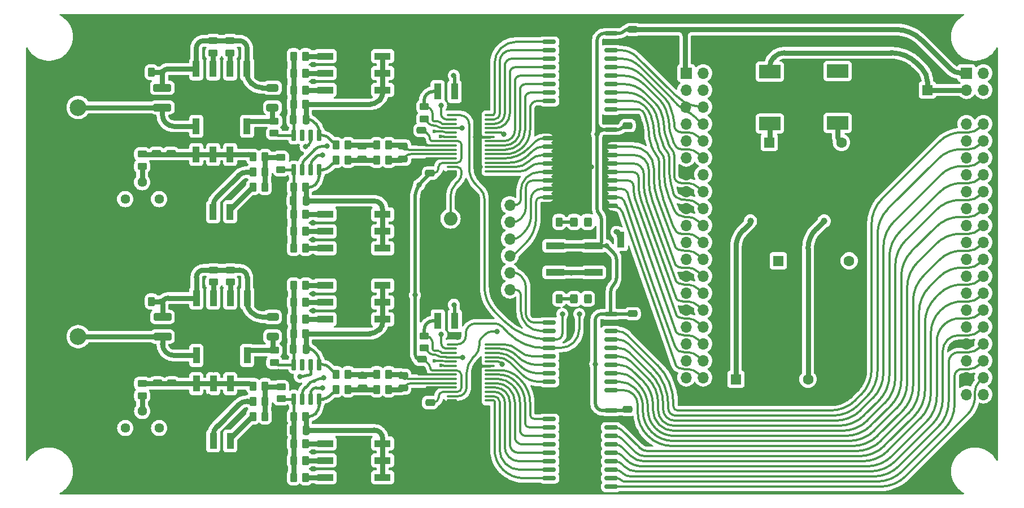
<source format=gbr>
%TF.GenerationSoftware,KiCad,Pcbnew,8.0.2*%
%TF.CreationDate,2025-02-26T15:06:23+00:00*%
%TF.ProjectId,misrc,6d697372-632e-46b6-9963-61645f706362,0.3*%
%TF.SameCoordinates,Original*%
%TF.FileFunction,Copper,L1,Top*%
%TF.FilePolarity,Positive*%
%FSLAX46Y46*%
G04 Gerber Fmt 4.6, Leading zero omitted, Abs format (unit mm)*
G04 Created by KiCad (PCBNEW 8.0.2) date 2025-02-26 15:06:23*
%MOMM*%
%LPD*%
G01*
G04 APERTURE LIST*
G04 Aperture macros list*
%AMRoundRect*
0 Rectangle with rounded corners*
0 $1 Rounding radius*
0 $2 $3 $4 $5 $6 $7 $8 $9 X,Y pos of 4 corners*
0 Add a 4 corners polygon primitive as box body*
4,1,4,$2,$3,$4,$5,$6,$7,$8,$9,$2,$3,0*
0 Add four circle primitives for the rounded corners*
1,1,$1+$1,$2,$3*
1,1,$1+$1,$4,$5*
1,1,$1+$1,$6,$7*
1,1,$1+$1,$8,$9*
0 Add four rect primitives between the rounded corners*
20,1,$1+$1,$2,$3,$4,$5,0*
20,1,$1+$1,$4,$5,$6,$7,0*
20,1,$1+$1,$6,$7,$8,$9,0*
20,1,$1+$1,$8,$9,$2,$3,0*%
G04 Aperture macros list end*
%TA.AperFunction,ComponentPad*%
%ADD10O,1.700000X1.700000*%
%TD*%
%TA.AperFunction,SMDPad,CuDef*%
%ADD11RoundRect,0.150000X-0.875000X-0.150000X0.875000X-0.150000X0.875000X0.150000X-0.875000X0.150000X0*%
%TD*%
%TA.AperFunction,SMDPad,CuDef*%
%ADD12R,2.440000X1.120000*%
%TD*%
%TA.AperFunction,ComponentPad*%
%ADD13R,1.600000X1.600000*%
%TD*%
%TA.AperFunction,ComponentPad*%
%ADD14C,1.600000*%
%TD*%
%TA.AperFunction,SMDPad,CuDef*%
%ADD15RoundRect,0.250000X-0.475000X0.250000X-0.475000X-0.250000X0.475000X-0.250000X0.475000X0.250000X0*%
%TD*%
%TA.AperFunction,SMDPad,CuDef*%
%ADD16RoundRect,0.250000X-0.262500X-0.450000X0.262500X-0.450000X0.262500X0.450000X-0.262500X0.450000X0*%
%TD*%
%TA.AperFunction,ComponentPad*%
%ADD17R,1.700000X1.700000*%
%TD*%
%TA.AperFunction,SMDPad,CuDef*%
%ADD18RoundRect,0.250000X-0.325000X-0.450000X0.325000X-0.450000X0.325000X0.450000X-0.325000X0.450000X0*%
%TD*%
%TA.AperFunction,SMDPad,CuDef*%
%ADD19RoundRect,0.250000X1.100000X-0.325000X1.100000X0.325000X-1.100000X0.325000X-1.100000X-0.325000X0*%
%TD*%
%TA.AperFunction,SMDPad,CuDef*%
%ADD20RoundRect,0.250000X-0.450000X0.262500X-0.450000X-0.262500X0.450000X-0.262500X0.450000X0.262500X0*%
%TD*%
%TA.AperFunction,SMDPad,CuDef*%
%ADD21RoundRect,0.250000X0.450000X-0.262500X0.450000X0.262500X-0.450000X0.262500X-0.450000X-0.262500X0*%
%TD*%
%TA.AperFunction,SMDPad,CuDef*%
%ADD22RoundRect,0.250000X0.262500X0.450000X-0.262500X0.450000X-0.262500X-0.450000X0.262500X-0.450000X0*%
%TD*%
%TA.AperFunction,SMDPad,CuDef*%
%ADD23RoundRect,0.100000X-0.637500X-0.100000X0.637500X-0.100000X0.637500X0.100000X-0.637500X0.100000X0*%
%TD*%
%TA.AperFunction,SMDPad,CuDef*%
%ADD24RoundRect,0.250000X-0.250000X-0.475000X0.250000X-0.475000X0.250000X0.475000X-0.250000X0.475000X0*%
%TD*%
%TA.AperFunction,ComponentPad*%
%ADD25C,2.050000*%
%TD*%
%TA.AperFunction,ComponentPad*%
%ADD26C,2.250000*%
%TD*%
%TA.AperFunction,ComponentPad*%
%ADD27C,1.440000*%
%TD*%
%TA.AperFunction,SMDPad,CuDef*%
%ADD28R,3.200000X2.000000*%
%TD*%
%TA.AperFunction,SMDPad,CuDef*%
%ADD29R,1.120000X2.440000*%
%TD*%
%TA.AperFunction,ComponentPad*%
%ADD30C,2.400000*%
%TD*%
%TA.AperFunction,ComponentPad*%
%ADD31C,2.500000*%
%TD*%
%TA.AperFunction,SMDPad,CuDef*%
%ADD32RoundRect,0.250000X0.475000X-0.250000X0.475000X0.250000X-0.475000X0.250000X-0.475000X-0.250000X0*%
%TD*%
%TA.AperFunction,SMDPad,CuDef*%
%ADD33R,2.750000X1.000000*%
%TD*%
%TA.AperFunction,SMDPad,CuDef*%
%ADD34RoundRect,0.250000X-0.650000X0.325000X-0.650000X-0.325000X0.650000X-0.325000X0.650000X0.325000X0*%
%TD*%
%TA.AperFunction,SMDPad,CuDef*%
%ADD35RoundRect,0.150000X0.150000X-0.725000X0.150000X0.725000X-0.150000X0.725000X-0.150000X-0.725000X0*%
%TD*%
%TA.AperFunction,ViaPad*%
%ADD36C,0.800000*%
%TD*%
%TA.AperFunction,ViaPad*%
%ADD37C,1.000000*%
%TD*%
%TA.AperFunction,ViaPad*%
%ADD38C,0.600000*%
%TD*%
%TA.AperFunction,Conductor*%
%ADD39C,0.750000*%
%TD*%
%TA.AperFunction,Conductor*%
%ADD40C,0.500000*%
%TD*%
%TA.AperFunction,Conductor*%
%ADD41C,0.320000*%
%TD*%
%TA.AperFunction,Conductor*%
%ADD42C,0.400000*%
%TD*%
%TA.AperFunction,Conductor*%
%ADD43C,0.250000*%
%TD*%
%TA.AperFunction,Conductor*%
%ADD44C,0.240000*%
%TD*%
G04 APERTURE END LIST*
D10*
%TO.P,,6,GND*%
%TO.N,GND*%
X159750000Y-77470000D03*
%TD*%
%TO.P,,6,GND*%
%TO.N,GND*%
X201840000Y-77470000D03*
%TD*%
D11*
%TO.P,U4,1,G1*%
%TO.N,N/C*%
X139210000Y-80900000D03*
%TO.P,U4,2,A0*%
X139210000Y-82170000D03*
%TO.P,U4,3,A1*%
X139210000Y-83440000D03*
%TO.P,U4,4,A2*%
X139210000Y-84710000D03*
%TO.P,U4,5,A3*%
X139210000Y-85980000D03*
%TO.P,U4,6,A4*%
X139210000Y-87250000D03*
%TO.P,U4,7,A5*%
X139210000Y-88520000D03*
%TO.P,U4,8,A6*%
X139210000Y-89790000D03*
%TO.P,U4,9,A7*%
X139210000Y-91060000D03*
%TO.P,U4,10,GND*%
X139210000Y-92330000D03*
%TO.P,U4,11,Y7*%
X148510000Y-92330000D03*
%TO.P,U4,12,Y6*%
X148510000Y-91060000D03*
%TO.P,U4,13,Y5*%
X148510000Y-89790000D03*
%TO.P,U4,14,Y4*%
X148510000Y-88520000D03*
%TO.P,U4,15,Y3*%
X148510000Y-87250000D03*
%TO.P,U4,16,Y2*%
X148510000Y-85980000D03*
%TO.P,U4,17,Y1*%
X148510000Y-84710000D03*
%TO.P,U4,18,Y0*%
X148510000Y-83440000D03*
%TO.P,U4,19,G2*%
X148510000Y-82170000D03*
%TO.P,U4,20,VCC*%
X148510000Y-80900000D03*
%TD*%
D12*
%TO.P,SW204,1*%
%TO.N,Net-(R216-Pad2)*%
X105664000Y-93599000D03*
%TO.P,SW204,2*%
%TO.N,Net-(R217-Pad2)*%
X105664000Y-96139000D03*
%TO.P,SW204,3*%
%TO.N,Net-(R218-Pad2)*%
X105664000Y-98679000D03*
%TO.P,SW204,4*%
%TO.N,Net-(C207-Pad2)*%
X114274000Y-98679000D03*
%TO.P,SW204,5*%
X114274000Y-96139000D03*
%TO.P,SW204,6*%
X114274000Y-93599000D03*
%TD*%
D13*
%TO.P,C19,1*%
%TO.N,GND*%
X181554000Y-118364000D03*
D14*
%TO.P,C19,2*%
%TO.N,-5VA*%
X178054000Y-118364000D03*
%TD*%
D15*
%TO.P,C119,1*%
%TO.N,Net-(U102-~{IN})*%
X117348000Y-119700000D03*
%TO.P,C119,2*%
%TO.N,GND*%
X117348000Y-121600000D03*
%TD*%
D16*
%TO.P,R120,1*%
%TO.N,Net-(C107-Pad2)*%
X107291500Y-119888000D03*
%TO.P,R120,2*%
%TO.N,Net-(C109-Pad1)*%
X109116500Y-119888000D03*
%TD*%
D15*
%TO.P,C108,1*%
%TO.N,GND*%
X111252000Y-115890000D03*
%TO.P,C108,2*%
%TO.N,Net-(C108-Pad2)*%
X111252000Y-117790000D03*
%TD*%
D16*
%TO.P,R211,1*%
%TO.N,Net-(U201-+)*%
X100928500Y-69850000D03*
%TO.P,R211,2*%
%TO.N,Net-(R211-Pad2)*%
X102753500Y-69850000D03*
%TD*%
D17*
%TO.P,J2,1,Pin_1*%
%TO.N,GND*%
X133350000Y-107442000D03*
D10*
%TO.P,J2,2,Pin_2*%
%TO.N,Net-(J2-Pin_2)*%
X133350000Y-104902000D03*
%TO.P,J2,3,Pin_3*%
%TO.N,Net-(J2-Pin_3)*%
X133350000Y-102362000D03*
%TO.P,J2,4,Pin_4*%
%TO.N,Net-(J2-Pin_4)*%
X133350000Y-99822000D03*
%TO.P,J2,5,Pin_5*%
%TO.N,Net-(J2-Pin_5)*%
X133350000Y-97282000D03*
%TO.P,J2,6,Pin_6*%
%TO.N,Net-(J2-Pin_6)*%
X133350000Y-94742000D03*
%TO.P,J2,7,Pin_7*%
%TO.N,Net-(J2-Pin_7)*%
X133350000Y-92202000D03*
%TO.P,J2,8,Pin_8*%
%TO.N,GND*%
X133350000Y-89662000D03*
%TD*%
D16*
%TO.P,R213,1*%
%TO.N,Net-(U201-+)*%
X100928500Y-74930000D03*
%TO.P,R213,2*%
%TO.N,Net-(R213-Pad2)*%
X102753500Y-74930000D03*
%TD*%
%TO.P,R101,1*%
%TO.N,GND*%
X77827500Y-106680000D03*
%TO.P,R101,2*%
%TO.N,Net-(C101-Pad2)*%
X79652500Y-106680000D03*
%TD*%
D12*
%TO.P,SW103,1*%
%TO.N,Net-(R111-Pad2)*%
X105677000Y-104267000D03*
%TO.P,SW103,2*%
%TO.N,Net-(R112-Pad2)*%
X105677000Y-106807000D03*
%TO.P,SW103,3*%
%TO.N,Net-(R113-Pad2)*%
X105677000Y-109347000D03*
%TO.P,SW103,4*%
%TO.N,Net-(C106-Pad2)*%
X114287000Y-109347000D03*
%TO.P,SW103,5*%
X114287000Y-106807000D03*
%TO.P,SW103,6*%
X114287000Y-104267000D03*
%TD*%
D18*
%TO.P,D2,1,K*%
%TO.N,Net-(D2-K)*%
X142984000Y-94742000D03*
%TO.P,D2,2,A*%
%TO.N,Net-(D2-A)*%
X145034000Y-94742000D03*
%TD*%
D16*
%TO.P,R116,1*%
%TO.N,Net-(U101--)*%
X100941500Y-128016000D03*
%TO.P,R116,2*%
%TO.N,Net-(R116-Pad2)*%
X102766500Y-128016000D03*
%TD*%
D17*
%TO.P,J3,1,V3P3*%
%TO.N,VDD*%
X201803000Y-72390000D03*
D10*
%TO.P,J3,2,V1P2*%
%TO.N,unconnected-(J3-V1P2-Pad2)*%
X204343000Y-72390000D03*
%TO.P,J3,3,USB3_VBUS*%
%TO.N,+5V*%
X201803000Y-74930000D03*
%TO.P,J3,4,USB3_VBUS*%
X204343000Y-74930000D03*
%TO.P,J3,6,GND*%
%TO.N,GND*%
X204343000Y-77470000D03*
%TO.P,J3,7,CTL12*%
%TO.N,unconnected-(J3-CTL12-Pad7)*%
X201803000Y-80010000D03*
%TO.P,J3,8,DQ15*%
%TO.N,Net-(J3-DQ15)*%
X204343000Y-80010000D03*
%TO.P,J3,9,CTL11*%
%TO.N,unconnected-(J3-CTL11-Pad9)*%
X201803000Y-82550000D03*
%TO.P,J3,10,DQ14*%
%TO.N,Net-(J3-DQ14)*%
X204343000Y-82550000D03*
%TO.P,J3,11,CTL10*%
%TO.N,unconnected-(J3-CTL10-Pad11)*%
X201803000Y-85090000D03*
%TO.P,J3,12,DQ13*%
%TO.N,Net-(J3-DQ13)*%
X204343000Y-85090000D03*
%TO.P,J3,13,CTL9*%
%TO.N,unconnected-(J3-CTL9-Pad13)*%
X201803000Y-87630000D03*
%TO.P,J3,14,DQ12*%
%TO.N,Net-(J3-DQ12)*%
X204343000Y-87630000D03*
%TO.P,J3,15,CTL8*%
%TO.N,unconnected-(J3-CTL8-Pad15)*%
X201803000Y-90170000D03*
%TO.P,J3,16,DQ11*%
%TO.N,Net-(J3-DQ11)*%
X204343000Y-90170000D03*
%TO.P,J3,17,CTL7*%
%TO.N,unconnected-(J3-CTL7-Pad17)*%
X201803000Y-92710000D03*
%TO.P,J3,18,DQ10*%
%TO.N,Net-(J3-DQ10)*%
X204343000Y-92710000D03*
%TO.P,J3,19,CTL6*%
%TO.N,unconnected-(J3-CTL6-Pad19)*%
X201803000Y-95250000D03*
%TO.P,J3,20,DQ9*%
%TO.N,Net-(J3-DQ9)*%
X204343000Y-95250000D03*
%TO.P,J3,21,CTL5*%
%TO.N,unconnected-(J3-CTL5-Pad21)*%
X201803000Y-97790000D03*
%TO.P,J3,22,DQ8*%
%TO.N,Net-(J3-DQ8)*%
X204343000Y-97790000D03*
%TO.P,J3,23,CTL4_SW*%
%TO.N,unconnected-(J3-CTL4_SW-Pad23)*%
X201803000Y-100330000D03*
%TO.P,J3,24,DQ7*%
%TO.N,Net-(J3-DQ7)*%
X204343000Y-100330000D03*
%TO.P,J3,25,CTL3*%
%TO.N,unconnected-(J3-CTL3-Pad25)*%
X201803000Y-102870000D03*
%TO.P,J3,26,DQ6*%
%TO.N,Net-(J3-DQ6)*%
X204343000Y-102870000D03*
%TO.P,J3,27,CTL2*%
%TO.N,unconnected-(J3-CTL2-Pad27)*%
X201803000Y-105410000D03*
%TO.P,J3,28,DQ5*%
%TO.N,Net-(J3-DQ5)*%
X204343000Y-105410000D03*
%TO.P,J3,29,CTL1*%
%TO.N,unconnected-(J3-CTL1-Pad29)*%
X201803000Y-107950000D03*
%TO.P,J3,30,DQ4*%
%TO.N,Net-(J3-DQ4)*%
X204343000Y-107950000D03*
%TO.P,J3,31,CTL0*%
%TO.N,unconnected-(J3-CTL0-Pad31)*%
X201803000Y-110490000D03*
%TO.P,J3,32,DQ3*%
%TO.N,Net-(J3-DQ3)*%
X204343000Y-110490000D03*
%TO.P,J3,33,GND*%
%TO.N,GND*%
X201803000Y-113030000D03*
%TO.P,J3,34,DQ2*%
%TO.N,Net-(J3-DQ2)*%
X204343000Y-113030000D03*
%TO.P,J3,35,PCLK*%
%TO.N,/Input_ADC_CH1/CLK*%
X201803000Y-115570000D03*
%TO.P,J3,36,DQ1*%
%TO.N,Net-(J3-DQ1)*%
X204343000Y-115570000D03*
%TO.P,J3,37,GND*%
%TO.N,GND*%
X201803000Y-118110000D03*
%TO.P,J3,38,DQ0*%
%TO.N,Net-(J3-DQ0)*%
X204343000Y-118110000D03*
%TO.P,J3,39,I2C_SDA_FX3*%
%TO.N,unconnected-(J3-I2C_SDA_FX3-Pad39)*%
X201803000Y-120650000D03*
%TO.P,J3,40,I2C_SCL_FX3*%
%TO.N,unconnected-(J3-I2C_SCL_FX3-Pad40)*%
X204343000Y-120650000D03*
%TD*%
D19*
%TO.P,C101,1*%
%TO.N,Net-(J101-Signal)*%
X81280000Y-111965000D03*
%TO.P,C101,2*%
%TO.N,Net-(C101-Pad2)*%
X81280000Y-109015000D03*
%TD*%
D20*
%TO.P,R209,1*%
%TO.N,Net-(Q201-E)*%
X98031000Y-79605500D03*
%TO.P,R209,2*%
%TO.N,Net-(U201-+)*%
X98031000Y-81430500D03*
%TD*%
D21*
%TO.P,R203,1*%
%TO.N,Net-(R203-Pad1)*%
X91427000Y-69365500D03*
%TO.P,R203,2*%
%TO.N,Net-(C201-Pad2)*%
X91427000Y-67540500D03*
%TD*%
D22*
%TO.P,R208,1*%
%TO.N,Net-(R206-Pad1)*%
X96657500Y-84963000D03*
%TO.P,R208,2*%
%TO.N,Net-(C227-Pad1)*%
X94832500Y-84963000D03*
%TD*%
%TO.P,R206,1*%
%TO.N,Net-(R206-Pad1)*%
X96657500Y-87249000D03*
%TO.P,R206,2*%
%TO.N,Net-(R206-Pad2)*%
X94832500Y-87249000D03*
%TD*%
D20*
%TO.P,R110,1*%
%TO.N,Net-(R106-Pad1)*%
X99060000Y-119483500D03*
%TO.P,R110,2*%
%TO.N,Net-(U101--)*%
X99060000Y-121308500D03*
%TD*%
D23*
%TO.P,U102,1,OTR*%
%TO.N,/OTRA*%
X124645500Y-113123000D03*
%TO.P,U102,2,MODE*%
%TO.N,Net-(U102-MODE)*%
X124645500Y-113773000D03*
%TO.P,U102,3,SENSE*%
%TO.N,Net-(U102-SENSE)*%
X124645500Y-114423000D03*
%TO.P,U102,4,VREF*%
%TO.N,Net-(U102-VREF)*%
X124645500Y-115073000D03*
%TO.P,U102,5,REFB*%
%TO.N,Net-(U102-REFB)*%
X124645500Y-115723000D03*
%TO.P,U102,6,REFT*%
%TO.N,Net-(U102-REFT)*%
X124645500Y-116373000D03*
%TO.P,U102,7,AVDD*%
%TO.N,VDDA*%
X124645500Y-117023000D03*
%TO.P,U102,8,AGND*%
%TO.N,GND*%
X124645500Y-117673000D03*
%TO.P,U102,9,IN*%
%TO.N,Net-(U102-IN)*%
X124645500Y-118323000D03*
%TO.P,U102,10,~{IN}*%
%TO.N,Net-(U102-~{IN})*%
X124645500Y-118973000D03*
%TO.P,U102,11,AGND*%
%TO.N,GND*%
X124645500Y-119623000D03*
%TO.P,U102,12,AVDD*%
%TO.N,VDDA*%
X124645500Y-120273000D03*
%TO.P,U102,13,CLK*%
%TO.N,/Input_ADC_CH1/CLK*%
X124645500Y-120923000D03*
%TO.P,U102,14,PWDN*%
%TO.N,GND*%
X124645500Y-121573000D03*
%TO.P,U102,15,Bit_0_(LSB)*%
%TO.N,/DA0*%
X130370500Y-121573000D03*
%TO.P,U102,16,Bit_1*%
%TO.N,/DA1*%
X130370500Y-120923000D03*
%TO.P,U102,17,Bit_2*%
%TO.N,/DA2*%
X130370500Y-120273000D03*
%TO.P,U102,18,Bit_3*%
%TO.N,/DA3*%
X130370500Y-119623000D03*
%TO.P,U102,19,Bit_4*%
%TO.N,/DA4*%
X130370500Y-118973000D03*
%TO.P,U102,20,Bit_5*%
%TO.N,/DA5*%
X130370500Y-118323000D03*
%TO.P,U102,21,Bit_6*%
%TO.N,/DA6*%
X130370500Y-117673000D03*
%TO.P,U102,22,Bit_7*%
%TO.N,/DA7*%
X130370500Y-117023000D03*
%TO.P,U102,23,DGND*%
%TO.N,GND*%
X130370500Y-116373000D03*
%TO.P,U102,24,DRVDD*%
%TO.N,VDD*%
X130370500Y-115723000D03*
%TO.P,U102,25,Bit_8*%
%TO.N,/DA8*%
X130370500Y-115073000D03*
%TO.P,U102,26,Bit_9*%
%TO.N,/DA9*%
X130370500Y-114423000D03*
%TO.P,U102,27,Bit_10*%
%TO.N,/DA10*%
X130370500Y-113773000D03*
%TO.P,U102,28,Bit_11_(MSB)*%
%TO.N,/DA11*%
X130370500Y-113123000D03*
%TD*%
D20*
%TO.P,R210,1*%
%TO.N,Net-(R206-Pad1)*%
X99047000Y-85066500D03*
%TO.P,R210,2*%
%TO.N,Net-(U201--)*%
X99047000Y-86891500D03*
%TD*%
D24*
%TO.P,C106,1*%
%TO.N,Net-(U101-+)*%
X100904000Y-113792000D03*
%TO.P,C106,2*%
%TO.N,Net-(C106-Pad2)*%
X102804000Y-113792000D03*
%TD*%
D11*
%TO.P,U5,1,G1*%
%TO.N,GND*%
X139241000Y-66421000D03*
%TO.P,U5,2,A0*%
%TO.N,/DB11*%
X139241000Y-67691000D03*
%TO.P,U5,3,A1*%
%TO.N,/DB10*%
X139241000Y-68961000D03*
%TO.P,U5,4,A2*%
%TO.N,/DB9*%
X139241000Y-70231000D03*
%TO.P,U5,5,A3*%
%TO.N,/DB8*%
X139241000Y-71501000D03*
%TO.P,U5,6,A4*%
%TO.N,/DB7*%
X139241000Y-72771000D03*
%TO.P,U5,7,A5*%
%TO.N,/DB6*%
X139241000Y-74041000D03*
%TO.P,U5,8,A6*%
%TO.N,/DB5*%
X139241000Y-75311000D03*
%TO.P,U5,9,A7*%
%TO.N,/DB4*%
X139241000Y-76581000D03*
%TO.P,U5,10,GND*%
%TO.N,GND*%
X139241000Y-77851000D03*
%TO.P,U5,11,Y7*%
%TO.N,Net-(J4-DQ24)*%
X148541000Y-77851000D03*
%TO.P,U5,12,Y6*%
%TO.N,Net-(J4-DQ25)*%
X148541000Y-76581000D03*
%TO.P,U5,13,Y5*%
%TO.N,Net-(J4-DQ26)*%
X148541000Y-75311000D03*
%TO.P,U5,14,Y4*%
%TO.N,Net-(J4-DQ27)*%
X148541000Y-74041000D03*
%TO.P,U5,15,Y3*%
%TO.N,Net-(J4-DQ28)*%
X148541000Y-72771000D03*
%TO.P,U5,16,Y2*%
%TO.N,Net-(J4-DQ29)*%
X148541000Y-71501000D03*
%TO.P,U5,17,Y1*%
%TO.N,Net-(J4-DQ30)*%
X148541000Y-70231000D03*
%TO.P,U5,18,Y0*%
%TO.N,Net-(J4-DQ31)*%
X148541000Y-68961000D03*
%TO.P,U5,19,G2*%
%TO.N,GND*%
X148541000Y-67691000D03*
%TO.P,U5,20,VCC*%
%TO.N,VDD*%
X148541000Y-66421000D03*
%TD*%
D15*
%TO.P,C225,1*%
%TO.N,VDDA*%
X120129000Y-80965000D03*
%TO.P,C225,2*%
%TO.N,GND*%
X120129000Y-82865000D03*
%TD*%
D24*
%TO.P,C206,1*%
%TO.N,Net-(U201-+)*%
X100891000Y-79375000D03*
%TO.P,C206,2*%
%TO.N,Net-(C206-Pad2)*%
X102791000Y-79375000D03*
%TD*%
D16*
%TO.P,R215,1*%
%TO.N,Net-(U201--)*%
X100928500Y-89535000D03*
%TO.P,R215,2*%
%TO.N,Net-(C207-Pad2)*%
X102753500Y-89535000D03*
%TD*%
D25*
%TO.P,J1,1,Pin_1*%
%TO.N,/Input_ADC_CH1/CLK*%
X124460000Y-94234000D03*
D26*
%TO.P,J1,2,Shield*%
%TO.N,GND*%
X121920000Y-91694000D03*
X121920000Y-96774000D03*
X127000000Y-91694000D03*
X127000000Y-96774000D03*
%TD*%
D12*
%TO.P,SW203,1*%
%TO.N,Net-(R211-Pad2)*%
X105677000Y-69850000D03*
%TO.P,SW203,2*%
%TO.N,Net-(R212-Pad2)*%
X105677000Y-72390000D03*
%TO.P,SW203,3*%
%TO.N,Net-(R213-Pad2)*%
X105677000Y-74930000D03*
%TO.P,SW203,4*%
%TO.N,Net-(C206-Pad2)*%
X114287000Y-74930000D03*
%TO.P,SW203,5*%
X114287000Y-72390000D03*
%TO.P,SW203,6*%
X114287000Y-69850000D03*
%TD*%
D27*
%TO.P,RV201,1,1*%
%TO.N,-5VA*%
X75692000Y-91313000D03*
%TO.P,RV201,2,2*%
%TO.N,Net-(R228-Pad2)*%
X78232000Y-88773000D03*
%TO.P,RV201,3,3*%
%TO.N,+5VA*%
X80772000Y-91313000D03*
%TD*%
D13*
%TO.P,C17,1*%
%TO.N,GND*%
X180721000Y-100584000D03*
D14*
%TO.P,C17,2*%
%TO.N,Net-(Q2-B)*%
X184221000Y-100584000D03*
%TD*%
D16*
%TO.P,R122,1*%
%TO.N,Net-(C109-Pad1)*%
X113387500Y-119888000D03*
%TO.P,R122,2*%
%TO.N,Net-(U102-~{IN})*%
X115212500Y-119888000D03*
%TD*%
D28*
%TO.P,L1,1,1*%
%TO.N,+5V*%
X172339000Y-72173000D03*
%TO.P,L1,2,2*%
%TO.N,Net-(Q1-C)*%
X172339000Y-79973000D03*
%TD*%
D13*
%TO.P,C11,1*%
%TO.N,GND*%
X186564651Y-82804000D03*
D14*
%TO.P,C11,2*%
%TO.N,Net-(Q2-C)*%
X183064651Y-82804000D03*
%TD*%
D22*
%TO.P,R108,1*%
%TO.N,Net-(R106-Pad1)*%
X96670500Y-119380000D03*
%TO.P,R108,2*%
%TO.N,Net-(C127-Pad1)*%
X94845500Y-119380000D03*
%TD*%
%TO.P,R2,1*%
%TO.N,Net-(D1-K)*%
X140739500Y-106299000D03*
%TO.P,R2,2*%
%TO.N,GND*%
X138914500Y-106299000D03*
%TD*%
%TO.P,R106,1*%
%TO.N,Net-(R106-Pad1)*%
X96670500Y-121666000D03*
%TO.P,R106,2*%
%TO.N,Net-(R106-Pad2)*%
X94845500Y-121666000D03*
%TD*%
D15*
%TO.P,C208,1*%
%TO.N,GND*%
X111239000Y-81473000D03*
%TO.P,C208,2*%
%TO.N,Net-(C208-Pad2)*%
X111239000Y-83373000D03*
%TD*%
D11*
%TO.P,U2,1,G1*%
%TO.N,GND*%
X139241000Y-123063000D03*
%TO.P,U2,2,A0*%
%TO.N,/DA7*%
X139241000Y-124333000D03*
%TO.P,U2,3,A1*%
%TO.N,/DA6*%
X139241000Y-125603000D03*
%TO.P,U2,4,A2*%
%TO.N,/DA5*%
X139241000Y-126873000D03*
%TO.P,U2,5,A3*%
%TO.N,/DA4*%
X139241000Y-128143000D03*
%TO.P,U2,6,A4*%
%TO.N,/DA3*%
X139241000Y-129413000D03*
%TO.P,U2,7,A5*%
%TO.N,/DA2*%
X139241000Y-130683000D03*
%TO.P,U2,8,A6*%
%TO.N,/DA1*%
X139241000Y-131953000D03*
%TO.P,U2,9,A7*%
%TO.N,/DA0*%
X139241000Y-133223000D03*
%TO.P,U2,10,GND*%
%TO.N,GND*%
X139241000Y-134493000D03*
%TO.P,U2,11,Y7*%
%TO.N,Net-(J3-DQ0)*%
X148541000Y-134493000D03*
%TO.P,U2,12,Y6*%
%TO.N,Net-(J3-DQ1)*%
X148541000Y-133223000D03*
%TO.P,U2,13,Y5*%
%TO.N,Net-(J3-DQ2)*%
X148541000Y-131953000D03*
%TO.P,U2,14,Y4*%
%TO.N,Net-(J3-DQ3)*%
X148541000Y-130683000D03*
%TO.P,U2,15,Y3*%
%TO.N,Net-(J3-DQ4)*%
X148541000Y-129413000D03*
%TO.P,U2,16,Y2*%
%TO.N,Net-(J3-DQ5)*%
X148541000Y-128143000D03*
%TO.P,U2,17,Y1*%
%TO.N,Net-(J3-DQ6)*%
X148541000Y-126873000D03*
%TO.P,U2,18,Y0*%
%TO.N,Net-(J3-DQ7)*%
X148541000Y-125603000D03*
%TO.P,U2,19,G2*%
%TO.N,GND*%
X148541000Y-124333000D03*
%TO.P,U2,20,VCC*%
%TO.N,VDD*%
X148541000Y-123063000D03*
%TD*%
D16*
%TO.P,R216,1*%
%TO.N,Net-(U201--)*%
X100928500Y-93599000D03*
%TO.P,R216,2*%
%TO.N,Net-(R216-Pad2)*%
X102753500Y-93599000D03*
%TD*%
D29*
%TO.P,SW201,1*%
%TO.N,Net-(J201-Signal)*%
X86347000Y-80378000D03*
%TO.P,SW201,2*%
%TO.N,GND*%
X88887000Y-80378000D03*
%TO.P,SW201,3*%
X91427000Y-80378000D03*
%TO.P,SW201,4*%
%TO.N,Net-(Q201-E)*%
X93967000Y-80378000D03*
%TO.P,SW201,5*%
%TO.N,Net-(C201-Pad2)*%
X93967000Y-71768000D03*
%TO.P,SW201,6*%
%TO.N,Net-(R203-Pad1)*%
X91427000Y-71768000D03*
%TO.P,SW201,7*%
%TO.N,Net-(R202-Pad1)*%
X88887000Y-71768000D03*
%TO.P,SW201,8*%
%TO.N,Net-(C201-Pad2)*%
X86347000Y-71768000D03*
%TD*%
D21*
%TO.P,R223,1*%
%TO.N,Net-(U202-VREF)*%
X120510000Y-79271500D03*
%TO.P,R223,2*%
%TO.N,Net-(U202-SENSE)*%
X120510000Y-77446500D03*
%TD*%
D18*
%TO.P,D1,1,K*%
%TO.N,Net-(D1-K)*%
X142984000Y-106299000D03*
%TO.P,D1,2,A*%
%TO.N,Net-(D1-A)*%
X145034000Y-106299000D03*
%TD*%
D28*
%TO.P,L2,1,1*%
%TO.N,Net-(U6-VOUT)*%
X182499000Y-72083000D03*
%TO.P,L2,2,2*%
%TO.N,Net-(Q2-C)*%
X182499000Y-79883000D03*
%TD*%
D21*
%TO.P,R102,1*%
%TO.N,Net-(R102-Pad1)*%
X88900000Y-103782500D03*
%TO.P,R102,2*%
%TO.N,Net-(C101-Pad2)*%
X88900000Y-101957500D03*
%TD*%
D30*
%TO.P,J202,5*%
%TO.N,GND*%
X71850000Y-80840000D03*
%TO.P,J202,4*%
X65240000Y-80950000D03*
%TO.P,J202,3*%
X71800000Y-74260000D03*
%TO.P,J202,2*%
X65200000Y-74270000D03*
D31*
%TO.P,J202,1*%
%TO.N,Net-(J101-Signal)*%
X68640000Y-77550000D03*
%TD*%
D19*
%TO.P,C201,1*%
%TO.N,Net-(J201-Signal)*%
X81267000Y-77548000D03*
%TO.P,C201,2*%
%TO.N,Net-(C201-Pad2)*%
X81267000Y-74598000D03*
%TD*%
D16*
%TO.P,R115,1*%
%TO.N,Net-(U101--)*%
X100941500Y-123952000D03*
%TO.P,R115,2*%
%TO.N,Net-(C107-Pad2)*%
X102766500Y-123952000D03*
%TD*%
%TO.P,R111,1*%
%TO.N,Net-(U101-+)*%
X100941500Y-104267000D03*
%TO.P,R111,2*%
%TO.N,Net-(R111-Pad2)*%
X102766500Y-104267000D03*
%TD*%
D29*
%TO.P,SW105,1*%
%TO.N,GND*%
X125095000Y-100978000D03*
%TO.P,SW105,2*%
X122555000Y-100978000D03*
%TO.P,SW105,3*%
%TO.N,Net-(U102-SENSE)*%
X122555000Y-109588000D03*
%TO.P,SW105,4*%
%TO.N,Net-(R125-Pad1)*%
X125095000Y-109588000D03*
%TD*%
D32*
%TO.P,C224,1*%
%TO.N,VDDA*%
X121399000Y-87437000D03*
%TO.P,C224,2*%
%TO.N,GND*%
X121399000Y-85537000D03*
%TD*%
D16*
%TO.P,R220,1*%
%TO.N,Net-(C207-Pad2)*%
X107278500Y-85471000D03*
%TO.P,R220,2*%
%TO.N,Net-(C209-Pad1)*%
X109103500Y-85471000D03*
%TD*%
D15*
%TO.P,C109,1*%
%TO.N,Net-(C109-Pad1)*%
X111252000Y-119700000D03*
%TO.P,C109,2*%
%TO.N,GND*%
X111252000Y-121600000D03*
%TD*%
%TO.P,C125,1*%
%TO.N,VDDA*%
X120142000Y-115382000D03*
%TO.P,C125,2*%
%TO.N,GND*%
X120142000Y-117282000D03*
%TD*%
%TO.P,C209,1*%
%TO.N,Net-(C209-Pad1)*%
X111239000Y-85283000D03*
%TO.P,C209,2*%
%TO.N,GND*%
X111239000Y-87183000D03*
%TD*%
D16*
%TO.P,R212,1*%
%TO.N,Net-(U201-+)*%
X100928500Y-72390000D03*
%TO.P,R212,2*%
%TO.N,Net-(R212-Pad2)*%
X102753500Y-72390000D03*
%TD*%
%TO.P,R113,1*%
%TO.N,Net-(U101-+)*%
X100941500Y-109347000D03*
%TO.P,R113,2*%
%TO.N,Net-(R113-Pad2)*%
X102766500Y-109347000D03*
%TD*%
D22*
%TO.P,R207,1*%
%TO.N,Net-(R206-Pad1)*%
X96657500Y-89535000D03*
%TO.P,R207,2*%
%TO.N,Net-(R207-Pad2)*%
X94832500Y-89535000D03*
%TD*%
D16*
%TO.P,R222,1*%
%TO.N,Net-(C209-Pad1)*%
X113374500Y-85471000D03*
%TO.P,R222,2*%
%TO.N,Net-(U202-~{IN})*%
X115199500Y-85471000D03*
%TD*%
D13*
%TO.P,C10,1*%
%TO.N,Net-(Q1-C)*%
X172240000Y-82801000D03*
D14*
%TO.P,C10,2*%
%TO.N,GND*%
X175740000Y-82801000D03*
%TD*%
D11*
%TO.P,U3,1,G1*%
%TO.N,GND*%
X139241000Y-108585000D03*
%TO.P,U3,2,A0*%
%TO.N,Net-(J2-Pin_3)*%
X139241000Y-109855000D03*
%TO.P,U3,3,A1*%
%TO.N,Net-(J2-Pin_2)*%
X139241000Y-111125000D03*
%TO.P,U3,4,A2*%
%TO.N,/OTRB*%
X139241000Y-112395000D03*
%TO.P,U3,5,A3*%
%TO.N,/OTRA*%
X139241000Y-113665000D03*
%TO.P,U3,6,A4*%
%TO.N,/DA11*%
X139241000Y-114935000D03*
%TO.P,U3,7,A5*%
%TO.N,/DA10*%
X139241000Y-116205000D03*
%TO.P,U3,8,A6*%
%TO.N,/DA9*%
X139241000Y-117475000D03*
%TO.P,U3,9,A7*%
%TO.N,/DA8*%
X139241000Y-118745000D03*
%TO.P,U3,10,GND*%
%TO.N,GND*%
X139241000Y-120015000D03*
%TO.P,U3,11,Y7*%
%TO.N,Net-(J3-DQ8)*%
X148541000Y-120015000D03*
%TO.P,U3,12,Y6*%
%TO.N,Net-(J3-DQ9)*%
X148541000Y-118745000D03*
%TO.P,U3,13,Y5*%
%TO.N,Net-(J3-DQ10)*%
X148541000Y-117475000D03*
%TO.P,U3,14,Y4*%
%TO.N,Net-(J3-DQ11)*%
X148541000Y-116205000D03*
%TO.P,U3,15,Y3*%
%TO.N,Net-(J3-DQ12)*%
X148541000Y-114935000D03*
%TO.P,U3,16,Y2*%
%TO.N,Net-(J3-DQ13)*%
X148541000Y-113665000D03*
%TO.P,U3,17,Y1*%
%TO.N,Net-(J3-DQ14)*%
X148541000Y-112395000D03*
%TO.P,U3,18,Y0*%
%TO.N,Net-(J3-DQ15)*%
X148541000Y-111125000D03*
%TO.P,U3,19,G2*%
%TO.N,GND*%
X148541000Y-109855000D03*
%TO.P,U3,20,VCC*%
%TO.N,VDD*%
X148541000Y-108585000D03*
%TD*%
D32*
%TO.P,C128,1*%
%TO.N,Net-(C127-Pad1)*%
X82677000Y-118933000D03*
%TO.P,C128,2*%
%TO.N,GND*%
X82677000Y-117033000D03*
%TD*%
D24*
%TO.P,C107,1*%
%TO.N,Net-(U101--)*%
X100904000Y-125984000D03*
%TO.P,C107,2*%
%TO.N,Net-(C107-Pad2)*%
X102804000Y-125984000D03*
%TD*%
D22*
%TO.P,R107,1*%
%TO.N,Net-(R106-Pad1)*%
X96670500Y-123952000D03*
%TO.P,R107,2*%
%TO.N,Net-(R107-Pad2)*%
X94845500Y-123952000D03*
%TD*%
D16*
%TO.P,R218,1*%
%TO.N,Net-(U201--)*%
X100928500Y-98679000D03*
%TO.P,R218,2*%
%TO.N,Net-(R218-Pad2)*%
X102753500Y-98679000D03*
%TD*%
%TO.P,R119,1*%
%TO.N,Net-(C106-Pad2)*%
X107291500Y-117602000D03*
%TO.P,R119,2*%
%TO.N,Net-(C108-Pad2)*%
X109116500Y-117602000D03*
%TD*%
D13*
%TO.P,C6,1*%
%TO.N,+5V*%
X195962651Y-74930000D03*
D14*
%TO.P,C6,2*%
%TO.N,GND*%
X192462651Y-74930000D03*
%TD*%
D13*
%TO.P,C18,1*%
%TO.N,+5VA*%
X167259000Y-118364000D03*
D14*
%TO.P,C18,2*%
%TO.N,GND*%
X170759000Y-118364000D03*
%TD*%
D16*
%TO.P,R219,1*%
%TO.N,Net-(C206-Pad2)*%
X107278500Y-83185000D03*
%TO.P,R219,2*%
%TO.N,Net-(C208-Pad2)*%
X109103500Y-83185000D03*
%TD*%
D29*
%TO.P,SW2,1*%
%TO.N,GND*%
X149987000Y-106019000D03*
%TO.P,SW2,2*%
%TO.N,Net-(X1-EN)*%
X149987000Y-97409000D03*
%TD*%
D33*
%TO.P,SW1,1,1*%
%TO.N,Net-(U1A-R)*%
X145882000Y-102330000D03*
X140122000Y-102330000D03*
%TO.P,SW1,2,2*%
%TO.N,VDD*%
X145882000Y-98330000D03*
X140122000Y-98330000D03*
%TD*%
D15*
%TO.P,C2,1*%
%TO.N,VDD*%
X151003000Y-80269000D03*
%TO.P,C2,2*%
%TO.N,GND*%
X151003000Y-82169000D03*
%TD*%
D34*
%TO.P,C105,1*%
%TO.N,Net-(C101-Pad2)*%
X97790000Y-109015000D03*
%TO.P,C105,2*%
%TO.N,Net-(Q101-E)*%
X97790000Y-111965000D03*
%TD*%
D32*
%TO.P,C228,1*%
%TO.N,Net-(C227-Pad1)*%
X82550000Y-84450000D03*
%TO.P,C228,2*%
%TO.N,GND*%
X82550000Y-82550000D03*
%TD*%
D16*
%TO.P,R201,1*%
%TO.N,GND*%
X77814500Y-72263000D03*
%TO.P,R201,2*%
%TO.N,Net-(C201-Pad2)*%
X79639500Y-72263000D03*
%TD*%
D31*
%TO.P,J201,1*%
%TO.N,Net-(J101-Signal)*%
X68645000Y-111960000D03*
D30*
%TO.P,J201,2*%
%TO.N,GND*%
X65205000Y-108680000D03*
%TO.P,J201,3*%
X71805000Y-108670000D03*
%TO.P,J201,4*%
X65245000Y-115360000D03*
%TO.P,J201,5*%
X71855000Y-115250000D03*
%TD*%
D16*
%TO.P,R217,1*%
%TO.N,Net-(U201--)*%
X100928500Y-96139000D03*
%TO.P,R217,2*%
%TO.N,Net-(R217-Pad2)*%
X102753500Y-96139000D03*
%TD*%
D15*
%TO.P,C118,1*%
%TO.N,GND*%
X117348000Y-115890000D03*
%TO.P,C118,2*%
%TO.N,Net-(U102-IN)*%
X117348000Y-117790000D03*
%TD*%
%TO.P,C4,1*%
%TO.N,VDD*%
X151003000Y-122875000D03*
%TO.P,C4,2*%
%TO.N,GND*%
X151003000Y-124775000D03*
%TD*%
D16*
%TO.P,R118,1*%
%TO.N,Net-(U101--)*%
X100941500Y-133096000D03*
%TO.P,R118,2*%
%TO.N,Net-(R118-Pad2)*%
X102766500Y-133096000D03*
%TD*%
%TO.P,R221,1*%
%TO.N,Net-(C208-Pad2)*%
X113374500Y-83185000D03*
%TO.P,R221,2*%
%TO.N,Net-(U202-IN)*%
X115199500Y-83185000D03*
%TD*%
D13*
%TO.P,C16,1*%
%TO.N,Net-(Q1-B)*%
X173609000Y-100584000D03*
D14*
%TO.P,C16,2*%
%TO.N,GND*%
X170109000Y-100584000D03*
%TD*%
D20*
%TO.P,R228,1*%
%TO.N,Net-(C227-Pad1)*%
X78232000Y-84558500D03*
%TO.P,R228,2*%
%TO.N,Net-(R228-Pad2)*%
X78232000Y-86383500D03*
%TD*%
D29*
%TO.P,SW101,1*%
%TO.N,Net-(J101-Signal)*%
X86360000Y-114795000D03*
%TO.P,SW101,2*%
%TO.N,GND*%
X88900000Y-114795000D03*
%TO.P,SW101,3*%
X91440000Y-114795000D03*
%TO.P,SW101,4*%
%TO.N,Net-(Q101-E)*%
X93980000Y-114795000D03*
%TO.P,SW101,5*%
%TO.N,Net-(C101-Pad2)*%
X93980000Y-106185000D03*
%TO.P,SW101,6*%
%TO.N,Net-(R103-Pad1)*%
X91440000Y-106185000D03*
%TO.P,SW101,7*%
%TO.N,Net-(R102-Pad1)*%
X88900000Y-106185000D03*
%TO.P,SW101,8*%
%TO.N,Net-(C101-Pad2)*%
X86360000Y-106185000D03*
%TD*%
D20*
%TO.P,R109,1*%
%TO.N,Net-(Q101-E)*%
X98044000Y-114022500D03*
%TO.P,R109,2*%
%TO.N,Net-(U101-+)*%
X98044000Y-115847500D03*
%TD*%
D32*
%TO.P,C227,1*%
%TO.N,Net-(C227-Pad1)*%
X80391000Y-84450000D03*
%TO.P,C227,2*%
%TO.N,GND*%
X80391000Y-82550000D03*
%TD*%
D29*
%TO.P,SW202,1*%
%TO.N,Net-(C227-Pad1)*%
X91427000Y-84608000D03*
%TO.P,SW202,2*%
X88887000Y-84608000D03*
%TO.P,SW202,3*%
X86347000Y-84608000D03*
%TO.P,SW202,4*%
%TO.N,GND*%
X86347000Y-93218000D03*
%TO.P,SW202,5*%
%TO.N,Net-(R206-Pad2)*%
X88887000Y-93218000D03*
%TO.P,SW202,6*%
%TO.N,Net-(R207-Pad2)*%
X91427000Y-93218000D03*
%TD*%
D16*
%TO.P,R112,1*%
%TO.N,Net-(U101-+)*%
X100941500Y-106807000D03*
%TO.P,R112,2*%
%TO.N,Net-(R112-Pad2)*%
X102766500Y-106807000D03*
%TD*%
D21*
%TO.P,R103,1*%
%TO.N,Net-(R103-Pad1)*%
X91440000Y-103782500D03*
%TO.P,R103,2*%
%TO.N,Net-(C101-Pad2)*%
X91440000Y-101957500D03*
%TD*%
D35*
%TO.P,U201,1,-*%
%TO.N,Net-(U201--)*%
X100965000Y-86903000D03*
%TO.P,U201,2,VCM*%
%TO.N,Net-(U201-VCM)*%
X102235000Y-86903000D03*
%TO.P,U201,3,V+*%
%TO.N,+5VA*%
X103505000Y-86903000D03*
%TO.P,U201,4*%
%TO.N,Net-(C207-Pad2)*%
X104775000Y-86903000D03*
%TO.P,U201,5*%
%TO.N,Net-(C206-Pad2)*%
X104775000Y-81753000D03*
%TO.P,U201,6,V-*%
%TO.N,-5VA*%
X103505000Y-81753000D03*
%TO.P,U201,7,NC*%
%TO.N,unconnected-(U201-NC-Pad7)*%
X102235000Y-81753000D03*
%TO.P,U201,8,+*%
%TO.N,Net-(U201-+)*%
X100965000Y-81753000D03*
%TD*%
D15*
%TO.P,C219,1*%
%TO.N,Net-(U202-~{IN})*%
X117335000Y-85283000D03*
%TO.P,C219,2*%
%TO.N,GND*%
X117335000Y-87183000D03*
%TD*%
D23*
%TO.P,U202,1,OTR*%
%TO.N,/OTRB*%
X124632500Y-78706000D03*
%TO.P,U202,2,MODE*%
%TO.N,Net-(U202-MODE)*%
X124632500Y-79356000D03*
%TO.P,U202,3,SENSE*%
%TO.N,Net-(U202-SENSE)*%
X124632500Y-80006000D03*
%TO.P,U202,4,VREF*%
%TO.N,Net-(U202-VREF)*%
X124632500Y-80656000D03*
%TO.P,U202,5,REFB*%
%TO.N,Net-(U202-REFB)*%
X124632500Y-81306000D03*
%TO.P,U202,6,REFT*%
%TO.N,Net-(U202-REFT)*%
X124632500Y-81956000D03*
%TO.P,U202,7,AVDD*%
%TO.N,VDDA*%
X124632500Y-82606000D03*
%TO.P,U202,8,AGND*%
%TO.N,GND*%
X124632500Y-83256000D03*
%TO.P,U202,9,IN*%
%TO.N,Net-(U202-IN)*%
X124632500Y-83906000D03*
%TO.P,U202,10,~{IN}*%
%TO.N,Net-(U202-~{IN})*%
X124632500Y-84556000D03*
%TO.P,U202,11,AGND*%
%TO.N,GND*%
X124632500Y-85206000D03*
%TO.P,U202,12,AVDD*%
%TO.N,VDDA*%
X124632500Y-85856000D03*
%TO.P,U202,13,CLK*%
%TO.N,/Input_ADC_CH1/CLK*%
X124632500Y-86506000D03*
%TO.P,U202,14,PWDN*%
%TO.N,GND*%
X124632500Y-87156000D03*
%TO.P,U202,15,Bit_0_(LSB)*%
%TO.N,/DB0*%
X130357500Y-87156000D03*
%TO.P,U202,16,Bit_1*%
%TO.N,/DB1*%
X130357500Y-86506000D03*
%TO.P,U202,17,Bit_2*%
%TO.N,/DB2*%
X130357500Y-85856000D03*
%TO.P,U202,18,Bit_3*%
%TO.N,/DB3*%
X130357500Y-85206000D03*
%TO.P,U202,19,Bit_4*%
%TO.N,/DB4*%
X130357500Y-84556000D03*
%TO.P,U202,20,Bit_5*%
%TO.N,/DB5*%
X130357500Y-83906000D03*
%TO.P,U202,21,Bit_6*%
%TO.N,/DB6*%
X130357500Y-83256000D03*
%TO.P,U202,22,Bit_7*%
%TO.N,/DB7*%
X130357500Y-82606000D03*
%TO.P,U202,23,DGND*%
%TO.N,GND*%
X130357500Y-81956000D03*
%TO.P,U202,24,DRVDD*%
%TO.N,VDD*%
X130357500Y-81306000D03*
%TO.P,U202,25,Bit_8*%
%TO.N,/DB8*%
X130357500Y-80656000D03*
%TO.P,U202,26,Bit_9*%
%TO.N,/DB9*%
X130357500Y-80006000D03*
%TO.P,U202,27,Bit_10*%
%TO.N,/DB10*%
X130357500Y-79356000D03*
%TO.P,U202,28,Bit_11_(MSB)*%
%TO.N,/DB11*%
X130357500Y-78706000D03*
%TD*%
D21*
%TO.P,R202,1*%
%TO.N,Net-(R202-Pad1)*%
X88887000Y-69365500D03*
%TO.P,R202,2*%
%TO.N,Net-(C201-Pad2)*%
X88887000Y-67540500D03*
%TD*%
D16*
%TO.P,R121,1*%
%TO.N,Net-(C108-Pad2)*%
X113387500Y-117602000D03*
%TO.P,R121,2*%
%TO.N,Net-(U102-IN)*%
X115212500Y-117602000D03*
%TD*%
%TO.P,R214,1*%
%TO.N,Net-(U201-+)*%
X100928500Y-77089000D03*
%TO.P,R214,2*%
%TO.N,Net-(C206-Pad2)*%
X102753500Y-77089000D03*
%TD*%
D29*
%TO.P,SW205,1*%
%TO.N,GND*%
X125082000Y-66561000D03*
%TO.P,SW205,2*%
X122542000Y-66561000D03*
%TO.P,SW205,3*%
%TO.N,Net-(U202-SENSE)*%
X122542000Y-75171000D03*
%TO.P,SW205,4*%
%TO.N,Net-(R225-Pad1)*%
X125082000Y-75171000D03*
%TD*%
D15*
%TO.P,C3,1*%
%TO.N,VDD*%
X151765000Y-108524000D03*
%TO.P,C3,2*%
%TO.N,GND*%
X151765000Y-110424000D03*
%TD*%
D35*
%TO.P,U101,1,-*%
%TO.N,Net-(U101--)*%
X100965000Y-121320000D03*
%TO.P,U101,2,VCM*%
%TO.N,Net-(U101-VCM)*%
X102235000Y-121320000D03*
%TO.P,U101,3,V+*%
%TO.N,+5VA*%
X103505000Y-121320000D03*
%TO.P,U101,4*%
%TO.N,Net-(C107-Pad2)*%
X104775000Y-121320000D03*
%TO.P,U101,5*%
%TO.N,Net-(C106-Pad2)*%
X104775000Y-116170000D03*
%TO.P,U101,6,V-*%
%TO.N,-5VA*%
X103505000Y-116170000D03*
%TO.P,U101,7,NC*%
%TO.N,unconnected-(U101-NC-Pad7)*%
X102235000Y-116170000D03*
%TO.P,U101,8,+*%
%TO.N,Net-(U101-+)*%
X100965000Y-116170000D03*
%TD*%
D27*
%TO.P,RV101,1,1*%
%TO.N,-5VA*%
X75707000Y-125685000D03*
%TO.P,RV101,2,2*%
%TO.N,Net-(R127-Pad2)*%
X78247000Y-123145000D03*
%TO.P,RV101,3,3*%
%TO.N,+5VA*%
X80787000Y-125685000D03*
%TD*%
D29*
%TO.P,SW102,1*%
%TO.N,Net-(C127-Pad1)*%
X91440000Y-119025000D03*
%TO.P,SW102,2*%
X88900000Y-119025000D03*
%TO.P,SW102,3*%
X86360000Y-119025000D03*
%TO.P,SW102,4*%
%TO.N,GND*%
X86360000Y-127635000D03*
%TO.P,SW102,5*%
%TO.N,Net-(R106-Pad2)*%
X88900000Y-127635000D03*
%TO.P,SW102,6*%
%TO.N,Net-(R107-Pad2)*%
X91440000Y-127635000D03*
%TD*%
D22*
%TO.P,R3,1*%
%TO.N,Net-(D2-K)*%
X140739500Y-94742000D03*
%TO.P,R3,2*%
%TO.N,GND*%
X138914500Y-94742000D03*
%TD*%
D20*
%TO.P,R127,1*%
%TO.N,Net-(C127-Pad1)*%
X78232000Y-118999000D03*
%TO.P,R127,2*%
%TO.N,Net-(R127-Pad2)*%
X78232000Y-120824000D03*
%TD*%
D16*
%TO.P,R117,1*%
%TO.N,Net-(U101--)*%
X100941500Y-130556000D03*
%TO.P,R117,2*%
%TO.N,Net-(R117-Pad2)*%
X102766500Y-130556000D03*
%TD*%
D21*
%TO.P,R123,1*%
%TO.N,Net-(U102-VREF)*%
X120523000Y-113688500D03*
%TO.P,R123,2*%
%TO.N,Net-(U102-SENSE)*%
X120523000Y-111863500D03*
%TD*%
D32*
%TO.P,C124,1*%
%TO.N,VDDA*%
X121412000Y-121854000D03*
%TO.P,C124,2*%
%TO.N,GND*%
X121412000Y-119954000D03*
%TD*%
D17*
%TO.P,J4,1,V3P3*%
%TO.N,VDD*%
X159800000Y-72390000D03*
D10*
%TO.P,J4,2,V1P2*%
%TO.N,unconnected-(J4-V1P2-Pad2)*%
X162340000Y-72390000D03*
%TO.P,J4,3,INT_N_CTL15*%
%TO.N,unconnected-(J4-INT_N_CTL15-Pad3)*%
X159800000Y-74930000D03*
%TO.P,J4,4,VIO*%
%TO.N,unconnected-(J4-VIO-Pad4)*%
X162340000Y-74930000D03*
%TO.P,J4,6,DQ31*%
%TO.N,Net-(J4-DQ31)*%
X162340000Y-77470000D03*
%TO.P,J4,7,PMODE_2*%
%TO.N,unconnected-(J4-PMODE_2-Pad7)*%
X159800000Y-80010000D03*
%TO.P,J4,8,DQ30*%
%TO.N,Net-(J4-DQ30)*%
X162340000Y-80010000D03*
%TO.P,J4,9,PMODE_1*%
%TO.N,unconnected-(J4-PMODE_1-Pad9)*%
X159800000Y-82550000D03*
%TO.P,J4,10,DQ29*%
%TO.N,Net-(J4-DQ29)*%
X162340000Y-82550000D03*
%TO.P,J4,11,PMODE_0*%
%TO.N,unconnected-(J4-PMODE_0-Pad11)*%
X159800000Y-85090000D03*
%TO.P,J4,12,DQ28*%
%TO.N,Net-(J4-DQ28)*%
X162340000Y-85090000D03*
%TO.P,J4,13,GND*%
%TO.N,GND*%
X159800000Y-87630000D03*
%TO.P,J4,14,GPIO45*%
%TO.N,unconnected-(J4-GPIO45-Pad14)*%
X162340000Y-87630000D03*
%TO.P,J4,15,GND*%
%TO.N,GND*%
X159800000Y-90170000D03*
%TO.P,J4,16,DQ27*%
%TO.N,Net-(J4-DQ27)*%
X162340000Y-90170000D03*
%TO.P,J4,17,GND*%
%TO.N,GND*%
X159800000Y-92710000D03*
%TO.P,J4,18,DQ26*%
%TO.N,Net-(J4-DQ26)*%
X162340000Y-92710000D03*
%TO.P,J4,19,SPI-MOSI_UART-RX*%
%TO.N,unconnected-(J4-SPI-MOSI_UART-RX-Pad19)*%
X159800000Y-95250000D03*
%TO.P,J4,20,DQ25*%
%TO.N,Net-(J4-DQ25)*%
X162340000Y-95250000D03*
%TO.P,J4,21,SPI-MISO_UART_TX*%
%TO.N,unconnected-(J4-SPI-MISO_UART_TX-Pad21)*%
X159800000Y-97790000D03*
%TO.P,J4,22,DQ24*%
%TO.N,Net-(J4-DQ24)*%
X162340000Y-97790000D03*
%TO.P,J4,23,SPI-SSN_UART-CTS*%
%TO.N,unconnected-(J4-SPI-SSN_UART-CTS-Pad23)*%
X159800000Y-100330000D03*
%TO.P,J4,24,DQ23*%
%TO.N,Net-(J4-DQ23)*%
X162340000Y-100330000D03*
%TO.P,J4,25,GND*%
%TO.N,GND*%
X159800000Y-102870000D03*
%TO.P,J4,26,DQ22*%
%TO.N,Net-(J4-DQ22)*%
X162340000Y-102870000D03*
%TO.P,J4,27,SPI-SCK_UART-RTS*%
%TO.N,unconnected-(J4-SPI-SCK_UART-RTS-Pad27)*%
X159800000Y-105410000D03*
%TO.P,J4,28,DQ21*%
%TO.N,Net-(J4-DQ21)*%
X162340000Y-105410000D03*
%TO.P,J4,29,GND*%
%TO.N,GND*%
X159800000Y-107950000D03*
%TO.P,J4,30,DQ20*%
%TO.N,Net-(J4-DQ20)*%
X162340000Y-107950000D03*
%TO.P,J4,31,I2S_WS*%
%TO.N,unconnected-(J4-I2S_WS-Pad31)*%
X159800000Y-110490000D03*
%TO.P,J4,32,DQ19*%
%TO.N,Net-(J4-DQ19)*%
X162340000Y-110490000D03*
%TO.P,J4,33,I2S_SD*%
%TO.N,unconnected-(J4-I2S_SD-Pad33)*%
X159800000Y-113030000D03*
%TO.P,J4,34,DQ18*%
%TO.N,Net-(J4-DQ18)*%
X162340000Y-113030000D03*
%TO.P,J4,35,GPIO57_I2S-MCLK_VIO3_SW*%
%TO.N,unconnected-(J4-GPIO57_I2S-MCLK_VIO3_SW-Pad35)*%
X159800000Y-115570000D03*
%TO.P,J4,36,DQ17*%
%TO.N,Net-(J4-DQ17)*%
X162340000Y-115570000D03*
%TO.P,J4,37,I2S_CLK*%
%TO.N,unconnected-(J4-I2S_CLK-Pad37)*%
X159800000Y-118110000D03*
%TO.P,J4,38,DQ16*%
%TO.N,Net-(J4-DQ16)*%
X162340000Y-118110000D03*
%TO.P,J4,39,GND*%
%TO.N,GND*%
X159800000Y-120650000D03*
%TO.P,J4,40,GND*%
X162340000Y-120650000D03*
%TD*%
D32*
%TO.P,C127,1*%
%TO.N,Net-(C127-Pad1)*%
X80518000Y-118933000D03*
%TO.P,C127,2*%
%TO.N,GND*%
X80518000Y-117033000D03*
%TD*%
D12*
%TO.P,SW104,1*%
%TO.N,Net-(R116-Pad2)*%
X105677000Y-128016000D03*
%TO.P,SW104,2*%
%TO.N,Net-(R117-Pad2)*%
X105677000Y-130556000D03*
%TO.P,SW104,3*%
%TO.N,Net-(R118-Pad2)*%
X105677000Y-133096000D03*
%TO.P,SW104,4*%
%TO.N,Net-(C107-Pad2)*%
X114287000Y-133096000D03*
%TO.P,SW104,5*%
X114287000Y-130556000D03*
%TO.P,SW104,6*%
X114287000Y-128016000D03*
%TD*%
D15*
%TO.P,C1,1*%
%TO.N,VDD*%
X151765000Y-65852000D03*
%TO.P,C1,2*%
%TO.N,GND*%
X151765000Y-67752000D03*
%TD*%
D24*
%TO.P,C207,1*%
%TO.N,Net-(U201--)*%
X100891000Y-91567000D03*
%TO.P,C207,2*%
%TO.N,Net-(C207-Pad2)*%
X102791000Y-91567000D03*
%TD*%
D34*
%TO.P,C205,1*%
%TO.N,Net-(C201-Pad2)*%
X97777000Y-74598000D03*
%TO.P,C205,2*%
%TO.N,Net-(Q201-E)*%
X97777000Y-77548000D03*
%TD*%
D15*
%TO.P,C218,1*%
%TO.N,GND*%
X117335000Y-81473000D03*
%TO.P,C218,2*%
%TO.N,Net-(U202-IN)*%
X117335000Y-83373000D03*
%TD*%
D16*
%TO.P,R114,1*%
%TO.N,Net-(U101-+)*%
X100941500Y-111506000D03*
%TO.P,R114,2*%
%TO.N,Net-(C106-Pad2)*%
X102766500Y-111506000D03*
%TD*%
D36*
%TO.N,VDD*%
X146431000Y-81534000D03*
X132461000Y-81534000D03*
X132207000Y-116078000D03*
X147828000Y-98298000D03*
X146177000Y-116078000D03*
%TO.N,GND*%
X173990000Y-107696000D03*
X99060000Y-99822000D03*
X82931000Y-96393000D03*
X135128000Y-100965000D03*
X124079000Y-132461000D03*
X186055000Y-70866000D03*
X108458000Y-68453000D03*
X125222000Y-129413000D03*
X145130000Y-90310000D03*
X185039000Y-91059000D03*
X70358000Y-96266000D03*
X128143000Y-134366000D03*
X70739000Y-129794000D03*
X114554000Y-90170000D03*
X176149000Y-102870000D03*
X105537000Y-102489000D03*
X144145000Y-114554000D03*
X127762000Y-99314000D03*
X116332000Y-108077000D03*
X205232000Y-128397000D03*
X126492000Y-107061000D03*
X190246000Y-73914000D03*
X128397000Y-120015000D03*
X66548000Y-90170000D03*
X81915000Y-69469000D03*
X90170000Y-120777000D03*
X141732000Y-117602000D03*
X97663000Y-70993000D03*
X194183000Y-134493000D03*
X194056000Y-64516000D03*
X82296000Y-133858000D03*
X108839000Y-102743000D03*
X144907000Y-83058000D03*
X174244000Y-120904000D03*
X83312000Y-78867000D03*
X128930000Y-86480000D03*
X99314000Y-134620000D03*
X144907000Y-77978000D03*
X191583676Y-76946174D03*
X168656000Y-83820000D03*
X77597000Y-110109000D03*
X109093000Y-123190000D03*
X146939000Y-107315000D03*
X109347000Y-89408000D03*
X117856000Y-90678000D03*
X120650000Y-134493000D03*
X66548000Y-95758000D03*
X164211000Y-119253000D03*
X130937000Y-103505000D03*
X116332000Y-76581000D03*
X200914000Y-127508000D03*
X164973000Y-115443000D03*
X169164000Y-106680000D03*
X141351000Y-100838000D03*
X69215000Y-91313000D03*
X107442000Y-112903000D03*
X183134000Y-115443000D03*
X94488000Y-92583000D03*
X106299000Y-90170000D03*
X156972000Y-72517000D03*
X168783000Y-64389000D03*
X109855000Y-103886000D03*
X86614000Y-134747000D03*
X156591000Y-115443000D03*
X141478000Y-83058000D03*
X186055000Y-115697000D03*
X137160000Y-105537000D03*
X76076797Y-74612000D03*
X64516000Y-91821000D03*
X116459000Y-111633000D03*
X117221000Y-100076000D03*
X198628000Y-134366000D03*
X191897000Y-70993000D03*
X147066000Y-100838000D03*
X179959000Y-113157000D03*
X141732000Y-92583000D03*
X177165000Y-87503000D03*
X169799000Y-91186000D03*
X120904000Y-100330000D03*
X90043000Y-78486000D03*
X79375000Y-67945000D03*
X89789000Y-131191000D03*
X64643000Y-122936000D03*
X166116000Y-72390000D03*
X182245000Y-104775000D03*
X116459000Y-68199000D03*
X119253000Y-75819000D03*
X105537000Y-100711000D03*
X180467000Y-91059000D03*
X168529000Y-121666000D03*
X169672000Y-74676000D03*
X121031000Y-107315000D03*
X113030000Y-78613000D03*
X122174000Y-125222000D03*
X153670000Y-128016000D03*
X179451000Y-84201000D03*
X145581000Y-86440000D03*
X174625000Y-118618000D03*
X137922000Y-121539000D03*
X96012000Y-81407000D03*
X123190000Y-88265000D03*
X165862000Y-87122000D03*
X175641000Y-113792000D03*
X88900000Y-116967000D03*
X185674000Y-118491000D03*
X110871000Y-103886000D03*
X110871000Y-102743000D03*
X77851000Y-131572000D03*
X148209000Y-79375000D03*
X121158000Y-70612000D03*
X192786000Y-67564000D03*
X88138000Y-120904000D03*
X187833000Y-78232000D03*
X165100000Y-76073000D03*
X73820000Y-65830000D03*
X130937000Y-93599000D03*
X95631000Y-112522000D03*
X119253000Y-122301000D03*
X180086000Y-107823000D03*
X144272000Y-131953000D03*
X99187000Y-129286000D03*
X116459000Y-125222000D03*
X116332000Y-97409000D03*
X74930000Y-97917000D03*
X62865000Y-89408000D03*
X143129000Y-70104000D03*
X188595000Y-75819000D03*
X157734000Y-67818000D03*
X189992000Y-80264000D03*
X199136000Y-76708000D03*
X138176000Y-64516000D03*
X109220000Y-94869000D03*
X95885000Y-115697000D03*
X114046000Y-100457000D03*
X205359000Y-123825000D03*
X106553000Y-64897000D03*
X183007000Y-111252000D03*
X142113000Y-129921000D03*
X161671000Y-67945000D03*
X70104000Y-93853000D03*
X95631000Y-110617000D03*
X182626000Y-121539000D03*
X97155000Y-103124000D03*
X198628000Y-73279000D03*
X75320000Y-66680000D03*
X117602000Y-94234000D03*
X92583000Y-116840000D03*
X184785000Y-77851000D03*
X125984000Y-125222000D03*
X144907000Y-66421000D03*
X84582000Y-82423000D03*
X144526000Y-92710000D03*
X95758000Y-94742000D03*
X151638000Y-106172000D03*
X95377000Y-75946000D03*
X99695000Y-102743000D03*
X111125000Y-90043000D03*
X128184000Y-81956000D03*
X64135000Y-127000000D03*
X98679000Y-82931000D03*
X152146000Y-104394000D03*
X95758000Y-106299000D03*
X129667000Y-125349000D03*
X128905000Y-128651000D03*
X150241000Y-67691000D03*
X176149000Y-119761000D03*
X67437000Y-70739000D03*
X129921000Y-72898000D03*
X98933000Y-124968000D03*
X144526000Y-119761000D03*
X126873000Y-121793000D03*
X83312000Y-73152000D03*
X169418000Y-113665000D03*
X98679000Y-117221000D03*
X151130000Y-125222000D03*
X131064000Y-105537000D03*
X108077000Y-93599000D03*
X175768000Y-70993000D03*
X152654000Y-81788000D03*
X64262000Y-96774000D03*
X90170000Y-73914000D03*
X93091000Y-134747000D03*
X199263000Y-79248000D03*
X128524000Y-121793000D03*
X188214000Y-86106000D03*
X83566000Y-107696000D03*
X81534000Y-130556000D03*
X175768000Y-67945000D03*
X94742000Y-128143000D03*
X182372000Y-67818000D03*
X108839000Y-103886000D03*
X141351000Y-77978000D03*
X94615000Y-96774000D03*
X193929000Y-80264000D03*
X111125000Y-88519000D03*
X141605000Y-119761000D03*
X152781000Y-106299000D03*
X165481000Y-93218000D03*
X192278000Y-83058000D03*
X69342000Y-66167000D03*
X150876000Y-103632000D03*
X128184000Y-116373000D03*
X94742000Y-132080000D03*
X107188000Y-123063000D03*
X87757000Y-112903000D03*
X72760485Y-127578531D03*
X170434000Y-76835000D03*
X69469000Y-127127000D03*
X93472000Y-100203000D03*
X93218000Y-120396000D03*
X170434000Y-69469000D03*
X169291000Y-102616000D03*
X106299000Y-88011000D03*
X144907000Y-111252000D03*
X88646000Y-123952000D03*
X130810000Y-96393000D03*
X87122000Y-99822000D03*
X103505000Y-134874000D03*
X87757000Y-108331000D03*
X142113000Y-89662000D03*
X142240000Y-134366000D03*
X196088000Y-70358000D03*
X88519000Y-82423000D03*
X99187000Y-90678000D03*
X145796000Y-129159000D03*
X110490000Y-110109000D03*
X83050000Y-66360000D03*
X117602000Y-102743000D03*
X106172000Y-113030000D03*
X78232000Y-125730000D03*
X153670000Y-67437000D03*
X84582000Y-116840000D03*
X146296158Y-134304578D03*
X189103000Y-67945000D03*
X81026000Y-81153000D03*
X98425000Y-65913000D03*
X123825000Y-122428000D03*
X107950000Y-131826000D03*
X117856000Y-65532000D03*
X141478000Y-66802000D03*
X109220000Y-87249000D03*
X83439000Y-122428000D03*
X142621000Y-85979000D03*
X144150003Y-73178548D03*
X82804000Y-103124000D03*
X76835000Y-102362000D03*
X166624000Y-67564000D03*
X156464000Y-64389000D03*
X141732000Y-125222000D03*
X172085000Y-110998000D03*
X165608000Y-99187000D03*
X146177000Y-125222000D03*
X137922000Y-100965000D03*
X116205000Y-94869000D03*
X198374000Y-64516000D03*
X144526000Y-117348000D03*
X84709000Y-88265000D03*
X71120000Y-123571000D03*
X165989000Y-81534000D03*
X197104000Y-131445000D03*
X78613000Y-80772000D03*
X186055000Y-102489000D03*
X130777513Y-101454932D03*
X165227000Y-107315000D03*
X143891000Y-125476000D03*
X177292000Y-78867000D03*
X199390000Y-129286000D03*
X152146000Y-102235000D03*
X172212000Y-116078000D03*
X107696000Y-78740000D03*
X111633000Y-134366000D03*
X126746000Y-103505000D03*
X122428000Y-128651000D03*
X63998323Y-101213414D03*
X154940000Y-111379000D03*
X164846000Y-103124000D03*
X106934000Y-124587000D03*
X114681000Y-87249000D03*
X77470000Y-114173000D03*
X112014000Y-73660000D03*
X90043000Y-64897000D03*
X73406000Y-132334000D03*
X150876000Y-101346000D03*
X115062000Y-112395000D03*
X111633000Y-68326000D03*
X83439000Y-113284000D03*
X174018000Y-90681000D03*
X153035000Y-111506000D03*
X107950000Y-73660000D03*
X121920000Y-131318000D03*
X142240000Y-75184000D03*
X72009000Y-99949000D03*
X129286000Y-132334000D03*
X123317000Y-102743000D03*
X93218000Y-83185000D03*
X129770000Y-89200000D03*
X129667000Y-66294000D03*
X87630000Y-129794000D03*
X114554000Y-122428000D03*
X185928000Y-113284000D03*
X109855000Y-102743000D03*
X136652000Y-134620000D03*
X67310000Y-123825000D03*
X76581000Y-99441000D03*
X165227000Y-111506000D03*
X184404000Y-106553000D03*
X108077000Y-129413000D03*
X67056000Y-99822000D03*
X185166000Y-64262000D03*
X71020000Y-69180000D03*
X68072000Y-102616000D03*
D37*
%TO.N,+5VA*%
X169418000Y-94615000D03*
D36*
X105283000Y-119634000D03*
X105283000Y-84709000D03*
D37*
%TO.N,-5VA*%
X180467000Y-94615000D03*
D36*
X101854000Y-117983000D03*
X102743000Y-83439000D03*
%TO.N,VDDA*%
X119761000Y-89154000D03*
X119126000Y-105725000D03*
%TO.N,/Input_ADC_CH1/CLK*%
X131445000Y-111162617D03*
%TO.N,/OTRA*%
X143764000Y-108585000D03*
%TO.N,/OTRB*%
X141224000Y-108585000D03*
D37*
%TO.N,Net-(U6-VOUT)*%
X182499000Y-72136000D03*
D36*
%TO.N,Net-(U101-VCM)*%
X105410000Y-118110000D03*
%TO.N,Net-(Q101-E)*%
X93980000Y-114173000D03*
%TO.N,Net-(U102-VREF)*%
X126238000Y-115062000D03*
D38*
%TO.N,Net-(U102-REFT)*%
X123018011Y-116313937D03*
%TO.N,Net-(U102-REFB)*%
X122047000Y-115570000D03*
D36*
%TO.N,Net-(U201-VCM)*%
X105918000Y-83312000D03*
%TO.N,Net-(Q201-E)*%
X93980000Y-79878000D03*
%TO.N,Net-(U202-VREF)*%
X126225000Y-80645000D03*
D38*
%TO.N,Net-(U202-REFT)*%
X123005011Y-81896937D03*
%TO.N,Net-(U202-REFB)*%
X122034000Y-81153000D03*
D36*
%TO.N,Net-(D1-A)*%
X145034000Y-106299000D03*
%TO.N,Net-(D2-A)*%
X145034000Y-94742000D03*
%TO.N,Net-(U1A-R)*%
X142494000Y-102362000D03*
%TO.N,Net-(U102-MODE)*%
X123063000Y-111656500D03*
%TO.N,Net-(R125-Pad1)*%
X124968000Y-107188000D03*
%TO.N,Net-(U202-MODE)*%
X123050000Y-77239500D03*
%TO.N,Net-(R225-Pad1)*%
X124955000Y-72771000D03*
%TO.N,Net-(X1-EN)*%
X149330000Y-96240000D03*
%TD*%
D39*
%TO.N,VDD*%
X152815552Y-65852000D02*
X152815777Y-65852000D01*
D40*
X147859963Y-80899000D02*
X147856680Y-80899000D01*
D39*
X151269494Y-65852000D02*
X151268817Y-65852000D01*
X157092818Y-65852000D02*
X157148433Y-65852000D01*
X166162430Y-65852000D02*
X166115555Y-65852000D01*
X152054159Y-65852000D02*
X152056739Y-65852000D01*
D40*
X149143240Y-80899000D02*
X149144245Y-80899000D01*
D39*
X151530128Y-65852000D02*
X151524716Y-65852000D01*
X151277212Y-65852000D02*
X151276942Y-65852000D01*
D40*
X147906216Y-80899000D02*
X147906988Y-80899000D01*
X148150911Y-80899000D02*
X148139620Y-80899000D01*
D39*
X158638749Y-65852000D02*
X158638581Y-65852000D01*
D40*
X149019184Y-80899000D02*
X149017677Y-80899000D01*
X147492176Y-80899000D02*
X147490632Y-80899000D01*
D39*
X152544212Y-65852000D02*
X152542901Y-65852000D01*
X151213709Y-65852000D02*
X151213167Y-65852000D01*
X158183951Y-65852000D02*
X158180353Y-65852000D01*
X157890127Y-65852000D02*
X157855719Y-65852000D01*
D40*
X147658257Y-80899000D02*
X147659029Y-80899000D01*
X149365236Y-80899000D02*
X149361219Y-80899000D01*
X149149016Y-80899000D02*
X149148953Y-80899000D01*
D39*
X152702445Y-65852000D02*
X152701135Y-65852000D01*
X161243488Y-65852000D02*
X161249347Y-65852000D01*
X158637994Y-65852000D02*
X158637324Y-65852000D01*
D40*
X149114864Y-80899000D02*
X149114801Y-80899000D01*
X148208905Y-80899000D02*
X148202047Y-80899000D01*
X148463000Y-107616625D02*
X148463000Y-107677353D01*
D39*
X151571582Y-65852000D02*
X151566397Y-65852000D01*
D40*
X149456335Y-80899000D02*
X149456398Y-80899000D01*
X148096902Y-108585000D02*
X148086502Y-108585000D01*
X148012428Y-80899000D02*
X148012041Y-80899000D01*
D39*
X155573743Y-65852000D02*
X155565158Y-65852000D01*
D40*
X148917492Y-108585000D02*
X148915412Y-108585000D01*
X146577767Y-98330000D02*
X145904627Y-98330000D01*
D39*
X151091130Y-65852000D02*
X151090385Y-65852000D01*
X165904618Y-65852000D02*
X165748368Y-65852000D01*
X158291253Y-65852000D02*
X158280211Y-65852000D01*
X154207119Y-65852000D02*
X154190036Y-65852000D01*
X151252163Y-65852000D02*
X151251993Y-65852000D01*
D40*
X148234924Y-80899000D02*
X148234048Y-80899000D01*
X148715722Y-108585000D02*
X148715592Y-108585000D01*
D39*
X151116384Y-65852000D02*
X151117027Y-65852000D01*
X152000485Y-65852000D02*
X151989164Y-65852000D01*
D40*
X148094696Y-80899000D02*
X148090061Y-80899000D01*
X149056858Y-108585000D02*
X149054258Y-108585000D01*
X149402719Y-80899000D02*
X149404415Y-80899000D01*
D39*
X151308491Y-65852000D02*
X151306324Y-65852000D01*
X158357232Y-65852000D02*
X158351529Y-65852000D01*
D40*
X148862981Y-80899000D02*
X148860035Y-80899000D01*
D39*
X157974707Y-65852000D02*
X157972830Y-65852000D01*
X158626348Y-65852000D02*
X158626181Y-65852000D01*
D40*
X147957582Y-80899000D02*
X147957968Y-80899000D01*
X147711554Y-80899000D02*
X147711072Y-80899000D01*
D39*
X151617656Y-65852000D02*
X151617562Y-65852000D01*
X151174303Y-65852000D02*
X151171731Y-65852000D01*
D40*
X148646431Y-108585000D02*
X148632651Y-108585000D01*
X148973651Y-108585000D02*
X148963252Y-108585000D01*
D39*
X160666341Y-65852000D02*
X160658529Y-65852000D01*
X152541590Y-65852000D02*
X152539419Y-65852000D01*
X158605152Y-65852000D02*
X158601466Y-65852000D01*
X152117544Y-65852000D02*
X152115271Y-65852000D01*
X158613949Y-65852000D02*
X158612189Y-65852000D01*
X158614285Y-65852000D02*
X158614117Y-65852000D01*
X152517539Y-65852000D02*
X152507132Y-65852000D01*
D40*
X147853686Y-80899000D02*
X147852142Y-80899000D01*
D39*
X151465388Y-65852000D02*
X151465217Y-65852000D01*
X158428216Y-65852000D02*
X158427546Y-65852000D01*
D40*
X148987539Y-80899000D02*
X148983522Y-80899000D01*
X148463000Y-105894646D02*
X148463000Y-105716011D01*
X148561797Y-108585000D02*
X148578434Y-108585000D01*
D39*
X151093296Y-65852000D02*
X151092552Y-65852000D01*
D40*
X148482755Y-108585000D02*
X148474435Y-108585000D01*
X148148904Y-108585000D02*
X148146824Y-108585000D01*
D39*
X151362169Y-65852000D02*
X151355213Y-65852000D01*
X152079186Y-65852000D02*
X152081885Y-65852000D01*
X151467300Y-65852000D02*
X151466467Y-65852000D01*
X157275389Y-65852000D02*
X157268649Y-65852000D01*
D40*
X148022086Y-80899000D02*
X148021700Y-80899000D01*
D39*
X158309864Y-65852000D02*
X158309940Y-65852000D01*
X154732198Y-65852000D02*
X154719010Y-65852000D01*
D40*
X148463000Y-108295280D02*
X148463000Y-108446093D01*
D39*
X152826184Y-65852000D02*
X152815777Y-65852000D01*
X151251993Y-65852000D02*
X151251790Y-65852000D01*
X151280189Y-65852000D02*
X151278294Y-65852000D01*
D40*
X148438552Y-108585000D02*
X148438032Y-108585000D01*
X148027877Y-80899000D02*
X148027105Y-80899000D01*
D39*
X154631654Y-65852000D02*
X154642741Y-65852000D01*
X151178502Y-65852000D02*
X151174845Y-65852000D01*
D40*
X147514579Y-80899000D02*
X147514193Y-80899000D01*
D39*
X151656201Y-65852000D02*
X151657090Y-65852000D01*
X152551667Y-65852000D02*
X152551301Y-65852000D01*
D40*
X149302203Y-80899000D02*
X149303647Y-80899000D01*
X146431000Y-81954000D02*
X146431000Y-80969410D01*
X148430894Y-80899000D02*
X148414518Y-80899000D01*
D39*
X158175506Y-65852000D02*
X158172691Y-65852000D01*
X163243485Y-65852000D02*
X163202470Y-65852000D01*
D40*
X149104066Y-80899000D02*
X149087988Y-80899000D01*
D39*
X151150064Y-65852000D02*
X151152907Y-65852000D01*
D40*
X148963432Y-80899000D02*
X148960418Y-80899000D01*
D39*
X151350831Y-65852000D02*
X151347341Y-65852000D01*
D40*
X149402719Y-80899000D02*
X149400082Y-80899000D01*
D39*
X160927082Y-65852000D02*
X160908527Y-65852000D01*
D40*
X147924755Y-80899000D02*
X147918576Y-80899000D01*
D39*
X160641928Y-65852000D02*
X160639975Y-65852000D01*
X152244564Y-65852000D02*
X152232648Y-65852000D01*
D40*
X147974192Y-80899000D02*
X147974965Y-80899000D01*
D39*
X160788412Y-65852000D02*
X160791341Y-65852000D01*
X158480494Y-65852000D02*
X158479824Y-65852000D01*
D40*
X148220353Y-80899000D02*
X148215007Y-80899000D01*
D39*
X164654619Y-65852000D02*
X164576495Y-65852000D01*
D40*
X149347659Y-80899000D02*
X149346654Y-80899000D01*
X148457842Y-80899000D02*
X148450338Y-80899000D01*
D39*
X151243496Y-65852000D02*
X151241330Y-65852000D01*
X153521963Y-65852000D02*
X153519627Y-65852000D01*
D40*
X149152282Y-80899000D02*
X149151026Y-80899000D01*
D39*
X158635565Y-65852000D02*
X158635397Y-65852000D01*
X151114962Y-65852000D02*
X151114048Y-65852000D01*
D40*
X148769806Y-108585000D02*
X148767726Y-108585000D01*
X149438818Y-80899000D02*
X149438567Y-80899000D01*
D39*
X158406353Y-65852000D02*
X158406186Y-65852000D01*
X152698963Y-65852000D02*
X152699825Y-65852000D01*
X152071941Y-65852000D02*
X152070307Y-65852000D01*
D40*
X148913852Y-108585000D02*
X148913982Y-108585000D01*
D39*
X153728985Y-65852000D02*
X153735155Y-65852000D01*
X165206378Y-65852000D02*
X165217119Y-65852000D01*
D40*
X149005119Y-80899000D02*
X149002105Y-80899000D01*
D39*
X152701135Y-65852000D02*
X152699825Y-65852000D01*
X155003988Y-65852000D02*
X154959929Y-65852000D01*
X151088185Y-65852000D02*
X151088050Y-65852000D01*
D40*
X147498357Y-80899000D02*
X147496424Y-80899000D01*
X149452630Y-80899000D02*
X149452380Y-80899000D01*
D39*
X158161026Y-65852000D02*
X158157370Y-65852000D01*
X158377953Y-65852000D02*
X158375943Y-65852000D01*
X151148439Y-65852000D02*
X151148168Y-65852000D01*
X163096026Y-65852000D02*
X163088213Y-65852000D01*
X158538128Y-65852000D02*
X158536872Y-65852000D01*
D40*
X147962399Y-108585000D02*
X147954323Y-108585000D01*
X148507716Y-108585000D02*
X148511876Y-108585000D01*
D39*
X151095769Y-65852000D02*
X151095633Y-65852000D01*
D40*
X149302203Y-80899000D02*
X149297432Y-80899000D01*
D39*
X152147023Y-65852000D02*
X152134237Y-65852000D01*
D40*
X147759921Y-108585000D02*
X147756774Y-108585000D01*
D39*
X152546138Y-65852000D02*
X152544417Y-65852000D01*
X151475340Y-65852000D02*
X151472521Y-65852000D01*
D40*
X147611522Y-80899000D02*
X147611619Y-80899000D01*
X149352000Y-102746988D02*
X149352000Y-103002584D01*
D39*
X152072793Y-65852000D02*
X152072367Y-65852000D01*
X167556960Y-65852000D02*
X167728834Y-65852000D01*
D40*
X148063121Y-80899000D02*
X148061383Y-80899000D01*
X148729763Y-108585000D02*
X148715722Y-108585000D01*
X148463000Y-105406806D02*
X148463000Y-105471903D01*
X147753627Y-108585000D02*
X147750480Y-108585000D01*
X149448299Y-80899000D02*
X149448362Y-80899000D01*
X149369253Y-80899000D02*
X149365236Y-80899000D01*
D39*
X158638917Y-65852000D02*
X158639001Y-65852000D01*
D40*
X147143766Y-108585000D02*
X147125167Y-108585000D01*
D39*
X151217871Y-65852000D02*
X151216449Y-65852000D01*
X151462130Y-65852000D02*
X151460352Y-65852000D01*
X167208329Y-65852000D02*
X167283525Y-65852000D01*
X151215298Y-65852000D02*
X151214419Y-65852000D01*
X152912885Y-65852000D02*
X152902479Y-65852000D01*
D40*
X148754559Y-80899000D02*
X148758181Y-80899000D01*
D39*
X165206378Y-65852000D02*
X165196612Y-65852000D01*
D40*
X149457152Y-80899000D02*
X149456900Y-80899000D01*
D39*
X151862180Y-65852000D02*
X151834328Y-65852000D01*
D40*
X147201203Y-108585000D02*
X147197920Y-108585000D01*
D39*
X164271807Y-65852000D02*
X164256182Y-65852000D01*
D40*
X149181915Y-80899000D02*
X149180408Y-80899000D01*
D39*
X161498371Y-65852000D02*
X161506185Y-65852000D01*
D40*
X149186434Y-80899000D02*
X149184425Y-80899000D01*
D39*
X160806965Y-65852000D02*
X160799153Y-65852000D01*
X158116409Y-65852000D02*
X158115922Y-65852000D01*
D40*
X148432830Y-108585000D02*
X148430751Y-108585000D01*
X148843650Y-108585000D02*
X148841570Y-108585000D01*
X148463000Y-105618368D02*
X148463000Y-105602095D01*
X147870747Y-108585000D02*
X147868484Y-108585000D01*
D39*
X151799664Y-65852000D02*
X151765000Y-65852000D01*
D40*
X149427016Y-80899000D02*
X149424191Y-80899000D01*
X147603410Y-80899000D02*
X147603893Y-80899000D01*
X147310522Y-108585000D02*
X147301952Y-108585000D01*
D39*
X152716908Y-65852000D02*
X152713548Y-65852000D01*
D40*
X148061383Y-80899000D02*
X148058872Y-80899000D01*
D39*
X158636654Y-65852000D02*
X158635984Y-65852000D01*
D40*
X147415552Y-108585000D02*
X147394947Y-108585000D01*
D39*
X151457932Y-65852000D02*
X151457873Y-65852000D01*
X164732743Y-65852000D02*
X164654619Y-65852000D01*
D40*
X149064528Y-108585000D02*
X149063748Y-108585000D01*
D39*
X157809793Y-65852000D02*
X157798276Y-65852000D01*
D40*
X149377292Y-80899000D02*
X149376036Y-80899000D01*
X147988095Y-80899000D02*
X147985392Y-80899000D01*
D39*
X163180986Y-65852000D02*
X163179033Y-65852000D01*
X151465217Y-65852000D02*
X151465046Y-65852000D01*
X157746897Y-65852000D02*
X157741442Y-65852000D01*
D40*
X148463000Y-106026352D02*
X148463000Y-106189470D01*
D39*
X151689929Y-65852000D02*
X151695776Y-65852000D01*
X160838213Y-65852000D02*
X160822589Y-65852000D01*
D40*
X148438032Y-108585000D02*
X148436471Y-108585000D01*
D39*
X151799664Y-65852000D02*
X151815293Y-65852000D01*
D40*
X147716189Y-80899000D02*
X147714644Y-80899000D01*
X148463000Y-108446093D02*
X148463000Y-108521500D01*
D39*
X155797173Y-65852000D02*
X155755769Y-65852000D01*
X158379963Y-65852000D02*
X158382644Y-65852000D01*
X151270170Y-65852000D02*
X151270035Y-65852000D01*
X162998372Y-65852000D02*
X163009114Y-65852000D01*
D40*
X147519986Y-80899000D02*
X147518442Y-80899000D01*
X149353184Y-80899000D02*
X149349166Y-80899000D01*
D39*
X154832101Y-65852000D02*
X154818912Y-65852000D01*
D40*
X149025652Y-108585000D02*
X149023571Y-108585000D01*
X149380998Y-80899000D02*
X149381312Y-80899000D01*
D39*
X155031912Y-65852000D02*
X155020124Y-65852000D01*
X152064553Y-65852000D02*
X152066613Y-65852000D01*
X152963175Y-65852000D02*
X152955805Y-65852000D01*
X151251485Y-65852000D02*
X151251349Y-65852000D01*
D40*
X148541494Y-80899000D02*
X148545160Y-80899000D01*
D39*
X169305982Y-65852000D02*
X169639966Y-65852000D01*
X158323881Y-65852000D02*
X158322820Y-65852000D01*
X158626181Y-65852000D02*
X158625930Y-65852000D01*
X151087678Y-65852000D02*
X151087509Y-65852000D01*
D40*
X148890452Y-108585000D02*
X148882129Y-108585000D01*
X147903364Y-108585000D02*
X147897253Y-108585000D01*
D39*
X153474625Y-65852000D02*
X153429624Y-65852000D01*
X165506179Y-65852000D02*
X165623368Y-65852000D01*
D40*
X149437562Y-80899000D02*
X149436557Y-80899000D01*
D39*
X151475880Y-65852000D02*
X151475340Y-65852000D01*
X152478738Y-65852000D02*
X152465299Y-65852000D01*
D40*
X147813521Y-80899000D02*
X147813425Y-80899000D01*
D39*
X161158528Y-65852000D02*
X161174153Y-65852000D01*
D40*
X149379553Y-80899000D02*
X149379804Y-80899000D01*
X149312940Y-80899000D02*
X149311308Y-80899000D01*
D39*
X151647904Y-65852000D02*
X151650307Y-65852000D01*
D40*
X148616399Y-108585000D02*
X148606519Y-108585000D01*
D39*
X158433996Y-65852000D02*
X158433493Y-65852000D01*
D40*
X147734895Y-108585000D02*
X147717394Y-108585000D01*
X147574540Y-80899000D02*
X147570485Y-80899000D01*
X147334864Y-108585000D02*
X147326841Y-108585000D01*
X148223782Y-80899000D02*
X148222270Y-80899000D01*
D39*
X158517017Y-65852000D02*
X158521456Y-65852000D01*
D40*
X149436557Y-80899000D02*
X149435553Y-80899000D01*
X151005500Y-122938500D02*
X151130000Y-122814000D01*
D39*
X152698963Y-65852000D02*
X152695930Y-65852000D01*
X166560868Y-65852000D02*
X166310868Y-65852000D01*
X152569319Y-65852000D02*
X152568889Y-65852000D01*
X151085443Y-65852000D02*
X151085376Y-65852000D01*
D40*
X148950772Y-108585000D02*
X148950252Y-108585000D01*
X148070846Y-108585000D02*
X148086502Y-108585000D01*
D39*
X151234018Y-65852000D02*
X151233477Y-65852000D01*
X154818912Y-65852000D02*
X154805723Y-65852000D01*
X154438087Y-65852000D02*
X154424898Y-65852000D01*
D40*
X146431000Y-67505012D02*
X146431000Y-79844000D01*
D39*
X151519513Y-65852000D02*
X151524716Y-65852000D01*
X163049153Y-65852000D02*
X163041341Y-65852000D01*
X151096717Y-65852000D02*
X151096175Y-65852000D01*
D40*
X147576760Y-80899000D02*
X147576375Y-80899000D01*
X149045808Y-108585000D02*
X149051268Y-108585000D01*
D39*
X158638413Y-65852000D02*
X158638245Y-65852000D01*
X151486550Y-65852000D02*
X151485037Y-65852000D01*
X151211304Y-65852000D02*
X151210288Y-65852000D01*
D40*
X147600320Y-80899000D02*
X147598775Y-80899000D01*
D39*
X158268265Y-65852000D02*
X158263982Y-65852000D01*
X156181421Y-65852000D02*
X156062646Y-65852000D01*
D40*
X149220588Y-80899000D02*
X149219584Y-80899000D01*
D39*
X151535540Y-65852000D02*
X151530128Y-65852000D01*
X151225758Y-65852000D02*
X151228601Y-65852000D01*
X163088213Y-65852000D02*
X163072589Y-65852000D01*
D40*
X148573690Y-80899000D02*
X148570742Y-80899000D01*
D39*
X161770835Y-65852000D02*
X161737631Y-65852000D01*
X151463540Y-65852000D02*
X151464160Y-65852000D01*
X157678546Y-65852000D02*
X157696998Y-65852000D01*
D40*
X147592595Y-80899000D02*
X147591050Y-80899000D01*
D39*
X151459086Y-65852000D02*
X151458509Y-65852000D01*
D40*
X148742104Y-80899000D02*
X148736385Y-80899000D01*
D39*
X156834977Y-65852000D02*
X156815315Y-65852000D01*
X158258775Y-65852000D02*
X158252644Y-65852000D01*
D40*
X147515353Y-80899000D02*
X147514966Y-80899000D01*
X147577145Y-80899000D02*
X147576760Y-80899000D01*
X149452380Y-80899000D02*
X149452130Y-80899000D01*
X149420488Y-80899000D02*
X149420236Y-80899000D01*
X148065051Y-80899000D02*
X148065341Y-80899000D01*
D39*
X151447982Y-65852000D02*
X151443838Y-65852000D01*
D40*
X149398387Y-80899000D02*
X149398136Y-80899000D01*
D39*
X151638451Y-65852000D02*
X151642264Y-65852000D01*
X151411594Y-65852000D02*
X151411093Y-65852000D01*
X151087881Y-65852000D02*
X151087678Y-65852000D01*
D40*
X148435951Y-108585000D02*
X148436471Y-108585000D01*
D39*
X151126879Y-65852000D02*
X151126676Y-65852000D01*
X151334491Y-65852000D02*
X151333250Y-65852000D01*
X161241535Y-65852000D02*
X161239582Y-65852000D01*
X151271118Y-65852000D02*
X151270814Y-65852000D01*
X155841621Y-65852000D02*
X155838577Y-65852000D01*
D40*
X148341308Y-108585000D02*
X148308027Y-108585000D01*
X148062636Y-108585000D02*
X148054426Y-108585000D01*
X148374589Y-108585000D02*
X148363668Y-108585000D01*
X147670615Y-80899000D02*
X147665980Y-80899000D01*
X148136424Y-108585000D02*
X148137464Y-108585000D01*
X147605729Y-80899000D02*
X147605342Y-80899000D01*
X149059458Y-108585000D02*
X149059978Y-108585000D01*
D39*
X158426205Y-65852000D02*
X158422854Y-65852000D01*
D40*
X147049269Y-108585000D02*
X147045896Y-108585000D01*
D39*
X151456957Y-65852000D02*
X151456439Y-65852000D01*
D40*
X148789176Y-108585000D02*
X148783716Y-108585000D01*
D39*
X151544243Y-65852000D02*
X151544111Y-65852000D01*
X151106296Y-65852000D02*
X151105652Y-65852000D01*
X151339171Y-65852000D02*
X151334491Y-65852000D01*
X152769458Y-65852000D02*
X152760895Y-65852000D01*
D40*
X149385328Y-80899000D02*
X149386331Y-80899000D01*
D39*
X158621908Y-65852000D02*
X158621238Y-65852000D01*
X154128399Y-65852000D02*
X154150676Y-65852000D01*
X152051504Y-65852000D02*
X152051429Y-65852000D01*
X152705065Y-65852000D02*
X152703755Y-65852000D01*
X152125784Y-65852000D02*
X152121664Y-65852000D01*
D40*
X149042818Y-108585000D02*
X149042948Y-108585000D01*
X148943342Y-80899000D02*
X148919234Y-80899000D01*
X147852142Y-80899000D02*
X147850598Y-80899000D01*
X148141624Y-108585000D02*
X148137464Y-108585000D01*
D39*
X151105382Y-65852000D02*
X151105247Y-65852000D01*
D40*
X149352000Y-102746988D02*
X149352000Y-102619190D01*
D39*
X161268877Y-65852000D02*
X161259112Y-65852000D01*
D40*
X148582596Y-108585000D02*
X148580515Y-108585000D01*
D39*
X151306324Y-65852000D02*
X151304157Y-65852000D01*
D40*
X148393831Y-108585000D02*
X148396431Y-108585000D01*
D39*
X151450385Y-65852000D02*
X151449723Y-65852000D01*
D40*
X147845966Y-80899000D02*
X147845289Y-80899000D01*
X149297432Y-80899000D02*
X149292661Y-80899000D01*
X149034251Y-80899000D02*
X149029228Y-80899000D01*
D39*
X151672700Y-65852000D02*
X151668367Y-65852000D01*
D40*
X147493239Y-80899000D02*
X147493336Y-80899000D01*
X147646670Y-80899000D02*
X147640487Y-80899000D01*
X147912802Y-108585000D02*
X147908547Y-108585000D01*
D39*
X158612189Y-65852000D02*
X158608501Y-65852000D01*
D40*
X148308027Y-108585000D02*
X148274746Y-108585000D01*
D39*
X158591748Y-65852000D02*
X158590408Y-65852000D01*
D40*
X149232138Y-80899000D02*
X149227366Y-80899000D01*
D39*
X157935607Y-65852000D02*
X157924534Y-65852000D01*
X163103839Y-65852000D02*
X163119464Y-65852000D01*
D40*
X149014212Y-108585000D02*
X149015254Y-108585000D01*
D39*
X151282493Y-65852000D02*
X151282084Y-65852000D01*
X152604602Y-65852000D02*
X152602323Y-65852000D01*
D40*
X148865489Y-108585000D02*
X148857170Y-108585000D01*
D39*
X152097939Y-65852000D02*
X152097513Y-65852000D01*
X158483760Y-65852000D02*
X158482504Y-65852000D01*
X158436593Y-65852000D02*
X158435672Y-65852000D01*
X153253998Y-65852000D02*
X153235520Y-65852000D01*
D40*
X148759406Y-108585000D02*
X148758495Y-108585000D01*
D39*
X158020323Y-65852000D02*
X158042047Y-65852000D01*
X154438087Y-65852000D02*
X154442785Y-65852000D01*
X154745386Y-65852000D02*
X154732198Y-65852000D01*
X151312825Y-65852000D02*
X151316531Y-65852000D01*
D40*
X149033980Y-108585000D02*
X149033462Y-108585000D01*
D39*
X151401151Y-65852000D02*
X151401026Y-65852000D01*
D40*
X149149769Y-80899000D02*
X149149518Y-80899000D01*
X148588839Y-108585000D02*
X148589749Y-108585000D01*
X148606519Y-108585000D02*
X148596639Y-108585000D01*
D39*
X151382622Y-65852000D02*
X151384745Y-65852000D01*
X158319140Y-65852000D02*
X158317300Y-65852000D01*
X154514008Y-65852000D02*
X154498018Y-65852000D01*
X152073219Y-65852000D02*
X152072793Y-65852000D01*
D40*
X148751604Y-108585000D02*
X148754594Y-108585000D01*
X148632520Y-108585000D02*
X148632651Y-108585000D01*
D39*
X152857405Y-65852000D02*
X152902479Y-65852000D01*
X151206937Y-65852000D02*
X151204365Y-65852000D01*
X152232648Y-65852000D02*
X152231449Y-65852000D01*
X155714365Y-65852000D02*
X155672961Y-65852000D01*
D40*
X148773836Y-108585000D02*
X148770456Y-108585000D01*
D39*
X151219293Y-65852000D02*
X151217871Y-65852000D01*
D40*
X150831343Y-80330000D02*
X151257000Y-80330000D01*
X148960418Y-80899000D02*
X148950373Y-80899000D01*
X149251411Y-80899000D02*
X149244756Y-80899000D01*
X147899263Y-80899000D02*
X147900036Y-80899000D01*
X149456335Y-80899000D02*
X149455958Y-80899000D01*
X148785565Y-80899000D02*
X148780927Y-80899000D01*
X147204486Y-108585000D02*
X147201203Y-108585000D01*
D39*
X161814775Y-65852000D02*
X161806964Y-65852000D01*
X158586640Y-65852000D02*
X158587143Y-65852000D01*
X164107745Y-65852000D02*
X164076495Y-65852000D01*
D40*
X148700167Y-80899000D02*
X148686188Y-80899000D01*
D39*
X151139501Y-65852000D02*
X151137336Y-65852000D01*
D40*
X148248351Y-80899000D02*
X148248006Y-80899000D01*
X148994570Y-80899000D02*
X148992560Y-80899000D01*
X149457656Y-80899000D02*
X149457593Y-80899000D01*
X149035016Y-108585000D02*
X149034498Y-108585000D01*
X148234924Y-80899000D02*
X148236556Y-80899000D01*
D39*
X153738152Y-65852000D02*
X153735155Y-65852000D01*
D40*
X148173874Y-80899000D02*
X148195189Y-80899000D01*
D39*
X154493422Y-65852000D02*
X154486623Y-65852000D01*
D40*
X148405140Y-108585000D02*
X148400199Y-108585000D01*
D39*
X152705434Y-65852000D02*
X152705065Y-65852000D01*
X158410373Y-65852000D02*
X158409787Y-65852000D01*
D40*
X147937113Y-80899000D02*
X147930934Y-80899000D01*
X147488605Y-80899000D02*
X147488026Y-80899000D01*
D39*
X158165030Y-65852000D02*
X158161258Y-65852000D01*
X151295491Y-65852000D02*
X151293324Y-65852000D01*
D40*
X148388111Y-108585000D02*
X148385510Y-108585000D01*
X147543932Y-80899000D02*
X147543546Y-80899000D01*
D39*
X152231449Y-65852000D02*
X152217135Y-65852000D01*
X151468624Y-65852000D02*
X151469702Y-65852000D01*
X151167129Y-65852000D02*
X151167365Y-65852000D01*
X158567951Y-65852000D02*
X158565272Y-65852000D01*
X151273995Y-65852000D02*
X151274232Y-65852000D01*
D40*
X148363668Y-108585000D02*
X148363539Y-108585000D01*
D39*
X158351529Y-65852000D02*
X158340927Y-65852000D01*
X154550772Y-65852000D02*
X154532390Y-65852000D01*
X156285416Y-65852000D02*
X156480509Y-65852000D01*
X158452679Y-65852000D02*
X158449998Y-65852000D01*
X163064777Y-65852000D02*
X163056965Y-65852000D01*
D40*
X147091981Y-108585000D02*
X147085098Y-108585000D01*
D39*
X156690605Y-65852000D02*
X156711951Y-65852000D01*
X158588398Y-65852000D02*
X158587729Y-65852000D01*
X151516258Y-65852000D02*
X151516144Y-65852000D01*
X152735798Y-65852000D02*
X152733421Y-65852000D01*
X151328147Y-65852000D02*
X151329247Y-65852000D01*
X151122714Y-65852000D02*
X151122173Y-65852000D01*
D40*
X148808807Y-108585000D02*
X148803607Y-108585000D01*
D39*
X151270814Y-65852000D02*
X151270340Y-65852000D01*
X163158526Y-65852000D02*
X163119464Y-65852000D01*
D40*
X148422433Y-108585000D02*
X148420352Y-108585000D01*
X148443752Y-108585000D02*
X148443882Y-108585000D01*
X147868073Y-80899000D02*
X147864018Y-80899000D01*
X147493722Y-80899000D02*
X147493336Y-80899000D01*
D39*
X151088862Y-65852000D02*
X151088456Y-65852000D01*
D40*
X148729763Y-108585000D02*
X148731844Y-108585000D01*
X147984620Y-80899000D02*
X147983848Y-80899000D01*
D39*
X154473844Y-65852000D02*
X154464653Y-65852000D01*
X157091134Y-65852000D02*
X157089450Y-65852000D01*
X161783531Y-65852000D02*
X161770835Y-65852000D01*
X153642642Y-65852000D02*
X153637970Y-65852000D01*
X151092552Y-65852000D02*
X151091130Y-65852000D01*
X151224404Y-65852000D02*
X151223050Y-65852000D01*
D40*
X149424191Y-80899000D02*
X149421806Y-80899000D01*
D39*
X151095225Y-65852000D02*
X151095361Y-65852000D01*
X151117163Y-65852000D02*
X151117027Y-65852000D01*
X158320980Y-65852000D02*
X158319140Y-65852000D01*
X151659701Y-65852000D02*
X151663145Y-65852000D01*
D40*
X149449618Y-80899000D02*
X149448362Y-80899000D01*
D39*
X161158528Y-65852000D02*
X161119466Y-65852000D01*
X151272980Y-65852000D02*
X151273149Y-65852000D01*
X154610120Y-65852000D02*
X154607318Y-65852000D01*
X151453866Y-65852000D02*
X151453203Y-65852000D01*
X152064553Y-65852000D02*
X152056739Y-65852000D01*
D40*
X149114801Y-80899000D02*
X149109402Y-80899000D01*
D39*
X164287432Y-65852000D02*
X164271807Y-65852000D01*
X158530506Y-65852000D02*
X158525981Y-65852000D01*
X151966172Y-65852000D02*
X151931508Y-65852000D01*
X163158526Y-65852000D02*
X163177080Y-65852000D01*
D40*
X149054128Y-108585000D02*
X149051268Y-108585000D01*
X149244694Y-80899000D02*
X149237914Y-80899000D01*
D39*
X151411093Y-65852000D02*
X151410592Y-65852000D01*
D40*
X147611522Y-80899000D02*
X147609591Y-80899000D01*
D39*
X158379963Y-65852000D02*
X158377953Y-65852000D01*
X154464653Y-65852000D02*
X154450371Y-65852000D01*
D40*
X148857170Y-108585000D02*
X148848850Y-108585000D01*
D39*
X151273554Y-65852000D02*
X151273656Y-65852000D01*
D40*
X148348422Y-80899000D02*
X148345062Y-80899000D01*
D39*
X151389176Y-65852000D02*
X151384745Y-65852000D01*
D40*
X148021217Y-80899000D02*
X148021700Y-80899000D01*
D39*
X151397670Y-65852000D02*
X151394314Y-65852000D01*
X164951493Y-65852000D02*
X164869462Y-65852000D01*
X158634894Y-65852000D02*
X158635397Y-65852000D01*
D40*
X147500290Y-80899000D02*
X147498357Y-80899000D01*
D39*
X154044485Y-65852000D02*
X154039010Y-65852000D01*
X151822105Y-65852000D02*
X151834328Y-65852000D01*
D40*
X147719279Y-80899000D02*
X147719955Y-80899000D01*
D39*
X151413799Y-65852000D02*
X151414701Y-65852000D01*
D40*
X147487930Y-80899000D02*
X147487544Y-80899000D01*
D39*
X158614117Y-65852000D02*
X158613949Y-65852000D01*
X151683977Y-65852000D02*
X151672700Y-65852000D01*
X154615724Y-65852000D02*
X154612922Y-65852000D01*
D40*
X148463000Y-105536999D02*
X148463000Y-105602095D01*
D39*
X158263982Y-65852000D02*
X158259699Y-65852000D01*
D40*
X148993022Y-108585000D02*
X148987562Y-108585000D01*
D39*
X158575996Y-65852000D02*
X158573314Y-65852000D01*
X160645834Y-65852000D02*
X160643881Y-65852000D01*
D40*
X149278157Y-80899000D02*
X149271502Y-80899000D01*
D39*
X152007197Y-65852000D02*
X152006496Y-65852000D01*
D40*
X148686188Y-80899000D02*
X148644758Y-80899000D01*
X147604568Y-80899000D02*
X147604472Y-80899000D01*
X147621950Y-80899000D02*
X147615771Y-80899000D01*
X147543160Y-80899000D02*
X147542774Y-80899000D01*
X147845289Y-80899000D02*
X147842391Y-80899000D01*
X149153538Y-80899000D02*
X149152282Y-80899000D01*
D39*
X160994465Y-65852000D02*
X160951496Y-65852000D01*
D40*
X149440075Y-80899000D02*
X149439321Y-80899000D01*
X149087988Y-80899000D02*
X149071917Y-80899000D01*
D39*
X152659671Y-65852000D02*
X152652788Y-65852000D01*
D40*
X147342887Y-108585000D02*
X147334864Y-108585000D01*
D39*
X158297300Y-65852000D02*
X158291253Y-65852000D01*
X152027809Y-65852000D02*
X152023476Y-65852000D01*
X164420245Y-65852000D02*
X164326495Y-65852000D01*
D40*
X148519345Y-80899000D02*
X148517910Y-80899000D01*
D39*
X158434834Y-65852000D02*
X158433996Y-65852000D01*
X151093296Y-65852000D02*
X151093329Y-65852000D01*
X151609516Y-65852000D02*
X151603244Y-65852000D01*
X158589737Y-65852000D02*
X158589067Y-65852000D01*
D40*
X148531137Y-80899000D02*
X148532571Y-80899000D01*
D39*
X151097258Y-65852000D02*
X151096717Y-65852000D01*
X158601466Y-65852000D02*
X158599707Y-65852000D01*
D40*
X148132726Y-80899000D02*
X148130229Y-80899000D01*
X146600986Y-80998576D02*
X147038576Y-80998576D01*
X148491076Y-108585000D02*
X148482755Y-108585000D01*
X147879576Y-108585000D02*
X147875592Y-108585000D01*
D39*
X151409252Y-65852000D02*
X151409590Y-65852000D01*
X151881215Y-65852000D02*
X151877809Y-65852000D01*
D40*
X148660211Y-108585000D02*
X148646431Y-108585000D01*
D39*
X151107718Y-65852000D02*
X151106296Y-65852000D01*
X151121902Y-65852000D02*
X151122173Y-65852000D01*
X158411545Y-65852000D02*
X158410707Y-65852000D01*
X155527287Y-65852000D02*
X155477299Y-65852000D01*
D40*
X149457404Y-80899000D02*
X149457467Y-80899000D01*
X148013202Y-80899000D02*
X148013685Y-80899000D01*
D39*
X158614285Y-65852000D02*
X158615876Y-65852000D01*
D40*
X149380056Y-80899000D02*
X149379804Y-80899000D01*
D39*
X161100912Y-65852000D02*
X161098958Y-65852000D01*
D40*
X147918576Y-80899000D02*
X147912396Y-80899000D01*
X147705279Y-80899000D02*
X147701224Y-80899000D01*
D39*
X151260423Y-65852000D02*
X151261371Y-65852000D01*
D40*
X147652850Y-80899000D02*
X147646670Y-80899000D01*
X148041781Y-80899000D02*
X148042167Y-80899000D01*
D39*
X155590153Y-65852000D02*
X155573743Y-65852000D01*
X152944103Y-65852000D02*
X152947139Y-65852000D01*
X164576495Y-65852000D02*
X164498371Y-65852000D01*
D40*
X147920113Y-108585000D02*
X147917057Y-108585000D01*
D39*
X151251349Y-65852000D02*
X151251213Y-65852000D01*
X158401409Y-65852000D02*
X158401744Y-65852000D01*
D40*
X149352000Y-100694327D02*
X149352000Y-100949922D01*
X147863098Y-108585000D02*
X147854588Y-108585000D01*
D39*
X151249283Y-65852000D02*
X151248538Y-65852000D01*
D40*
X147656712Y-80899000D02*
X147655167Y-80899000D01*
D39*
X151166587Y-65852000D02*
X151166045Y-65852000D01*
X155672961Y-65852000D02*
X155631557Y-65852000D01*
X151544507Y-65852000D02*
X151544375Y-65852000D01*
X151211541Y-65852000D02*
X151211304Y-65852000D01*
X151121902Y-65852000D02*
X151120819Y-65852000D01*
D40*
X149125410Y-80899000D02*
X149120137Y-80899000D01*
X147886954Y-108585000D02*
X147880707Y-108585000D01*
X148463000Y-105292890D02*
X148463000Y-105276617D01*
D39*
X163056965Y-65852000D02*
X163049153Y-65852000D01*
D40*
X148463000Y-105341711D02*
X148463000Y-105406806D01*
D39*
X163036458Y-65852000D02*
X163034504Y-65852000D01*
X151147085Y-65852000D02*
X151146002Y-65852000D01*
X153594213Y-65852000D02*
X153582379Y-65852000D01*
X160759114Y-65852000D02*
X160748372Y-65852000D01*
D40*
X149031898Y-108585000D02*
X149029816Y-108585000D01*
D39*
X151506609Y-65852000D02*
X151503127Y-65852000D01*
D40*
X149183923Y-80899000D02*
X149184425Y-80899000D01*
X147486096Y-80899000D02*
X147486000Y-80899000D01*
D39*
X152553645Y-65852000D02*
X152555494Y-65852000D01*
D40*
X147582843Y-80899000D02*
X147587188Y-80899000D01*
D39*
X151564344Y-65852000D02*
X151566397Y-65852000D01*
X151404381Y-65852000D02*
X151404256Y-65852000D01*
X161521809Y-65852000D02*
X161506185Y-65852000D01*
D40*
X148531137Y-80899000D02*
X148519345Y-80899000D01*
X147106568Y-108585000D02*
X147091981Y-108585000D01*
X147764502Y-108585000D02*
X147763068Y-108585000D01*
X147650931Y-108585000D02*
X147640546Y-108585000D01*
D39*
X161623371Y-65852000D02*
X161560871Y-65852000D01*
X163826495Y-65852000D02*
X163701495Y-65852000D01*
D40*
X148631452Y-80899000D02*
X148644758Y-80899000D01*
X149176390Y-80899000D02*
X149172372Y-80899000D01*
X148948042Y-108585000D02*
X148950252Y-108585000D01*
X147537462Y-80899000D02*
X147533117Y-80899000D01*
D39*
X151347341Y-65852000D02*
X151343851Y-65852000D01*
D40*
X147851329Y-108585000D02*
X147849337Y-108585000D01*
X149388341Y-80899000D02*
X149387336Y-80899000D01*
D39*
X151114048Y-65852000D02*
X151111340Y-65852000D01*
X151462835Y-65852000D02*
X151462130Y-65852000D01*
X165107743Y-65852000D02*
X165041336Y-65852000D01*
X151254871Y-65852000D02*
X151254328Y-65852000D01*
X151096175Y-65852000D02*
X151096005Y-65852000D01*
D40*
X149191960Y-80899000D02*
X149197234Y-80899000D01*
D39*
X151614786Y-65852000D02*
X151609516Y-65852000D01*
D40*
X147796427Y-108585000D02*
X147787266Y-108585000D01*
X148590099Y-80899000D02*
X148581177Y-80899000D01*
X148770456Y-108585000D02*
X148769806Y-108585000D01*
D39*
X158408447Y-65852000D02*
X158407107Y-65852000D01*
D40*
X147904292Y-108585000D02*
X147903364Y-108585000D01*
D39*
X160784504Y-65852000D02*
X160778644Y-65852000D01*
X158478734Y-65852000D02*
X158475885Y-65852000D01*
X154477244Y-65852000D02*
X154473844Y-65852000D01*
X151275858Y-65852000D02*
X151275587Y-65852000D01*
X151086967Y-65852000D02*
X151086425Y-65852000D01*
X158460723Y-65852000D02*
X158458712Y-65852000D01*
X152733421Y-65852000D02*
X152731044Y-65852000D01*
X151874403Y-65852000D02*
X151862180Y-65852000D01*
X157741442Y-65852000D02*
X157728446Y-65852000D01*
X152079186Y-65852000D02*
X152075066Y-65852000D01*
D40*
X149067258Y-108585000D02*
X149065178Y-108585000D01*
X148377180Y-80899000D02*
X148366639Y-80899000D01*
D39*
X151428627Y-65852000D02*
X151434055Y-65852000D01*
D40*
X147841098Y-108585000D02*
X147830596Y-108585000D01*
D39*
X165248368Y-65852000D02*
X165217119Y-65852000D01*
D40*
X149431536Y-80899000D02*
X149430532Y-80899000D01*
X149271502Y-80899000D02*
X149258066Y-80899000D01*
X147575194Y-108585000D02*
X147528164Y-108585000D01*
X147293655Y-108585000D02*
X147301952Y-108585000D01*
D39*
X151272980Y-65852000D02*
X151272506Y-65852000D01*
X158399064Y-65852000D02*
X158396719Y-65852000D01*
X162494465Y-65852000D02*
X162507160Y-65852000D01*
X162486652Y-65852000D02*
X162478839Y-65852000D01*
D40*
X148022472Y-80899000D02*
X148022086Y-80899000D01*
D39*
X153526635Y-65852000D02*
X153535549Y-65852000D01*
X153186840Y-65852000D02*
X153175820Y-65852000D01*
X151088456Y-65852000D02*
X151088320Y-65852000D01*
D40*
X147066000Y-97841767D02*
X147066000Y-94302012D01*
X148357053Y-80899000D02*
X148348422Y-80899000D01*
D39*
X151454529Y-65852000D02*
X151454945Y-65852000D01*
X151159375Y-65852000D02*
X151155617Y-65852000D01*
D40*
X147357749Y-108585000D02*
X147374342Y-108585000D01*
D39*
X156774306Y-65852000D02*
X156711951Y-65852000D01*
D40*
X148904492Y-108585000D02*
X148904362Y-108585000D01*
D39*
X200914000Y-72390000D02*
X201803000Y-72390000D01*
X152000485Y-65852000D02*
X152006496Y-65852000D01*
X151297656Y-65852000D02*
X151295491Y-65852000D01*
D40*
X149394683Y-80899000D02*
X149391857Y-80899000D01*
X147570485Y-80899000D02*
X147567880Y-80899000D01*
D39*
X151095633Y-65852000D02*
X151095497Y-65852000D01*
X158180353Y-65852000D02*
X158179570Y-65852000D01*
D40*
X147487544Y-80899000D02*
X147487158Y-80899000D01*
X148433480Y-108585000D02*
X148432830Y-108585000D01*
X148517910Y-80899000D02*
X148503248Y-80899000D01*
D39*
X153849157Y-65852000D02*
X153836155Y-65852000D01*
X153384623Y-65852000D02*
X153350384Y-65852000D01*
D40*
X148113544Y-108585000D02*
X148112504Y-108585000D01*
X148150984Y-108585000D02*
X148154104Y-108585000D01*
D39*
X160679035Y-65852000D02*
X160677082Y-65852000D01*
X160650717Y-65852000D02*
X160647787Y-65852000D01*
D40*
X148079246Y-80899000D02*
X148080791Y-80899000D01*
X148818603Y-80899000D02*
X148802084Y-80899000D01*
X147963378Y-80899000D02*
X147961832Y-80899000D01*
D39*
X158458712Y-65852000D02*
X158457371Y-65852000D01*
X169304029Y-65852000D02*
X169302076Y-65852000D01*
X151689929Y-65852000D02*
X151689720Y-65852000D01*
X160639975Y-65852000D02*
X160638999Y-65852000D01*
D40*
X148932052Y-108585000D02*
X148929972Y-108585000D01*
X148528516Y-108585000D02*
X148513956Y-108585000D01*
X147722852Y-80899000D02*
X147719955Y-80899000D01*
D39*
X155631557Y-65852000D02*
X155590153Y-65852000D01*
D40*
X147748260Y-108585000D02*
X147740673Y-108585000D01*
X148232854Y-80899000D02*
X148233172Y-80899000D01*
D39*
X151239164Y-65852000D02*
X151236997Y-65852000D01*
X164045245Y-65852000D02*
X164037432Y-65852000D01*
X151127183Y-65852000D02*
X151127048Y-65852000D01*
X158301131Y-65852000D02*
X158297300Y-65852000D01*
X153011727Y-65852000D02*
X153009126Y-65852000D01*
X156585557Y-65852000D02*
X156480509Y-65852000D01*
X157191127Y-65852000D02*
X157169780Y-65852000D01*
X151583695Y-65852000D02*
X151596336Y-65852000D01*
X158259699Y-65852000D02*
X158258775Y-65852000D01*
D40*
X148065051Y-80899000D02*
X148064086Y-80899000D01*
X149414459Y-80899000D02*
X149416154Y-80899000D01*
D39*
X151330093Y-65852000D02*
X151329811Y-65852000D01*
X154618526Y-65852000D02*
X154615724Y-65852000D01*
X151333250Y-65852000D02*
X151331051Y-65852000D01*
X158387336Y-65852000D02*
X158386665Y-65852000D01*
X151341808Y-65852000D02*
X151341213Y-65852000D01*
D40*
X149453320Y-80899000D02*
X149453634Y-80899000D01*
D39*
X167299149Y-65852000D02*
X167291337Y-65852000D01*
X151099967Y-65852000D02*
X151099425Y-65852000D01*
D40*
X148196744Y-108585000D02*
X148186344Y-108585000D01*
D39*
X152743173Y-65852000D02*
X152740735Y-65852000D01*
X151577348Y-65852000D02*
X151576767Y-65852000D01*
X151174303Y-65852000D02*
X151174845Y-65852000D01*
X151086017Y-65852000D02*
X151086052Y-65852000D01*
X154523797Y-65852000D02*
X154522601Y-65852000D01*
D40*
X149029228Y-80899000D02*
X149024205Y-80899000D01*
X147628129Y-80899000D02*
X147621950Y-80899000D01*
X148424513Y-108585000D02*
X148422433Y-108585000D01*
X148860035Y-80899000D02*
X148857089Y-80899000D01*
X148034057Y-80899000D02*
X148033285Y-80899000D01*
D39*
X151182125Y-65852000D02*
X151178537Y-65852000D01*
D40*
X149069338Y-108585000D02*
X149069988Y-108585000D01*
D39*
X161310868Y-65852000D02*
X161279619Y-65852000D01*
X152007898Y-65852000D02*
X152012857Y-65852000D01*
D40*
X147114865Y-108585000D02*
X147112859Y-108585000D01*
X149059458Y-108585000D02*
X149056858Y-108585000D01*
X149398889Y-80899000D02*
X149400082Y-80899000D01*
D39*
X151100509Y-65852000D02*
X151100779Y-65852000D01*
X151178537Y-65852000D02*
X151178502Y-65852000D01*
X151247828Y-65852000D02*
X151245662Y-65852000D01*
X154493422Y-65852000D02*
X154498018Y-65852000D01*
X152955805Y-65852000D02*
X152951472Y-65852000D01*
X152703755Y-65852000D02*
X152702445Y-65852000D01*
X154521405Y-65852000D02*
X154514008Y-65852000D01*
X151120819Y-65852000D02*
X151119296Y-65852000D01*
D40*
X148363539Y-108585000D02*
X148352359Y-108585000D01*
D39*
X157678546Y-65852000D02*
X157610194Y-65852000D01*
X151668367Y-65852000D02*
X151665756Y-65852000D01*
X158172691Y-65852000D02*
X158165030Y-65852000D01*
X158360288Y-65852000D02*
X158363880Y-65852000D01*
D40*
X148169704Y-108585000D02*
X148167624Y-108585000D01*
D39*
X151166045Y-65852000D02*
X151165503Y-65852000D01*
D40*
X148567638Y-80899000D02*
X148570430Y-80899000D01*
D39*
X164146807Y-65852000D02*
X164170245Y-65852000D01*
X151382438Y-65852000D02*
X151382254Y-65852000D01*
X151881215Y-65852000D02*
X151896844Y-65852000D01*
D40*
X148103966Y-80899000D02*
X148096241Y-80899000D01*
X147959900Y-80899000D02*
X147959514Y-80899000D01*
X147840170Y-80899000D02*
X147832832Y-80899000D01*
X148959742Y-108585000D02*
X148963252Y-108585000D01*
D39*
X152688556Y-65852000D02*
X152685524Y-65852000D01*
X162560871Y-65852000D02*
X162540363Y-65852000D01*
D40*
X149397069Y-80899000D02*
X149398136Y-80899000D01*
X149453320Y-80899000D02*
X149452943Y-80899000D01*
D39*
X158540141Y-65852000D02*
X158539470Y-65852000D01*
D40*
X147682589Y-80899000D02*
X147678725Y-80899000D01*
D39*
X151273284Y-65852000D02*
X151273149Y-65852000D01*
X152539419Y-65852000D02*
X152536387Y-65852000D01*
X152493038Y-65852000D02*
X152490006Y-65852000D01*
X151487534Y-65852000D02*
X151486550Y-65852000D01*
X151253246Y-65852000D02*
X151252705Y-65852000D01*
D40*
X148229830Y-80899000D02*
X148228318Y-80899000D01*
X149456900Y-80899000D02*
X149456649Y-80899000D01*
D39*
X158620568Y-65852000D02*
X158619227Y-65852000D01*
D40*
X147613744Y-80899000D02*
X147611619Y-80899000D01*
X148802084Y-80899000D02*
X148785565Y-80899000D01*
D39*
X151284659Y-65852000D02*
X151282493Y-65852000D01*
D40*
X148789176Y-108585000D02*
X148803607Y-108585000D01*
X148929972Y-108585000D02*
X148927892Y-108585000D01*
D39*
X151212083Y-65852000D02*
X151211541Y-65852000D01*
X151463540Y-65852000D02*
X151462835Y-65852000D01*
D40*
X147748260Y-108585000D02*
X147750480Y-108585000D01*
D39*
X166967117Y-65852000D02*
X166642898Y-65852000D01*
D40*
X149042818Y-108585000D02*
X149040217Y-108585000D01*
X148226806Y-80899000D02*
X148225294Y-80899000D01*
X148069976Y-80899000D02*
X148068431Y-80899000D01*
D39*
X161435867Y-65852000D02*
X161404617Y-65852000D01*
X157913164Y-65852000D02*
X157901497Y-65852000D01*
X151204365Y-65852000D02*
X151203823Y-65852000D01*
X160853839Y-65852000D02*
X160869464Y-65852000D01*
D40*
X149004202Y-108585000D02*
X148999263Y-108585000D01*
D39*
X151234018Y-65852000D02*
X151234831Y-65852000D01*
X151328147Y-65852000D02*
X151325666Y-65852000D01*
X158403755Y-65852000D02*
X158403420Y-65852000D01*
X153213044Y-65852000D02*
X153191901Y-65852000D01*
X158455360Y-65852000D02*
X158452679Y-65852000D01*
X151506609Y-65852000D02*
X151508236Y-65852000D01*
X151331051Y-65852000D02*
X151330093Y-65852000D01*
D40*
X148019865Y-80899000D02*
X148018996Y-80899000D01*
D39*
X152536387Y-65852000D02*
X152533355Y-65852000D01*
X158539470Y-65852000D02*
X158538799Y-65852000D01*
X161221026Y-65852000D02*
X161213214Y-65852000D01*
D40*
X148415151Y-108585000D02*
X148416190Y-108585000D01*
X147828000Y-98298000D02*
X148947888Y-99417888D01*
X148041781Y-80899000D02*
X148036374Y-80899000D01*
D39*
X157956173Y-65852000D02*
X157951825Y-65852000D01*
D40*
X147262838Y-108585000D02*
X147235304Y-108585000D01*
X147740673Y-108585000D02*
X147734895Y-108585000D01*
X147512648Y-80899000D02*
X147510717Y-80899000D01*
D39*
X151484054Y-65852000D02*
X151483600Y-65852000D01*
X158637994Y-65852000D02*
X158638245Y-65852000D01*
D40*
X147500290Y-80899000D02*
X147500386Y-80899000D01*
D39*
X154667717Y-65852000D02*
X154655229Y-65852000D01*
X151299823Y-65852000D02*
X151297656Y-65852000D01*
D40*
X147983848Y-80899000D02*
X147978055Y-80899000D01*
X149188443Y-80899000D02*
X149186434Y-80899000D01*
D39*
X161956379Y-65852000D02*
X161903646Y-65852000D01*
X157890127Y-65852000D02*
X157901497Y-65852000D01*
X158638581Y-65852000D02*
X158638413Y-65852000D01*
X163284500Y-65852000D02*
X163243485Y-65852000D01*
X152478738Y-65852000D02*
X152486974Y-65852000D01*
X166060868Y-65852000D02*
X166115555Y-65852000D01*
D40*
X148857089Y-80899000D02*
X148854143Y-80899000D01*
D39*
X152738175Y-65852000D02*
X152735798Y-65852000D01*
X160706380Y-65852000D02*
X160696614Y-65852000D01*
X158221323Y-65852000D02*
X158230892Y-65852000D01*
X157541842Y-65852000D02*
X157473490Y-65852000D01*
D40*
X149070768Y-108585000D02*
X149069988Y-108585000D01*
D39*
X151544375Y-65852000D02*
X151544243Y-65852000D01*
D40*
X147960672Y-80899000D02*
X147960769Y-80899000D01*
X148466115Y-108585000D02*
X148457795Y-108585000D01*
X148754559Y-80899000D02*
X148742104Y-80899000D01*
D39*
X158638917Y-65852000D02*
X158638749Y-65852000D01*
X152403081Y-65852000D02*
X152393557Y-65852000D01*
X151459086Y-65852000D02*
X151459316Y-65852000D01*
X151508690Y-65852000D02*
X151508463Y-65852000D01*
X151252705Y-65852000D02*
X151252163Y-65852000D01*
D40*
X148135223Y-80899000D02*
X148132726Y-80899000D01*
D39*
X152695930Y-65852000D02*
X152691588Y-65852000D01*
X151104672Y-65852000D02*
X151103386Y-65852000D01*
D40*
X148171521Y-80899000D02*
X148169168Y-80899000D01*
X149385328Y-80899000D02*
X149384324Y-80899000D01*
X147326841Y-108585000D02*
X147318818Y-108585000D01*
X147886954Y-108585000D02*
X147897253Y-108585000D01*
D39*
X152553645Y-65852000D02*
X152552656Y-65852000D01*
X153148718Y-65852000D02*
X153105534Y-65852000D01*
X157087766Y-65852000D02*
X157009118Y-65852000D01*
X152549580Y-65852000D02*
X152547859Y-65852000D01*
D40*
X149153600Y-80899000D02*
X149153538Y-80899000D01*
D39*
X158633218Y-65852000D02*
X158632296Y-65852000D01*
D40*
X149429025Y-80899000D02*
X149427016Y-80899000D01*
D39*
X151645084Y-65852000D02*
X151642264Y-65852000D01*
X151410091Y-65852000D02*
X151409590Y-65852000D01*
X151822105Y-65852000D02*
X151818699Y-65852000D01*
D40*
X148162424Y-108585000D02*
X148165544Y-108585000D01*
X148632520Y-108585000D02*
X148618479Y-108585000D01*
D39*
X160696614Y-65852000D02*
X160686848Y-65852000D01*
X163576495Y-65852000D02*
X163451493Y-65852000D01*
X151286825Y-65852000D02*
X151284659Y-65852000D01*
X152600044Y-65852000D02*
X152595765Y-65852000D01*
X161213214Y-65852000D02*
X161205402Y-65852000D01*
X158623248Y-65852000D02*
X158621908Y-65852000D01*
D40*
X149073369Y-108585000D02*
X149073500Y-108585000D01*
D39*
X151376251Y-65852000D02*
X151372188Y-65852000D01*
X158431568Y-65852000D02*
X158430897Y-65852000D01*
X169302076Y-65852000D02*
X168971022Y-65852000D01*
D40*
X147045896Y-108585000D02*
X147044210Y-108585000D01*
D39*
X152579725Y-65852000D02*
X152579295Y-65852000D01*
X151503127Y-65852000D02*
X151499645Y-65852000D01*
D40*
X147717734Y-80899000D02*
X147716189Y-80899000D01*
D39*
X161498371Y-65852000D02*
X161467119Y-65852000D01*
D40*
X147607660Y-80899000D02*
X147607274Y-80899000D01*
X147609591Y-80899000D02*
X147607660Y-80899000D01*
D39*
X151599790Y-65852000D02*
X151596336Y-65852000D01*
X158196892Y-65852000D02*
X158189464Y-65852000D01*
X151413799Y-65852000D02*
X151412496Y-65852000D01*
X165115556Y-65852000D02*
X165107743Y-65852000D01*
D40*
X148767015Y-80899000D02*
X148764983Y-80899000D01*
D39*
X151154262Y-65852000D02*
X151152907Y-65852000D01*
D40*
X148831168Y-108585000D02*
X148832207Y-108585000D01*
X147085098Y-108585000D02*
X147084278Y-108585000D01*
D39*
X152740735Y-65852000D02*
X152738236Y-65852000D01*
D40*
X148570586Y-80899000D02*
X148570430Y-80899000D01*
X149143240Y-80899000D02*
X149142236Y-80899000D01*
D39*
X153235520Y-65852000D02*
X153234187Y-65852000D01*
X151653702Y-65852000D02*
X151652869Y-65852000D01*
D40*
X148596639Y-108585000D02*
X148593649Y-108585000D01*
D39*
X161098958Y-65852000D02*
X161097004Y-65852000D01*
D40*
X148334539Y-80899000D02*
X148326863Y-80899000D01*
X147526164Y-80899000D02*
X147524619Y-80899000D01*
X148463000Y-105894646D02*
X148463000Y-105960499D01*
D39*
X151304157Y-65852000D02*
X151301990Y-65852000D01*
X158632296Y-65852000D02*
X158629615Y-65852000D01*
X151270035Y-65852000D02*
X151269900Y-65852000D01*
X151467962Y-65852000D02*
X151467300Y-65852000D01*
X151689511Y-65852000D02*
X151683977Y-65852000D01*
X161342117Y-65852000D02*
X161310868Y-65852000D01*
D40*
X147543932Y-80899000D02*
X147545766Y-80899000D01*
D39*
X151564344Y-65852000D02*
X151563266Y-65852000D01*
D40*
X149450874Y-80899000D02*
X149449618Y-80899000D01*
D39*
X151085882Y-65852000D02*
X151085747Y-65852000D01*
X151275045Y-65852000D02*
X151274232Y-65852000D01*
X152680320Y-65852000D02*
X152666881Y-65852000D01*
D40*
X147882654Y-80899000D02*
X147878791Y-80899000D01*
X147971102Y-80899000D02*
X147969557Y-80899000D01*
X149441582Y-80899000D02*
X149440326Y-80899000D01*
X147574540Y-80899000D02*
X147576375Y-80899000D01*
X147523075Y-80899000D02*
X147524619Y-80899000D01*
X149214497Y-80899000D02*
X149211860Y-80899000D01*
X149033330Y-108585000D02*
X149032548Y-108585000D01*
X147083458Y-108585000D02*
X147077395Y-108585000D01*
D39*
X152710188Y-65852000D02*
X152707483Y-65852000D01*
X158433326Y-65852000D02*
X158433159Y-65852000D01*
D40*
X148056361Y-80899000D02*
X148051437Y-80899000D01*
X149063098Y-108585000D02*
X149062578Y-108585000D01*
X147830596Y-108585000D02*
X147820094Y-108585000D01*
D39*
X157844238Y-65852000D02*
X157855719Y-65852000D01*
D40*
X149380998Y-80899000D02*
X149380622Y-80899000D01*
D39*
X158115435Y-65852000D02*
X158095288Y-65852000D01*
D40*
X149236910Y-80899000D02*
X149232138Y-80899000D01*
X147268491Y-108585000D02*
X147262838Y-108585000D01*
D39*
X158340927Y-65852000D02*
X158340508Y-65852000D01*
X151652293Y-65852000D02*
X151650307Y-65852000D01*
X162967122Y-65852000D02*
X162935872Y-65852000D01*
D40*
X148463000Y-105325437D02*
X148463000Y-105341711D01*
D39*
X157999920Y-65852000D02*
X157991912Y-65852000D01*
X151130128Y-65852000D02*
X151129383Y-65852000D01*
X151165503Y-65852000D02*
X151164961Y-65852000D01*
X158161142Y-65852000D02*
X158161026Y-65852000D01*
X158565272Y-65852000D02*
X158564603Y-65852000D01*
D40*
X147910078Y-80899000D02*
X147908533Y-80899000D01*
X149352000Y-101942867D02*
X149352000Y-102107999D01*
X148758495Y-108585000D02*
X148754594Y-108585000D01*
D39*
X151478453Y-65852000D02*
X151475880Y-65852000D01*
X162448565Y-65852000D02*
X162411456Y-65852000D01*
D40*
X148085426Y-80899000D02*
X148080791Y-80899000D01*
D39*
X151135171Y-65852000D02*
X151133005Y-65852000D01*
D40*
X148104182Y-108585000D02*
X148100021Y-108585000D01*
X149345649Y-80899000D02*
X149345147Y-80899000D01*
D39*
X151126507Y-65852000D02*
X151126676Y-65852000D01*
D40*
X149430532Y-80899000D02*
X149429528Y-80899000D01*
D39*
X152815552Y-65852000D02*
X152805596Y-65852000D01*
D40*
X147116871Y-108585000D02*
X147114865Y-108585000D01*
X149007631Y-80899000D02*
X149005621Y-80899000D01*
X148100021Y-108585000D02*
X148096902Y-108585000D01*
X148167624Y-108585000D02*
X148165544Y-108585000D01*
X149145249Y-80899000D02*
X149144245Y-80899000D01*
D39*
X153041206Y-65852000D02*
X153011727Y-65852000D01*
X151394314Y-65852000D02*
X151389176Y-65852000D01*
X152760895Y-65852000D02*
X152756019Y-65852000D01*
D40*
X149373272Y-80899000D02*
X149369253Y-80899000D01*
X147686453Y-80899000D02*
X147697169Y-80899000D01*
X148912812Y-108585000D02*
X148912292Y-108585000D01*
D39*
X151519513Y-65852000D02*
X151516258Y-65852000D01*
D40*
X148257016Y-80899000D02*
X148248696Y-80899000D01*
D39*
X170305981Y-65852000D02*
X169639966Y-65852000D01*
X153524299Y-65852000D02*
X153521963Y-65852000D01*
X151089674Y-65852000D02*
X151088997Y-65852000D01*
D40*
X147496424Y-80899000D02*
X147496036Y-80899000D01*
X147601865Y-80899000D02*
X147600320Y-80899000D01*
D39*
X151126507Y-65852000D02*
X151125965Y-65852000D01*
D40*
X147665207Y-80899000D02*
X147662118Y-80899000D01*
D39*
X152188853Y-65852000D02*
X152159809Y-65852000D01*
X152490006Y-65852000D02*
X152486974Y-65852000D01*
X158389934Y-65852000D02*
X158388426Y-65852000D01*
X160686848Y-65852000D02*
X160680988Y-65852000D01*
X151260152Y-65852000D02*
X151259881Y-65852000D01*
D40*
X149132506Y-80899000D02*
X149131440Y-80899000D01*
D39*
X162771809Y-65852000D02*
X162756184Y-65852000D01*
X151718746Y-65852000D02*
X151707261Y-65852000D01*
X160680988Y-65852000D02*
X160679035Y-65852000D01*
D40*
X147863098Y-108585000D02*
X147866221Y-108585000D01*
X149389848Y-80899000D02*
X149389346Y-80899000D01*
X149180408Y-80899000D02*
X149176390Y-80899000D01*
X148232854Y-80899000D02*
X148231342Y-80899000D01*
D39*
X151145732Y-65852000D02*
X151146002Y-65852000D01*
D40*
X148992560Y-80899000D02*
X148991556Y-80899000D01*
X148029423Y-80899000D02*
X148028650Y-80899000D01*
X149310994Y-80899000D02*
X149309989Y-80899000D01*
D39*
X160822589Y-65852000D02*
X160814777Y-65852000D01*
X152836591Y-65852000D02*
X152826184Y-65852000D01*
D40*
X147508786Y-80899000D02*
X147508690Y-80899000D01*
D39*
X151263537Y-65852000D02*
X151261371Y-65852000D01*
X152507132Y-65852000D02*
X152496725Y-65852000D01*
D40*
X149071917Y-80899000D02*
X149055846Y-80899000D01*
X149149518Y-80899000D02*
X149149267Y-80899000D01*
D39*
X158095288Y-65852000D02*
X158089088Y-65852000D01*
X151458509Y-65852000D02*
X151457932Y-65852000D01*
X153519627Y-65852000D02*
X153508960Y-65852000D01*
D40*
X149225922Y-80899000D02*
X149224039Y-80899000D01*
D39*
X158304962Y-65852000D02*
X158301131Y-65852000D01*
X158417157Y-65852000D02*
X158414561Y-65852000D01*
X152795640Y-65852000D02*
X152778021Y-65852000D01*
D40*
X149375973Y-80899000D02*
X149374591Y-80899000D01*
D39*
X158372592Y-65852000D02*
X158363880Y-65852000D01*
D40*
X147502510Y-80899000D02*
X147506566Y-80899000D01*
D39*
X151282084Y-65852000D02*
X151280189Y-65852000D01*
X169305982Y-65852000D02*
X169304029Y-65852000D01*
D40*
X147049269Y-108585000D02*
X147052505Y-108585000D01*
X147077395Y-108585000D02*
X147064449Y-108585000D01*
X149218580Y-80899000D02*
X149218265Y-80899000D01*
D39*
X162321613Y-65852000D02*
X162268879Y-65852000D01*
D40*
X148415151Y-108585000D02*
X148410991Y-108585000D01*
X148548344Y-80899000D02*
X148546752Y-80899000D01*
D39*
X162374347Y-65852000D02*
X162321613Y-65852000D01*
X158536872Y-65852000D02*
X158533689Y-65852000D01*
D40*
X149439069Y-80899000D02*
X149439321Y-80899000D01*
X147868484Y-108585000D02*
X147866221Y-108585000D01*
X149383320Y-80899000D02*
X149382316Y-80899000D01*
D39*
X162717122Y-65852000D02*
X162654622Y-65852000D01*
D40*
X147211052Y-108585000D02*
X147207769Y-108585000D01*
X148618479Y-108585000D02*
X148616399Y-108585000D01*
D39*
X158385994Y-65852000D02*
X158385323Y-65852000D01*
X151380314Y-65852000D02*
X151382254Y-65852000D01*
X158396719Y-65852000D02*
X158394709Y-65852000D01*
X155565158Y-65852000D02*
X155556573Y-65852000D01*
D40*
X148546752Y-80899000D02*
X148545160Y-80899000D01*
X148991556Y-80899000D02*
X148987539Y-80899000D01*
D39*
X157752352Y-65852000D02*
X157746897Y-65852000D01*
X152729795Y-65852000D02*
X152724919Y-65852000D01*
D40*
X148073066Y-80899000D02*
X148074611Y-80899000D01*
D39*
X151250806Y-65852000D02*
X151250671Y-65852000D01*
D40*
X148463000Y-105618368D02*
X148463000Y-105716011D01*
X147856680Y-80899000D02*
X147854169Y-80899000D01*
D39*
X152923291Y-65852000D02*
X152912885Y-65852000D01*
X158456030Y-65852000D02*
X158455360Y-65852000D01*
D40*
X148136424Y-108585000D02*
X148130184Y-108585000D01*
D39*
X167306961Y-65852000D02*
X167299149Y-65852000D01*
X151144648Y-65852000D02*
X151143835Y-65852000D01*
X158486943Y-65852000D02*
X158483760Y-65852000D01*
D40*
X147778105Y-108585000D02*
X147770517Y-108585000D01*
D39*
X158391023Y-65852000D02*
X158389934Y-65852000D01*
X158481834Y-65852000D02*
X158481164Y-65852000D01*
X158017309Y-65852000D02*
X157999920Y-65852000D01*
X151125965Y-65852000D02*
X151125423Y-65852000D01*
X153836155Y-65852000D02*
X153801820Y-65852000D01*
X157282129Y-65852000D02*
X157275389Y-65852000D01*
D40*
X148146824Y-108585000D02*
X148145784Y-108585000D01*
D39*
X158327843Y-65852000D02*
X158323881Y-65852000D01*
D40*
X147518442Y-80899000D02*
X147516898Y-80899000D01*
D39*
X162268879Y-65852000D02*
X162217121Y-65852000D01*
X157728446Y-65852000D02*
X157696998Y-65852000D01*
D40*
X151734500Y-108554500D02*
X151765000Y-108524000D01*
X147849337Y-108585000D02*
X147847345Y-108585000D01*
D39*
X155055488Y-65852000D02*
X155077517Y-65852000D01*
D40*
X147527709Y-80899000D02*
X147526164Y-80899000D01*
D39*
X158322820Y-65852000D02*
X158320980Y-65852000D01*
D40*
X149010144Y-80899000D02*
X149009641Y-80899000D01*
D39*
X152753641Y-65852000D02*
X152750548Y-65852000D01*
D40*
X148921652Y-108585000D02*
X148919572Y-108585000D01*
X148385510Y-108585000D02*
X148374589Y-108585000D01*
D39*
X152595765Y-65852000D02*
X152584928Y-65852000D01*
X160778644Y-65852000D02*
X160768879Y-65852000D01*
X154603175Y-65852000D02*
X154607318Y-65852000D01*
X154446578Y-65852000D02*
X154442785Y-65852000D01*
X151105247Y-65852000D02*
X151104672Y-65852000D01*
X155755769Y-65852000D02*
X155714365Y-65852000D01*
X151546243Y-65852000D02*
X151544507Y-65852000D01*
D40*
X147516415Y-80899000D02*
X147515836Y-80899000D01*
D39*
X158358760Y-65852000D02*
X158357232Y-65852000D01*
X154424898Y-65852000D02*
X154411709Y-65852000D01*
D40*
X148579742Y-80899000D02*
X148573690Y-80899000D01*
D39*
X155950611Y-65852000D02*
X155912251Y-65852000D01*
X151098340Y-65852000D02*
X151097799Y-65852000D01*
D40*
X149040217Y-108585000D02*
X149037616Y-108585000D01*
D39*
X157210789Y-65852000D02*
X157192812Y-65852000D01*
X157976584Y-65852000D02*
X157974707Y-65852000D01*
X161373370Y-65852000D02*
X161342117Y-65852000D01*
X163202470Y-65852000D02*
X163180986Y-65852000D01*
D40*
X147903126Y-80899000D02*
X147900036Y-80899000D01*
X149352000Y-100464937D02*
X149352000Y-100393500D01*
D39*
X167291337Y-65852000D02*
X167283525Y-65852000D01*
D40*
X149420236Y-80899000D02*
X149419984Y-80899000D01*
X148463000Y-107234029D02*
X148463000Y-107616625D01*
X148279871Y-80899000D02*
X148285636Y-80899000D01*
D39*
X152070307Y-65852000D02*
X152066613Y-65852000D01*
X153272476Y-65852000D02*
X153253998Y-65852000D01*
X151088997Y-65852000D02*
X151088862Y-65852000D01*
D40*
X147415552Y-108585000D02*
X147467144Y-108585000D01*
D39*
X167314773Y-65852000D02*
X167306961Y-65852000D01*
D40*
X148919234Y-80899000D02*
X148895126Y-80899000D01*
X148898772Y-108585000D02*
X148890452Y-108585000D01*
X147714644Y-80899000D02*
X147713099Y-80899000D01*
X147713099Y-80899000D02*
X147711554Y-80899000D01*
X147345167Y-108585000D02*
X147342887Y-108585000D01*
X147792953Y-80899000D02*
X147772290Y-80899000D01*
D39*
X158634056Y-65852000D02*
X158633218Y-65852000D01*
D40*
X147176952Y-108585000D02*
X147152701Y-108585000D01*
X149421806Y-80899000D02*
X149420740Y-80899000D01*
X149398889Y-80899000D02*
X149398638Y-80899000D01*
D39*
X158413053Y-65852000D02*
X158411545Y-65852000D01*
D40*
X147176952Y-108585000D02*
X147183836Y-108585000D01*
D39*
X151099425Y-65852000D02*
X151098883Y-65852000D01*
D40*
X149345147Y-80899000D02*
X149343138Y-80899000D01*
X147864018Y-80899000D02*
X147859963Y-80899000D01*
D39*
X164232745Y-65852000D02*
X164256182Y-65852000D01*
X151085747Y-65852000D02*
X151085612Y-65852000D01*
D40*
X149211860Y-80899000D02*
X149209223Y-80899000D01*
X148400199Y-108585000D02*
X148397988Y-108585000D01*
D39*
X160908527Y-65852000D02*
X160869464Y-65852000D01*
D40*
X147486772Y-80899000D02*
X147486386Y-80899000D01*
X149120137Y-80899000D02*
X149114864Y-80899000D01*
D39*
X152040383Y-65852000D02*
X152038429Y-65852000D01*
X151119296Y-65852000D02*
X151118010Y-65852000D01*
X151417932Y-65852000D02*
X151417807Y-65852000D01*
D40*
X148904362Y-108585000D02*
X148901502Y-108585000D01*
D39*
X151559056Y-65852000D02*
X151551715Y-65852000D01*
X151481026Y-65852000D02*
X151481783Y-65852000D01*
X158639001Y-65852000D02*
X160638999Y-65852000D01*
X154342881Y-65852000D02*
X154312711Y-65852000D01*
X151100509Y-65852000D02*
X151099967Y-65852000D01*
X158430226Y-65852000D02*
X158428886Y-65852000D01*
D40*
X149221592Y-80899000D02*
X149220588Y-80899000D01*
X147787266Y-108585000D02*
X147778105Y-108585000D01*
X148073066Y-80899000D02*
X148071521Y-80899000D01*
D39*
X157004063Y-65852000D02*
X156983981Y-65852000D01*
D40*
X147717394Y-108585000D02*
X147699893Y-108585000D01*
D39*
X151549847Y-65852000D02*
X151546243Y-65852000D01*
X157610194Y-65852000D02*
X157541842Y-65852000D01*
X152660325Y-65852000D02*
X152659998Y-65852000D01*
D40*
X149148576Y-80899000D02*
X149148262Y-80899000D01*
D39*
X151225758Y-65852000D02*
X151224404Y-65852000D01*
D40*
X149340627Y-80899000D02*
X149337614Y-80899000D01*
X147886517Y-80899000D02*
X147882654Y-80899000D01*
D39*
X152558203Y-65852000D02*
X152555494Y-65852000D01*
X151268546Y-65852000D02*
X151268817Y-65852000D01*
D40*
X145859372Y-98330000D02*
X145904627Y-98330000D01*
D39*
X151368125Y-65852000D02*
X151367494Y-65852000D01*
X151086256Y-65852000D02*
X151086052Y-65852000D01*
D40*
X147959514Y-80899000D02*
X147959127Y-80899000D01*
X148513956Y-108585000D02*
X148511876Y-108585000D01*
X148631452Y-80899000D02*
X148616633Y-80899000D01*
D39*
X155261337Y-65852000D02*
X155196502Y-65852000D01*
X151141668Y-65852000D02*
X151139501Y-65852000D01*
X157240286Y-65852000D02*
X157236352Y-65852000D01*
D40*
X149434549Y-80899000D02*
X149433545Y-80899000D01*
D39*
X155326172Y-65852000D02*
X155427311Y-65852000D01*
X160853839Y-65852000D02*
X160846026Y-65852000D01*
X151472521Y-65852000D02*
X151469702Y-65852000D01*
D40*
X148763393Y-80899000D02*
X148764983Y-80899000D01*
X149150021Y-80899000D02*
X149149769Y-80899000D01*
D39*
X151877809Y-65852000D02*
X151874403Y-65852000D01*
D40*
X149317711Y-80899000D02*
X149315074Y-80899000D01*
X149029816Y-108585000D02*
X149027733Y-108585000D01*
X149382316Y-80899000D02*
X149381312Y-80899000D01*
D39*
X154667717Y-65852000D02*
X154700132Y-65852000D01*
X152756019Y-65852000D02*
X152754830Y-65852000D01*
X152857405Y-65852000D02*
X152846998Y-65852000D01*
D40*
X147595685Y-80899000D02*
X147594140Y-80899000D01*
X147908547Y-108585000D02*
X147904292Y-108585000D01*
D39*
X152023476Y-65852000D02*
X152012857Y-65852000D01*
X151482843Y-65852000D02*
X151481783Y-65852000D01*
X168971022Y-65852000D02*
X168306960Y-65852000D01*
X151380314Y-65852000D02*
X151376251Y-65852000D01*
D40*
X148814007Y-108585000D02*
X148824928Y-108585000D01*
D39*
X154237185Y-65852000D02*
X154222698Y-65852000D01*
D40*
X147701224Y-80899000D02*
X147697169Y-80899000D01*
D39*
X158559911Y-65852000D02*
X158554549Y-65852000D01*
X158410540Y-65852000D02*
X158410373Y-65852000D01*
D40*
X149432540Y-80899000D02*
X149431536Y-80899000D01*
X149045808Y-108585000D02*
X149042948Y-108585000D01*
D39*
X154758574Y-65852000D02*
X154745386Y-65852000D01*
D40*
X149439069Y-80899000D02*
X149438818Y-80899000D01*
D39*
X161404617Y-65852000D02*
X161373370Y-65852000D01*
D40*
X148616633Y-80899000D02*
X148615120Y-80899000D01*
D39*
X153750317Y-65852000D02*
X153741149Y-65852000D01*
D40*
X148124584Y-80899000D02*
X148127732Y-80899000D01*
X147492659Y-80899000D02*
X147492176Y-80899000D01*
D39*
X153628626Y-65852000D02*
X153623954Y-65852000D01*
X151268546Y-65852000D02*
X151267327Y-65852000D01*
X152652788Y-65852000D02*
X152638694Y-65852000D01*
X163451493Y-65852000D02*
X163326493Y-65852000D01*
D40*
X149379553Y-80899000D02*
X149378799Y-80899000D01*
X149021488Y-108585000D02*
X149023571Y-108585000D01*
D39*
X152031715Y-65852000D02*
X152029762Y-65852000D01*
X151625371Y-65852000D02*
X151628006Y-65852000D01*
D40*
X147841098Y-108585000D02*
X147847345Y-108585000D01*
X148584677Y-108585000D02*
X148582596Y-108585000D01*
D39*
X158401409Y-65852000D02*
X158399064Y-65852000D01*
X157978711Y-65852000D02*
X157976584Y-65852000D01*
X157821310Y-65852000D02*
X157809793Y-65852000D01*
D40*
X148567638Y-80899000D02*
X148561898Y-80899000D01*
D39*
X151465805Y-65852000D02*
X151465559Y-65852000D01*
X168056960Y-65852000D02*
X167892897Y-65852000D01*
D40*
X147662118Y-80899000D02*
X147659029Y-80899000D01*
D39*
X151342403Y-65852000D02*
X151343851Y-65852000D01*
D40*
X149156300Y-80899000D02*
X149154981Y-80899000D01*
D39*
X158210065Y-65852000D02*
X158198807Y-65852000D01*
D40*
X148841570Y-108585000D02*
X148840529Y-108585000D01*
D39*
X154039010Y-65852000D02*
X153965669Y-65852000D01*
X151098340Y-65852000D02*
X151098883Y-65852000D01*
D40*
X147871608Y-108585000D02*
X147870747Y-108585000D01*
D39*
X164076495Y-65852000D02*
X164045245Y-65852000D01*
X151255413Y-65852000D02*
X151254871Y-65852000D01*
D40*
X147762054Y-80899000D02*
X147751818Y-80899000D01*
X147670615Y-80899000D02*
X147678725Y-80899000D01*
X148441152Y-108585000D02*
X148438552Y-108585000D01*
D39*
X161119466Y-65852000D02*
X161100912Y-65852000D01*
X151164419Y-65852000D02*
X151164250Y-65852000D01*
X152544212Y-65852000D02*
X152544417Y-65852000D01*
D40*
X149454639Y-80899000D02*
X149453634Y-80899000D01*
X148751604Y-108585000D02*
X148741724Y-108585000D01*
D39*
X157938078Y-65852000D02*
X157935607Y-65852000D01*
X152217019Y-65852000D02*
X152217135Y-65852000D01*
X153741149Y-65852000D02*
X153738152Y-65852000D01*
X164287432Y-65852000D02*
X164326495Y-65852000D01*
D40*
X149446918Y-80899000D02*
X149444281Y-80899000D01*
D39*
X160706380Y-65852000D02*
X160717122Y-65852000D01*
X152547859Y-65852000D02*
X152546138Y-65852000D01*
X151095769Y-65852000D02*
X151095802Y-65852000D01*
D40*
X149011148Y-80899000D02*
X149010144Y-80899000D01*
D39*
X152072367Y-65852000D02*
X152071941Y-65852000D01*
X158360288Y-65852000D02*
X158358760Y-65852000D01*
X162411456Y-65852000D02*
X162374347Y-65852000D01*
D40*
X148018996Y-80899000D02*
X148015906Y-80899000D01*
D39*
X153788818Y-65852000D02*
X153775816Y-65852000D01*
D40*
X148914762Y-108585000D02*
X148913982Y-108585000D01*
X149308984Y-80899000D02*
X149307979Y-80899000D01*
X149021192Y-80899000D02*
X149020188Y-80899000D01*
X148449472Y-108585000D02*
X148446742Y-108585000D01*
D39*
X154758574Y-65852000D02*
X154805723Y-65852000D01*
D40*
X148984050Y-108585000D02*
X148973651Y-108585000D01*
X148528516Y-108585000D02*
X148513956Y-108585000D01*
X148854143Y-80899000D02*
X148818603Y-80899000D01*
X148783716Y-108585000D02*
X148778256Y-108585000D01*
X149387336Y-80899000D02*
X149386331Y-80899000D01*
X149216632Y-80899000D02*
X149214497Y-80899000D01*
D39*
X151441579Y-65852000D02*
X151441205Y-65852000D01*
X157821346Y-65852000D02*
X157821310Y-65852000D01*
D40*
X148579742Y-80899000D02*
X148581177Y-80899000D01*
X148845730Y-108585000D02*
X148843650Y-108585000D01*
D39*
X152738236Y-65852000D02*
X152738175Y-65852000D01*
X158406520Y-65852000D02*
X158406353Y-65852000D01*
X151275858Y-65852000D02*
X151276942Y-65852000D01*
D40*
X148034057Y-80899000D02*
X148036374Y-80899000D01*
X148909692Y-108585000D02*
X148907092Y-108585000D01*
X148959742Y-108585000D02*
X148954282Y-108585000D01*
D39*
X158499175Y-65852000D02*
X158494651Y-65852000D01*
X151617562Y-65852000D02*
X151617468Y-65852000D01*
X154351372Y-65852000D02*
X154342881Y-65852000D01*
X158570630Y-65852000D02*
X158567951Y-65852000D01*
X151143835Y-65852000D02*
X151141668Y-65852000D01*
D40*
X148173874Y-80899000D02*
X148171521Y-80899000D01*
D39*
X157950245Y-65852000D02*
X157949057Y-65852000D01*
D40*
X148882129Y-108585000D02*
X148873809Y-108585000D01*
X149146253Y-80899000D02*
X149145249Y-80899000D01*
D39*
X152951472Y-65852000D02*
X152947139Y-65852000D01*
D40*
X147695514Y-108585000D02*
X147669254Y-108585000D01*
D39*
X164146807Y-65852000D02*
X164131182Y-65852000D01*
D40*
X147514193Y-80899000D02*
X147513034Y-80899000D01*
D39*
X157212474Y-65852000D02*
X157210789Y-65852000D01*
X157261909Y-65852000D02*
X157255169Y-65852000D01*
X151425020Y-65852000D02*
X151421413Y-65852000D01*
X158317300Y-65852000D02*
X158315460Y-65852000D01*
X151087881Y-65852000D02*
X151087915Y-65852000D01*
D40*
X148771079Y-80899000D02*
X148769047Y-80899000D01*
X147964923Y-80899000D02*
X147963378Y-80899000D01*
X149183923Y-80899000D02*
X149182919Y-80899000D01*
X149164336Y-80899000D02*
X149160318Y-80899000D01*
X147756774Y-108585000D02*
X147753627Y-108585000D01*
D39*
X151617468Y-65852000D02*
X151617374Y-65852000D01*
D40*
X147665207Y-80899000D02*
X147665980Y-80899000D01*
X147318818Y-108585000D02*
X147310795Y-108585000D01*
X147972647Y-80899000D02*
X147971102Y-80899000D01*
D39*
X158432908Y-65852000D02*
X158432238Y-65852000D01*
X151457873Y-65852000D02*
X151457415Y-65852000D01*
D40*
X149188443Y-80899000D02*
X149188946Y-80899000D01*
X147953624Y-80899000D02*
X147953720Y-80899000D01*
D39*
X157241689Y-65852000D02*
X157240286Y-65852000D01*
D40*
X149072458Y-108585000D02*
X149071938Y-108585000D01*
D39*
X151169159Y-65852000D02*
X151168380Y-65852000D01*
D40*
X149352000Y-100464937D02*
X149352000Y-100607812D01*
X147227600Y-108585000D02*
X147215474Y-108585000D01*
X147492147Y-108585000D02*
X147467144Y-108585000D01*
D39*
X158593088Y-65852000D02*
X158592418Y-65852000D01*
X158584042Y-65852000D02*
X158581360Y-65852000D01*
D40*
X149141232Y-80899000D02*
X149140228Y-80899000D01*
X148727109Y-80899000D02*
X148734353Y-80899000D01*
D39*
X158304962Y-65852000D02*
X158307873Y-65852000D01*
X151465559Y-65852000D02*
X151465388Y-65852000D01*
X164131182Y-65852000D02*
X164115557Y-65852000D01*
D40*
X148023147Y-80899000D02*
X148022858Y-80899000D01*
D39*
X154486623Y-65852000D02*
X154484420Y-65852000D01*
X161799153Y-65852000D02*
X161791342Y-65852000D01*
X152846998Y-65852000D02*
X152836591Y-65852000D01*
X153713647Y-65852000D02*
X153698309Y-65852000D01*
D40*
X147875592Y-108585000D02*
X147871608Y-108585000D01*
D39*
X160647787Y-65852000D02*
X160645834Y-65852000D01*
D40*
X148169704Y-108585000D02*
X148175944Y-108585000D01*
D39*
X151162219Y-65852000D02*
X151160797Y-65852000D01*
X161737631Y-65852000D02*
X161717123Y-65852000D01*
X158623920Y-65852000D02*
X158623248Y-65852000D01*
X151203823Y-65852000D02*
X151200167Y-65852000D01*
X158433159Y-65852000D02*
X158432908Y-65852000D01*
D40*
X149332341Y-80899000D02*
X149329829Y-80899000D01*
D39*
X161903646Y-65852000D02*
X161866536Y-65852000D01*
X158546508Y-65852000D02*
X158544749Y-65852000D01*
D40*
X149129428Y-80899000D02*
X149126665Y-80899000D01*
X149131188Y-80899000D02*
X149130936Y-80899000D01*
D39*
X155912251Y-65852000D02*
X155876936Y-65852000D01*
D40*
X148041836Y-108585000D02*
X148008446Y-108585000D01*
X148814007Y-108585000D02*
X148808807Y-108585000D01*
D39*
X160951496Y-65852000D02*
X160930988Y-65852000D01*
X156062646Y-65852000D02*
X155950611Y-65852000D01*
D40*
X148257494Y-80899000D02*
X148257016Y-80899000D01*
X148780927Y-80899000D02*
X148773684Y-80899000D01*
D39*
X152040809Y-65852000D02*
X152040383Y-65852000D01*
D40*
X149435553Y-80899000D02*
X149434549Y-80899000D01*
D39*
X153350384Y-65852000D02*
X153292286Y-65852000D01*
X153654553Y-65852000D02*
X153645055Y-65852000D01*
D40*
X148090061Y-80899000D02*
X148085426Y-80899000D01*
D39*
X151232665Y-65852000D02*
X151231581Y-65852000D01*
X157947869Y-65852000D02*
X157946681Y-65852000D01*
D40*
X147512648Y-80899000D02*
X147513034Y-80899000D01*
D39*
X153582379Y-65852000D02*
X153555713Y-65852000D01*
D40*
X148064086Y-80899000D02*
X148063121Y-80899000D01*
D39*
X156942131Y-65852000D02*
X156894101Y-65852000D01*
D40*
X148103966Y-80899000D02*
X148115791Y-80899000D01*
X149017332Y-108585000D02*
X149015254Y-108585000D01*
X148304808Y-80899000D02*
X148299010Y-80899000D01*
D39*
X151087509Y-65852000D02*
X151086967Y-65852000D01*
X151117435Y-65852000D02*
X151118010Y-65852000D01*
X158405767Y-65852000D02*
X158404761Y-65852000D01*
D40*
X148996012Y-108585000D02*
X148995491Y-108585000D01*
D39*
X158276831Y-65852000D02*
X158272548Y-65852000D01*
X155055488Y-65852000D02*
X155043700Y-65852000D01*
D40*
X148208184Y-108585000D02*
X148196744Y-108585000D01*
D39*
X153429624Y-65852000D02*
X153384623Y-65852000D01*
X152159809Y-65852000D02*
X152147023Y-65852000D01*
X151417807Y-65852000D02*
X151414701Y-65852000D01*
X162540363Y-65852000D02*
X162507160Y-65852000D01*
D40*
X147949472Y-80899000D02*
X147943293Y-80899000D01*
D39*
X162935872Y-65852000D02*
X162904622Y-65852000D01*
D40*
X146177000Y-121978987D02*
X146177000Y-109452210D01*
D39*
X164232745Y-65852000D02*
X164170245Y-65852000D01*
D40*
X149305530Y-80899000D02*
X149303647Y-80899000D01*
D39*
X153645055Y-65852000D02*
X153642642Y-65852000D01*
X165412429Y-65852000D02*
X165381179Y-65852000D01*
D40*
X149343138Y-80899000D02*
X149341129Y-80899000D01*
D39*
X151148168Y-65852000D02*
X151147085Y-65852000D01*
X154603175Y-65852000D02*
X154592088Y-65852000D01*
D40*
X148727109Y-80899000D02*
X148713638Y-80899000D01*
X147059799Y-108585000D02*
X147056152Y-108585000D01*
D39*
X151167129Y-65852000D02*
X151166587Y-65852000D01*
X158427546Y-65852000D02*
X158426205Y-65852000D01*
X153164800Y-65852000D02*
X153148718Y-65852000D01*
X151625371Y-65852000D02*
X151620196Y-65852000D01*
X160930988Y-65852000D02*
X160929035Y-65852000D01*
X158422519Y-65852000D02*
X158422854Y-65852000D01*
D40*
X148094696Y-80899000D02*
X148096241Y-80899000D01*
X149452943Y-80899000D02*
X149452880Y-80899000D01*
D39*
X151655368Y-65852000D02*
X151654535Y-65852000D01*
X151659701Y-65852000D02*
X151657090Y-65852000D01*
X151127318Y-65852000D02*
X151127183Y-65852000D01*
X165365553Y-65852000D02*
X165349927Y-65852000D01*
D40*
X148499396Y-108585000D02*
X148491076Y-108585000D01*
D39*
X158252644Y-65852000D02*
X158247437Y-65852000D01*
D40*
X148145784Y-108585000D02*
X148141624Y-108585000D01*
D39*
X151730336Y-65852000D02*
X151718746Y-65852000D01*
X156854639Y-65852000D02*
X156861239Y-65852000D01*
X145859372Y-98330000D02*
X140122000Y-98330000D01*
X164498371Y-65852000D02*
X164420245Y-65852000D01*
D40*
X149065178Y-108585000D02*
X149064528Y-108585000D01*
D39*
X151275316Y-65852000D02*
X151275045Y-65852000D01*
D40*
X147917057Y-108585000D02*
X147912802Y-108585000D01*
D39*
X151127860Y-65852000D02*
X151127454Y-65852000D01*
X151647904Y-65852000D02*
X151645084Y-65852000D01*
X157473490Y-65852000D02*
X157405138Y-65852000D01*
D40*
X147695514Y-108585000D02*
X147699893Y-108585000D01*
D39*
X161537433Y-65852000D02*
X161521809Y-65852000D01*
X158635733Y-65852000D02*
X158635565Y-65852000D01*
D40*
X147112859Y-108585000D02*
X147106568Y-108585000D01*
X149340627Y-80899000D02*
X149341129Y-80899000D01*
D39*
X162217121Y-65852000D02*
X162060871Y-65852000D01*
D41*
X131600977Y-115723000D02*
X130370500Y-115723000D01*
D39*
X151090385Y-65852000D02*
X151090351Y-65852000D01*
D40*
X148550418Y-80899000D02*
X148548344Y-80899000D01*
D39*
X152713548Y-65852000D02*
X152710188Y-65852000D01*
D40*
X148943102Y-108585000D02*
X148937252Y-108585000D01*
D39*
X156894101Y-65852000D02*
X156861239Y-65852000D01*
X151150064Y-65852000D02*
X151148439Y-65852000D01*
D40*
X147850598Y-80899000D02*
X147849054Y-80899000D01*
D41*
X132071779Y-81306000D02*
X130357500Y-81306000D01*
D40*
X149327317Y-80899000D02*
X149320348Y-80899000D01*
X147604472Y-80899000D02*
X147603893Y-80899000D01*
X148463000Y-107938492D02*
X148463000Y-108199631D01*
X148108343Y-108585000D02*
X148104182Y-108585000D01*
X146431000Y-92768987D02*
X146431000Y-81954000D01*
X151085376Y-65852000D02*
X151085343Y-65852000D01*
D39*
X154903733Y-65852000D02*
X154959929Y-65852000D01*
X157227081Y-65852000D02*
X157212474Y-65852000D01*
X151931508Y-65852000D02*
X151896844Y-65852000D01*
D40*
X147489088Y-80899000D02*
X147488605Y-80899000D01*
D39*
X158481164Y-65852000D02*
X158480494Y-65852000D01*
D40*
X149139725Y-80899000D02*
X149140228Y-80899000D01*
D39*
X151126879Y-65852000D02*
X151126913Y-65852000D01*
X152029762Y-65852000D02*
X152027809Y-65852000D01*
X158449998Y-65852000D02*
X158447317Y-65852000D01*
D40*
X147739751Y-80899000D02*
X147732412Y-80899000D01*
X149069338Y-108585000D02*
X149067258Y-108585000D01*
D39*
X173638986Y-65852000D02*
X171638988Y-65852000D01*
X157990973Y-65852000D02*
X157991912Y-65852000D01*
D40*
X147770517Y-108585000D02*
X147764502Y-108585000D01*
D39*
X158634894Y-65852000D02*
X158634056Y-65852000D01*
D40*
X148736385Y-80899000D02*
X148735369Y-80899000D01*
D39*
X152048925Y-65852000D02*
X152046421Y-65852000D01*
X161791342Y-65852000D02*
X161783531Y-65852000D01*
D40*
X149457593Y-80899000D02*
X149457467Y-80899000D01*
D39*
X167556960Y-65852000D02*
X167392898Y-65852000D01*
X151451047Y-65852000D02*
X151450385Y-65852000D01*
X158474126Y-65852000D02*
X158467759Y-65852000D01*
X151254328Y-65852000D02*
X151253787Y-65852000D01*
D40*
X147908533Y-80899000D02*
X147906988Y-80899000D01*
D39*
X158384654Y-65852000D02*
X158385323Y-65852000D01*
D40*
X148506676Y-108585000D02*
X148504596Y-108585000D01*
X149073369Y-108585000D02*
X149073108Y-108585000D01*
X147951500Y-80899000D02*
X147949472Y-80899000D01*
D39*
X151230226Y-65852000D02*
X151228601Y-65852000D01*
X151482843Y-65852000D02*
X151483146Y-65852000D01*
X158625930Y-65852000D02*
X158625260Y-65852000D01*
X151407236Y-65852000D02*
X151404381Y-65852000D01*
D40*
X148435330Y-80899000D02*
X148430894Y-80899000D01*
D39*
X151355213Y-65852000D02*
X151351128Y-65852000D01*
X154523797Y-65852000D02*
X154532390Y-65852000D01*
D40*
X148463000Y-105960499D02*
X148463000Y-106026352D01*
D39*
X152525324Y-65852000D02*
X152533355Y-65852000D01*
X158457371Y-65852000D02*
X158456030Y-65852000D01*
X158433493Y-65852000D02*
X158433326Y-65852000D01*
D40*
X149142236Y-80899000D02*
X149141232Y-80899000D01*
D39*
X152525324Y-65852000D02*
X152523603Y-65852000D01*
X151090351Y-65852000D02*
X151089674Y-65852000D01*
D40*
X147974192Y-80899000D02*
X147972647Y-80899000D01*
X148502516Y-108585000D02*
X148499396Y-108585000D01*
D39*
X158435672Y-65852000D02*
X158434834Y-65852000D01*
D40*
X148008566Y-80899000D02*
X148009338Y-80899000D01*
X148996580Y-80899000D02*
X149002105Y-80899000D01*
D39*
X158405767Y-65852000D02*
X158406186Y-65852000D01*
D40*
X149440326Y-80899000D02*
X149440075Y-80899000D01*
D39*
X158177538Y-65852000D02*
X158175506Y-65852000D01*
D40*
X149063618Y-108585000D02*
X149063098Y-108585000D01*
X149209223Y-80899000D02*
X149202254Y-80899000D01*
X149420740Y-80899000D02*
X149420488Y-80899000D01*
X149017677Y-80899000D02*
X149013659Y-80899000D01*
D39*
X151272201Y-65852000D02*
X151272506Y-65852000D01*
D40*
X148556158Y-80899000D02*
X148550418Y-80899000D01*
D39*
X163951495Y-65852000D02*
X163990557Y-65852000D01*
D40*
X147606115Y-80899000D02*
X147605729Y-80899000D01*
X148463000Y-108295280D02*
X148463000Y-108199631D01*
X148593649Y-108585000D02*
X148589749Y-108585000D01*
D39*
X153186840Y-65852000D02*
X153191901Y-65852000D01*
X158627856Y-65852000D02*
X158627018Y-65852000D01*
D40*
X147906216Y-80899000D02*
X147903126Y-80899000D01*
X147215474Y-108585000D02*
X147211052Y-108585000D01*
D39*
X165033524Y-65852000D02*
X165041336Y-65852000D01*
X158447317Y-65852000D02*
X158444636Y-65852000D01*
D40*
X149284812Y-80899000D02*
X149284875Y-80899000D01*
X149409437Y-80899000D02*
X149404415Y-80899000D01*
X148741724Y-108585000D02*
X148731844Y-108585000D01*
D39*
X151171731Y-65852000D02*
X151169159Y-65852000D01*
D40*
X148387721Y-80899000D02*
X148377180Y-80899000D01*
X147959127Y-80899000D02*
X147957968Y-80899000D01*
X149457404Y-80899000D02*
X149457152Y-80899000D01*
D39*
X151210288Y-65852000D02*
X151209509Y-65852000D01*
D40*
X148901502Y-108585000D02*
X148898772Y-108585000D01*
X146431000Y-80828589D02*
X146431000Y-79844000D01*
X147751722Y-80899000D02*
X147741295Y-80899000D01*
X148029423Y-80899000D02*
X148032513Y-80899000D01*
D39*
X151508463Y-65852000D02*
X151508236Y-65852000D01*
X153555713Y-65852000D02*
X153535549Y-65852000D01*
D40*
X147521530Y-80899000D02*
X147519986Y-80899000D01*
X147849054Y-80899000D02*
X147847510Y-80899000D01*
D39*
X158221323Y-65852000D02*
X158210065Y-65852000D01*
X151563266Y-65852000D02*
X151562188Y-65852000D01*
D40*
X146431000Y-80828589D02*
X146431000Y-80969410D01*
X147560154Y-80899000D02*
X147552428Y-80899000D01*
X147595685Y-80899000D02*
X147597230Y-80899000D01*
D39*
X156216086Y-65852000D02*
X156181421Y-65852000D01*
D40*
X148463000Y-106189470D02*
X148463000Y-106581558D01*
D39*
X157757807Y-65852000D02*
X157752352Y-65852000D01*
X158157370Y-65852000D02*
X158149942Y-65852000D01*
X151457415Y-65852000D02*
X151456957Y-65852000D01*
D40*
X147763068Y-108585000D02*
X147759921Y-108585000D01*
D39*
X151989164Y-65852000D02*
X151977843Y-65852000D01*
D40*
X149378548Y-80899000D02*
X149377292Y-80899000D01*
X149129428Y-80899000D02*
X149130684Y-80899000D01*
D39*
X162448565Y-65852000D02*
X162463213Y-65852000D01*
X157236352Y-65852000D02*
X157232418Y-65852000D01*
D40*
X148541000Y-66421000D02*
X149711656Y-66421000D01*
X148911772Y-108585000D02*
X148912292Y-108585000D01*
X149309989Y-80899000D02*
X149308984Y-80899000D01*
D39*
X152551301Y-65852000D02*
X152549580Y-65852000D01*
X151291157Y-65852000D02*
X151288991Y-65852000D01*
X158018816Y-65852000D02*
X158017309Y-65852000D01*
D40*
X148561797Y-108585000D02*
X148528516Y-108585000D01*
X148591534Y-80899000D02*
X148590099Y-80899000D01*
X147880707Y-108585000D02*
X147879576Y-108585000D01*
D39*
X151088050Y-65852000D02*
X151087915Y-65852000D01*
X160788412Y-65852000D02*
X160786458Y-65852000D01*
D40*
X148541000Y-66421000D02*
X147515012Y-66421000D01*
D39*
X167314773Y-65852000D02*
X167392898Y-65852000D01*
X151257850Y-65852000D02*
X151256767Y-65852000D01*
D40*
X149219584Y-80899000D02*
X149218580Y-80899000D01*
X149380308Y-80899000D02*
X149380056Y-80899000D01*
D39*
X158422519Y-65852000D02*
X158419838Y-65852000D01*
D40*
X148033285Y-80899000D02*
X148032513Y-80899000D01*
D39*
X152054159Y-65852000D02*
X152051504Y-65852000D01*
D40*
X147725073Y-80899000D02*
X147722852Y-80899000D01*
D39*
X160643881Y-65852000D02*
X160641928Y-65852000D01*
X151410592Y-65852000D02*
X151410091Y-65852000D01*
X151245662Y-65852000D02*
X151243496Y-65852000D01*
D40*
X148457795Y-108585000D02*
X148449472Y-108585000D01*
X147357749Y-108585000D02*
X147345167Y-108585000D01*
X148012815Y-80899000D02*
X148012428Y-80899000D01*
X149361219Y-80899000D02*
X149357202Y-80899000D01*
X148927892Y-108585000D02*
X148925812Y-108585000D01*
D39*
X151412095Y-65852000D02*
X151411594Y-65852000D01*
X158189464Y-65852000D02*
X158187549Y-65852000D01*
X151145732Y-65852000D02*
X151145190Y-65852000D01*
X157972830Y-65852000D02*
X157968826Y-65852000D01*
X151251790Y-65852000D02*
X151251757Y-65852000D01*
D40*
X148013202Y-80899000D02*
X148012815Y-80899000D01*
D39*
X154621968Y-65852000D02*
X154618526Y-65852000D01*
D40*
X149307979Y-80899000D02*
X149306974Y-80899000D01*
X147310795Y-108585000D02*
X147310522Y-108585000D01*
X149291656Y-80899000D02*
X149284875Y-80899000D01*
X148434909Y-108585000D02*
X148434388Y-108585000D01*
D39*
X153728985Y-65852000D02*
X153713647Y-65852000D01*
X154655229Y-65852000D02*
X154642741Y-65852000D01*
X157944209Y-65852000D02*
X157946681Y-65852000D01*
X157844238Y-65852000D02*
X157832792Y-65852000D01*
X151468624Y-65852000D02*
X151467962Y-65852000D01*
X152523603Y-65852000D02*
X152521882Y-65852000D01*
X152045093Y-65852000D02*
X152044942Y-65852000D01*
X151765000Y-65852000D02*
X151730336Y-65852000D01*
D40*
X147960672Y-80899000D02*
X147960286Y-80899000D01*
D39*
X151323375Y-65852000D02*
X151325666Y-65852000D01*
D40*
X149352000Y-101250749D02*
X149352000Y-101596808D01*
D39*
X165381179Y-65852000D02*
X165365553Y-65852000D01*
D40*
X147953624Y-80899000D02*
X147951500Y-80899000D01*
X149034498Y-108585000D02*
X149033980Y-108585000D01*
D39*
X151123796Y-65852000D02*
X151123255Y-65852000D01*
X151085612Y-65852000D02*
X151085477Y-65852000D01*
D40*
X149418791Y-80899000D02*
X149419984Y-80899000D01*
D39*
X151160797Y-65852000D02*
X151159375Y-65852000D01*
X157227081Y-65852000D02*
X157232418Y-65852000D01*
D40*
X147605342Y-80899000D02*
X147604955Y-80899000D01*
X147622224Y-108585000D02*
X147575194Y-108585000D01*
D39*
X158409787Y-65852000D02*
X158408447Y-65852000D01*
D40*
X147985392Y-80899000D02*
X147984620Y-80899000D01*
D39*
X151094818Y-65852000D02*
X151094683Y-65852000D01*
D40*
X149134891Y-80899000D02*
X149132506Y-80899000D01*
D39*
X151342403Y-65852000D02*
X151341808Y-65852000D01*
X155477299Y-65852000D02*
X155427311Y-65852000D01*
X151562188Y-65852000D02*
X151559056Y-65852000D01*
D40*
X149452880Y-80899000D02*
X149452630Y-80899000D01*
X147059799Y-108585000D02*
X147064449Y-108585000D01*
D39*
X158517017Y-65852000D02*
X158503614Y-65852000D01*
X151086017Y-65852000D02*
X151085882Y-65852000D01*
X158552874Y-65852000D02*
X158546508Y-65852000D01*
X160768879Y-65852000D02*
X160759114Y-65852000D01*
D40*
X149154981Y-80899000D02*
X149153600Y-80899000D01*
X149414459Y-80899000D02*
X149409437Y-80899000D01*
D39*
X160748372Y-65852000D02*
X160717122Y-65852000D01*
X151367494Y-65852000D02*
X151362169Y-65852000D01*
D40*
X147968012Y-80899000D02*
X147966468Y-80899000D01*
D39*
X153175820Y-65852000D02*
X153164800Y-65852000D01*
D40*
X147930480Y-108585000D02*
X147946247Y-108585000D01*
X148561898Y-80899000D02*
X148556158Y-80899000D01*
D39*
X158621238Y-65852000D02*
X158620568Y-65852000D01*
D40*
X147961832Y-80899000D02*
X147961349Y-80899000D01*
X148463000Y-107677353D02*
X148463000Y-107938492D01*
D39*
X151270340Y-65852000D02*
X151270170Y-65852000D01*
D40*
X148463000Y-106851433D02*
X148463000Y-107234029D01*
D39*
X162009112Y-65852000D02*
X162060871Y-65852000D01*
X151200133Y-65852000D02*
X151196545Y-65852000D01*
X151484508Y-65852000D02*
X151484054Y-65852000D01*
X152750548Y-65852000D02*
X152743173Y-65852000D01*
D40*
X148279871Y-80899000D02*
X148278027Y-80899000D01*
D39*
X157092818Y-65852000D02*
X157091134Y-65852000D01*
X158584042Y-65852000D02*
X158584964Y-65852000D01*
X151101862Y-65852000D02*
X151100779Y-65852000D01*
D40*
X148943342Y-80899000D02*
X148950373Y-80899000D01*
X149182919Y-80899000D02*
X149181915Y-80899000D01*
D39*
X158428886Y-65852000D02*
X158428216Y-65852000D01*
D40*
X148831168Y-108585000D02*
X148824928Y-108585000D01*
X148561800Y-108585000D02*
X151660866Y-108585000D01*
X148951292Y-108585000D02*
X148950772Y-108585000D01*
D41*
X132029500Y-115900500D02*
X132207000Y-116078000D01*
D40*
X149373272Y-80899000D02*
X149374591Y-80899000D01*
X149032548Y-108585000D02*
X149031898Y-108585000D01*
D39*
X158589067Y-65852000D02*
X158588398Y-65852000D01*
X158619227Y-65852000D02*
X158615876Y-65852000D01*
X151129383Y-65852000D02*
X151129349Y-65852000D01*
D40*
X147886517Y-80899000D02*
X147894628Y-80899000D01*
X149349166Y-80899000D02*
X149347659Y-80899000D01*
D39*
X151247828Y-65852000D02*
X151248538Y-65852000D01*
X154364560Y-65852000D02*
X154351372Y-65852000D01*
X162810872Y-65852000D02*
X162779622Y-65852000D01*
X151145190Y-65852000D02*
X151144648Y-65852000D01*
X158089088Y-65852000D02*
X158082888Y-65852000D01*
X153771650Y-65852000D02*
X153775816Y-65852000D01*
D40*
X149384324Y-80899000D02*
X149383320Y-80899000D01*
X148345062Y-80899000D02*
X148343152Y-80899000D01*
X148715592Y-108585000D02*
X148701812Y-108585000D01*
X148005090Y-80899000D02*
X148001614Y-80899000D01*
D39*
X152778021Y-65852000D02*
X152769458Y-65852000D01*
X161814775Y-65852000D02*
X161829425Y-65852000D01*
X152031715Y-65852000D02*
X152036475Y-65852000D01*
X153606047Y-65852000D02*
X153594213Y-65852000D01*
X151491015Y-65852000D02*
X151487534Y-65852000D01*
D40*
X149418791Y-80899000D02*
X149416154Y-80899000D01*
D39*
X151412496Y-65852000D02*
X151412095Y-65852000D01*
X154631654Y-65852000D02*
X154621968Y-65852000D01*
D40*
X147686453Y-80899000D02*
X147682589Y-80899000D01*
X147549821Y-80899000D02*
X147552428Y-80899000D01*
D39*
X154222698Y-65852000D02*
X154217505Y-65852000D01*
D40*
X147486289Y-80899000D02*
X147486096Y-80899000D01*
X149062578Y-108585000D02*
X149062058Y-108585000D01*
D39*
X151130128Y-65852000D02*
X151130839Y-65852000D01*
D40*
X149311308Y-80899000D02*
X149310994Y-80899000D01*
X147961349Y-80899000D02*
X147960769Y-80899000D01*
X149012152Y-80899000D02*
X149011148Y-80899000D01*
D39*
X170971996Y-65852000D02*
X171638988Y-65852000D01*
X158467759Y-65852000D02*
X158466085Y-65852000D01*
D40*
X149442838Y-80899000D02*
X149442900Y-80899000D01*
D39*
X160786458Y-65852000D02*
X160784504Y-65852000D01*
X151542308Y-65852000D02*
X151538571Y-65852000D01*
X153801820Y-65852000D02*
X153788818Y-65852000D01*
X151123255Y-65852000D02*
X151122714Y-65852000D01*
D40*
X149150775Y-80899000D02*
X149151026Y-80899000D01*
X149147257Y-80899000D02*
X149146253Y-80899000D01*
X149380560Y-80899000D02*
X149380308Y-80899000D01*
D39*
X157913461Y-65852000D02*
X157913164Y-65852000D01*
X151256767Y-65852000D02*
X151256497Y-65852000D01*
X165310866Y-65852000D02*
X165279617Y-65852000D01*
D40*
X148457842Y-80899000D02*
X148488586Y-80899000D01*
X147955651Y-80899000D02*
X147953720Y-80899000D01*
X148603327Y-80899000D02*
X148591534Y-80899000D01*
D39*
X158466085Y-65852000D02*
X158460723Y-65852000D01*
X158628694Y-65852000D02*
X158627856Y-65852000D01*
X166209305Y-65852000D02*
X166162430Y-65852000D01*
X156250751Y-65852000D02*
X156216086Y-65852000D01*
X151117299Y-65852000D02*
X151117163Y-65852000D01*
D40*
X147853686Y-80899000D02*
X147854169Y-80899000D01*
D39*
X151275587Y-65852000D02*
X151275316Y-65852000D01*
X191233036Y-65852000D02*
X173638986Y-65852000D01*
X158198807Y-65852000D02*
X158196892Y-65852000D01*
X167050125Y-65852000D02*
X166967117Y-65852000D01*
X158628694Y-65852000D02*
X158629615Y-65852000D01*
X158315460Y-65852000D02*
X158313620Y-65852000D01*
D40*
X148015037Y-80899000D02*
X148015906Y-80899000D01*
X148434259Y-108585000D02*
X148434388Y-108585000D01*
D39*
X151085443Y-65852000D02*
X151085477Y-65852000D01*
X161033527Y-65852000D02*
X160994465Y-65852000D01*
X151253787Y-65852000D02*
X151253246Y-65852000D01*
D40*
X147516415Y-80899000D02*
X147516898Y-80899000D01*
X148418271Y-108585000D02*
X148416190Y-108585000D01*
D39*
X151508690Y-65852000D02*
X151510090Y-65852000D01*
X155043700Y-65852000D02*
X155031912Y-65852000D01*
X158625260Y-65852000D02*
X158624590Y-65852000D01*
D40*
X149009641Y-80899000D02*
X149007631Y-80899000D01*
X148975486Y-80899000D02*
X148983522Y-80899000D01*
X150704930Y-123063000D02*
X148541000Y-123063000D01*
X148513956Y-108585000D02*
X148511876Y-108585000D01*
D39*
X151329529Y-65852000D02*
X151329247Y-65852000D01*
X158530506Y-65852000D02*
X158533689Y-65852000D01*
X152256480Y-65852000D02*
X152244564Y-65852000D01*
X163041341Y-65852000D02*
X163038412Y-65852000D01*
X152384033Y-65852000D02*
X152374509Y-65852000D01*
X158479824Y-65852000D02*
X158478734Y-65852000D01*
X165349927Y-65852000D02*
X165342115Y-65852000D01*
D40*
X147056152Y-108585000D02*
X147052505Y-108585000D01*
X149148262Y-80899000D02*
X149147257Y-80899000D01*
X147840170Y-80899000D02*
X147842391Y-80899000D01*
X149451878Y-80899000D02*
X149451125Y-80899000D01*
D39*
X151513117Y-65852000D02*
X151510090Y-65852000D01*
X151116384Y-65852000D02*
X151114962Y-65852000D01*
D40*
X149380622Y-80899000D02*
X149380560Y-80899000D01*
D39*
X155838577Y-65852000D02*
X155797173Y-65852000D01*
X151421288Y-65852000D02*
X151417932Y-65852000D01*
D40*
X147541132Y-80899000D02*
X147542774Y-80899000D01*
X147293655Y-108585000D02*
X147268491Y-108585000D01*
D39*
X151223050Y-65852000D02*
X151219293Y-65852000D01*
D40*
X148999263Y-108585000D02*
X148997054Y-108585000D01*
D39*
X161189777Y-65852000D02*
X161181965Y-65852000D01*
X154482028Y-65852000D02*
X154479636Y-65852000D01*
D40*
X148865927Y-80899000D02*
X148862981Y-80899000D01*
X148923732Y-108585000D02*
X148925812Y-108585000D01*
D39*
X151123796Y-65852000D02*
X151124339Y-65852000D01*
X158635984Y-65852000D02*
X158635733Y-65852000D01*
X151214251Y-65852000D02*
X151213709Y-65852000D01*
D40*
X148393831Y-108585000D02*
X148388111Y-108585000D01*
D39*
X151293324Y-65852000D02*
X151291157Y-65852000D01*
X152579295Y-65852000D02*
X152578865Y-65852000D01*
X154271352Y-65852000D02*
X154237185Y-65852000D01*
X151249994Y-65852000D02*
X151249317Y-65852000D01*
X163284500Y-65852000D02*
X163326493Y-65852000D01*
X155196502Y-65852000D02*
X155133363Y-65852000D01*
X151341213Y-65852000D02*
X151339171Y-65852000D01*
D40*
X148124584Y-80899000D02*
X148115791Y-80899000D01*
X148570742Y-80899000D02*
X148570586Y-80899000D01*
X147968012Y-80899000D02*
X147969557Y-80899000D01*
D39*
X163179033Y-65852000D02*
X163177080Y-65852000D01*
X151272201Y-65852000D02*
X151271118Y-65852000D01*
D40*
X147598775Y-80899000D02*
X147597230Y-80899000D01*
D39*
X158559911Y-65852000D02*
X158561921Y-65852000D01*
D40*
X147739751Y-80899000D02*
X147741295Y-80899000D01*
D39*
X152584928Y-65852000D02*
X152579725Y-65852000D01*
X151454529Y-65852000D02*
X151453866Y-65852000D01*
X158587311Y-65852000D02*
X158587143Y-65852000D01*
D41*
X132347000Y-81420000D02*
X132461000Y-81534000D01*
D40*
X147910078Y-80899000D02*
X147912396Y-80899000D01*
X147152701Y-108585000D02*
X147143766Y-108585000D01*
D39*
X161076496Y-65852000D02*
X161033527Y-65852000D01*
D40*
X149150775Y-80899000D02*
X149150021Y-80899000D01*
D39*
X158340508Y-65852000D02*
X158330744Y-65852000D01*
D40*
X147496036Y-80899000D02*
X147494879Y-80899000D01*
D39*
X158637324Y-65852000D02*
X158636654Y-65852000D01*
D40*
X148299010Y-80899000D02*
X148285636Y-80899000D01*
D39*
X164037432Y-65852000D02*
X163990557Y-65852000D01*
X158594428Y-65852000D02*
X158593088Y-65852000D01*
D40*
X149352000Y-100607812D02*
X149352000Y-100694327D01*
D39*
X152731044Y-65852000D02*
X152729795Y-65852000D01*
X158404761Y-65852000D02*
X158403755Y-65852000D01*
X151250671Y-65852000D02*
X151249994Y-65852000D01*
X151185713Y-65852000D02*
X151182125Y-65852000D01*
D40*
X149444281Y-80899000D02*
X149442900Y-80899000D01*
X149438567Y-80899000D02*
X149438316Y-80899000D01*
D39*
X152121664Y-65852000D02*
X152117544Y-65852000D01*
X151447982Y-65852000D02*
X151449723Y-65852000D01*
X152626555Y-65852000D02*
X152611160Y-65852000D01*
D40*
X149357202Y-80899000D02*
X149353184Y-80899000D01*
X148024112Y-80899000D02*
X148024788Y-80899000D01*
D39*
X151214251Y-65852000D02*
X151214419Y-65852000D01*
D40*
X149237914Y-80899000D02*
X149236910Y-80899000D01*
D39*
X154612922Y-65852000D02*
X154610120Y-65852000D01*
D40*
X147543546Y-80899000D02*
X147543160Y-80899000D01*
D39*
X153009126Y-65852000D02*
X152984850Y-65852000D01*
X162635090Y-65852000D02*
X162654622Y-65852000D01*
X151097799Y-65852000D02*
X151097258Y-65852000D01*
D40*
X148420352Y-108585000D02*
X148418271Y-108585000D01*
X148334539Y-80899000D02*
X148337422Y-80899000D01*
D39*
X152372115Y-65852000D02*
X152357804Y-65852000D01*
X155326172Y-65852000D02*
X155261337Y-65852000D01*
X157005748Y-65852000D02*
X157004063Y-65852000D01*
D40*
X148511876Y-108585000D02*
X148507716Y-108585000D01*
X147493239Y-80899000D02*
X147492659Y-80899000D01*
D39*
X151209509Y-65852000D02*
X151206937Y-65852000D01*
X151329811Y-65852000D02*
X151329529Y-65852000D01*
X161467119Y-65852000D02*
X161435867Y-65852000D01*
D40*
X149168354Y-80899000D02*
X149164336Y-80899000D01*
D39*
X161181965Y-65852000D02*
X161174153Y-65852000D01*
D40*
X148506676Y-108585000D02*
X148507716Y-108585000D01*
X148071521Y-80899000D02*
X148069976Y-80899000D01*
D39*
X152202936Y-65852000D02*
X152188853Y-65852000D01*
D40*
X148763566Y-108585000D02*
X148761486Y-108585000D01*
D39*
X157405138Y-65852000D02*
X157282129Y-65852000D01*
X151267327Y-65852000D02*
X151266108Y-65852000D01*
X157248429Y-65852000D02*
X157241689Y-65852000D01*
D40*
X148586758Y-108585000D02*
X148584677Y-108585000D01*
D39*
X165279617Y-65852000D02*
X165248368Y-65852000D01*
D40*
X148241332Y-80899000D02*
X148238944Y-80899000D01*
D39*
X163018879Y-65852000D02*
X163009114Y-65852000D01*
X165685868Y-65852000D02*
X165748368Y-65852000D01*
D40*
X149148953Y-80899000D02*
X149148576Y-80899000D01*
D39*
X163038412Y-65852000D02*
X163036458Y-65852000D01*
X152933697Y-65852000D02*
X152923291Y-65852000D01*
X153633298Y-65852000D02*
X153628626Y-65852000D01*
X166209305Y-65852000D02*
X166310868Y-65852000D01*
X152982248Y-65852000D02*
X152963175Y-65852000D01*
X151232936Y-65852000D02*
X151232665Y-65852000D01*
X151127995Y-65852000D02*
X151127860Y-65852000D01*
D40*
X148580515Y-108585000D02*
X148578434Y-108585000D01*
D39*
X152043615Y-65852000D02*
X152040809Y-65852000D01*
D40*
X149027733Y-108585000D02*
X149025652Y-108585000D01*
D39*
X158432238Y-65852000D02*
X158431568Y-65852000D01*
X162756184Y-65852000D02*
X162740559Y-65852000D01*
X151583695Y-65852000D02*
X151577348Y-65852000D01*
X153771650Y-65852000D02*
X153750317Y-65852000D01*
X154717113Y-65852000D02*
X154719010Y-65852000D01*
D40*
X148054426Y-108585000D02*
X148041836Y-108585000D01*
X149005621Y-80899000D02*
X149005119Y-80899000D01*
X149398638Y-80899000D02*
X149398387Y-80899000D01*
D39*
X151233477Y-65852000D02*
X151232936Y-65852000D01*
D40*
X149061538Y-108585000D02*
X149062058Y-108585000D01*
X149438253Y-80899000D02*
X149437876Y-80899000D01*
D39*
X160674153Y-65852000D02*
X160677082Y-65852000D01*
X166060868Y-65852000D02*
X165904618Y-65852000D01*
X161236652Y-65852000D02*
X161228839Y-65852000D01*
X154484420Y-65852000D02*
X154482028Y-65852000D01*
D40*
X148070846Y-108585000D02*
X148062636Y-108585000D01*
D39*
X158115922Y-65852000D02*
X158115435Y-65852000D01*
X153685306Y-65852000D02*
X153661638Y-65852000D01*
X164107745Y-65852000D02*
X164115557Y-65852000D01*
D40*
X149258066Y-80899000D02*
X149251411Y-80899000D01*
D39*
X153862159Y-65852000D02*
X153849157Y-65852000D01*
X151255955Y-65852000D02*
X151255413Y-65852000D01*
X157949057Y-65852000D02*
X157947869Y-65852000D01*
D40*
X147494108Y-80899000D02*
X147493722Y-80899000D01*
X147227600Y-108585000D02*
X147235304Y-108585000D01*
D39*
X158592418Y-65852000D02*
X158591748Y-65852000D01*
D40*
X148426593Y-108585000D02*
X148424513Y-108585000D01*
D39*
X158394709Y-65852000D02*
X158391023Y-65852000D01*
X151168380Y-65852000D02*
X151167365Y-65852000D01*
D40*
X148130184Y-108585000D02*
X148119784Y-108585000D01*
D39*
X151441205Y-65852000D02*
X151438946Y-65852000D01*
X151103386Y-65852000D02*
X151101862Y-65852000D01*
X157944209Y-65852000D02*
X157938078Y-65852000D01*
X152423687Y-65852000D02*
X152406775Y-65852000D01*
D40*
X148274746Y-108585000D02*
X148241465Y-108585000D01*
X148051437Y-80899000D02*
X148046802Y-80899000D01*
D39*
X158142455Y-65852000D02*
X158134910Y-65852000D01*
X158626515Y-65852000D02*
X158627018Y-65852000D01*
D40*
X148262576Y-80899000D02*
X148257972Y-80899000D01*
D39*
X152569319Y-65852000D02*
X152578865Y-65852000D01*
X158406520Y-65852000D02*
X158407107Y-65852000D01*
D40*
X148341242Y-80899000D02*
X148339332Y-80899000D01*
D39*
X161717123Y-65852000D02*
X161642903Y-65852000D01*
X158386665Y-65852000D02*
X158385994Y-65852000D01*
X151125423Y-65852000D02*
X151124881Y-65852000D01*
X154585144Y-65852000D02*
X154560168Y-65852000D01*
D40*
X149306974Y-80899000D02*
X149305969Y-80899000D01*
X148541000Y-123063000D02*
X147261012Y-123063000D01*
D39*
X158626515Y-65852000D02*
X158626348Y-65852000D01*
D40*
X149224039Y-80899000D02*
X149223600Y-80899000D01*
D39*
X151088320Y-65852000D02*
X151088185Y-65852000D01*
X153661638Y-65852000D02*
X153654553Y-65852000D01*
X151407236Y-65852000D02*
X151408075Y-65852000D01*
X161537433Y-65852000D02*
X161560871Y-65852000D01*
X163028644Y-65852000D02*
X163018879Y-65852000D01*
X151265669Y-65852000D02*
X151263571Y-65852000D01*
D40*
X148343152Y-80899000D02*
X148341242Y-80899000D01*
D39*
X158388007Y-65852000D02*
X158387336Y-65852000D01*
X166560868Y-65852000D02*
X166642898Y-65852000D01*
X151095497Y-65852000D02*
X151095361Y-65852000D01*
D40*
X148046802Y-80899000D02*
X148042167Y-80899000D01*
X148234048Y-80899000D02*
X148233172Y-80899000D01*
D39*
X158161258Y-65852000D02*
X158161142Y-65852000D01*
D40*
X148150984Y-108585000D02*
X148148904Y-108585000D01*
D39*
X157924534Y-65852000D02*
X157913461Y-65852000D01*
X158179570Y-65852000D02*
X158177538Y-65852000D01*
X151269765Y-65852000D02*
X151269494Y-65852000D01*
X153526635Y-65852000D02*
X153524299Y-65852000D01*
D40*
X148428672Y-108585000D02*
X148426593Y-108585000D01*
X148435430Y-108585000D02*
X148434909Y-108585000D01*
X148701812Y-108585000D02*
X148688032Y-108585000D01*
D39*
X151124881Y-65852000D02*
X151124339Y-65852000D01*
D40*
X147661316Y-108585000D02*
X147650931Y-108585000D01*
D39*
X151401026Y-65852000D02*
X151397670Y-65852000D01*
D40*
X147590278Y-80899000D02*
X147587188Y-80899000D01*
X148228318Y-80899000D02*
X148226806Y-80899000D01*
D39*
X162635090Y-65852000D02*
X162560871Y-65852000D01*
D40*
X148442834Y-80899000D02*
X148435330Y-80899000D01*
X149222596Y-80899000D02*
X149221592Y-80899000D01*
D39*
X151269900Y-65852000D02*
X151269765Y-65852000D01*
X161259112Y-65852000D02*
X161249347Y-65852000D01*
X160814777Y-65852000D02*
X160806965Y-65852000D01*
D40*
X148278027Y-80899000D02*
X148276183Y-80899000D01*
D39*
X163701495Y-65852000D02*
X163576495Y-65852000D01*
X151273554Y-65852000D02*
X151273419Y-65852000D01*
D40*
X149346654Y-80899000D02*
X149345649Y-80899000D01*
D39*
X151278294Y-65852000D02*
X151277482Y-65852000D01*
X161236652Y-65852000D02*
X161239582Y-65852000D01*
D40*
X147604955Y-80899000D02*
X147604568Y-80899000D01*
D39*
X151164961Y-65852000D02*
X151164419Y-65852000D01*
X152602323Y-65852000D02*
X152600044Y-65852000D01*
X157832792Y-65852000D02*
X157821346Y-65852000D01*
X151456439Y-65852000D02*
X151454945Y-65852000D01*
D40*
X148446742Y-108585000D02*
X148443882Y-108585000D01*
X148022858Y-80899000D02*
X148022472Y-80899000D01*
D39*
X165186846Y-65852000D02*
X165166338Y-65852000D01*
X158482504Y-65852000D02*
X158481834Y-65852000D01*
D40*
X148503248Y-80899000D02*
X148488586Y-80899000D01*
D39*
X151652869Y-65852000D02*
X151652293Y-65852000D01*
D40*
X148248006Y-80899000D02*
X148241332Y-80899000D01*
D39*
X151689720Y-65852000D02*
X151689511Y-65852000D01*
X157268649Y-65852000D02*
X157261909Y-65852000D01*
D40*
X149352000Y-100949922D02*
X149352000Y-101205517D01*
D39*
X152125784Y-65852000D02*
X152134237Y-65852000D01*
X167208329Y-65852000D02*
X167050125Y-65852000D01*
D40*
X149438316Y-80899000D02*
X149438253Y-80899000D01*
D39*
X151438946Y-65852000D02*
X151434055Y-65852000D01*
X151096005Y-65852000D02*
X151095802Y-65852000D01*
X156774306Y-65852000D02*
X156795653Y-65852000D01*
D40*
X148225294Y-80899000D02*
X148223782Y-80899000D01*
D39*
X158375943Y-65852000D02*
X158372592Y-65852000D01*
X158444636Y-65852000D02*
X158441955Y-65852000D01*
X152805596Y-65852000D02*
X152795640Y-65852000D01*
D40*
X147494494Y-80899000D02*
X147494879Y-80899000D01*
D39*
X154128399Y-65852000D02*
X154044485Y-65852000D01*
D40*
X149104066Y-80899000D02*
X149109402Y-80899000D01*
X148713638Y-80899000D02*
X148700167Y-80899000D01*
X147640487Y-80899000D02*
X147634308Y-80899000D01*
D39*
X151484508Y-65852000D02*
X151485037Y-65852000D01*
D40*
X148463000Y-108521500D02*
X148463000Y-108458000D01*
D39*
X154522601Y-65852000D02*
X154521405Y-65852000D01*
X157255169Y-65852000D02*
X157248429Y-65852000D01*
X153234187Y-65852000D02*
X153213044Y-65852000D01*
X158578678Y-65852000D02*
X158575996Y-65852000D01*
D40*
X149070898Y-108585000D02*
X149070768Y-108585000D01*
D39*
X158494651Y-65852000D02*
X158490127Y-65852000D01*
D40*
X148396950Y-108585000D02*
X148396431Y-108585000D01*
X148215007Y-80899000D02*
X148208905Y-80899000D01*
D39*
X154592088Y-65852000D02*
X154585144Y-65852000D01*
X157956173Y-65852000D02*
X157958941Y-65852000D01*
X160674153Y-65852000D02*
X160666341Y-65852000D01*
X158581360Y-65852000D02*
X158578678Y-65852000D01*
X151323375Y-65852000D02*
X151319953Y-65852000D01*
D40*
X148000358Y-80899000D02*
X147994370Y-80899000D01*
X147658257Y-80899000D02*
X147656712Y-80899000D01*
X147084278Y-108585000D02*
X147083458Y-108585000D01*
D39*
X152517539Y-65852000D02*
X152521882Y-65852000D01*
X158541901Y-65852000D02*
X158540812Y-65852000D01*
X152982248Y-65852000D02*
X152984850Y-65852000D01*
X158309864Y-65852000D02*
X158307873Y-65852000D01*
X151230497Y-65852000D02*
X151230226Y-65852000D01*
X151192957Y-65852000D02*
X151185713Y-65852000D01*
X155003988Y-65852000D02*
X155020124Y-65852000D01*
D40*
X147515740Y-80899000D02*
X147515836Y-80899000D01*
X147549821Y-80899000D02*
X147545766Y-80899000D01*
X148008446Y-108585000D02*
X147975056Y-108585000D01*
D39*
X153070685Y-65852000D02*
X153041206Y-65852000D01*
D40*
X148767726Y-108585000D02*
X148765646Y-108585000D01*
D39*
X151638451Y-65852000D02*
X151628006Y-65852000D01*
X158538799Y-65852000D02*
X158538128Y-65852000D01*
D40*
X148911772Y-108585000D02*
X148910212Y-108585000D01*
D39*
X152045244Y-65852000D02*
X152045093Y-65852000D01*
X152560912Y-65852000D02*
X152558203Y-65852000D01*
X151086425Y-65852000D02*
X151086256Y-65852000D01*
D40*
X147517150Y-108585000D02*
X147492147Y-108585000D01*
X147582843Y-80899000D02*
X147579173Y-80899000D01*
D39*
X152611160Y-65852000D02*
X152604602Y-65852000D01*
X151466467Y-65852000D02*
X151465805Y-65852000D01*
X158247437Y-65852000D02*
X158230892Y-65852000D01*
D40*
X147487930Y-80899000D02*
X147488026Y-80899000D01*
D39*
X151137336Y-65852000D02*
X151135171Y-65852000D01*
X153474625Y-65852000D02*
X153485291Y-65852000D01*
D40*
X147607274Y-80899000D02*
X147606115Y-80899000D01*
D39*
X151212625Y-65852000D02*
X151212083Y-65852000D01*
X157169780Y-65852000D02*
X157148433Y-65852000D01*
X158142514Y-65852000D02*
X158142455Y-65852000D01*
D40*
X148561800Y-108585000D02*
X148528516Y-108585000D01*
X149071418Y-108585000D02*
X149070898Y-108585000D01*
D39*
X154271352Y-65852000D02*
X154312711Y-65852000D01*
D40*
X148463000Y-105292890D02*
X148463000Y-105325437D01*
X147772290Y-80899000D02*
X147762054Y-80899000D01*
X149131440Y-80899000D02*
X149131188Y-80899000D01*
D39*
X158624590Y-65852000D02*
X158623920Y-65852000D01*
D40*
X149054128Y-108585000D02*
X149054258Y-108585000D01*
D39*
X154217505Y-65852000D02*
X154212312Y-65852000D01*
X161243488Y-65852000D02*
X161241535Y-65852000D01*
X162873372Y-65852000D02*
X162842122Y-65852000D01*
D40*
X148434259Y-108585000D02*
X148433480Y-108585000D01*
X147832832Y-80899000D02*
X147825494Y-80899000D01*
D39*
X153508960Y-65852000D02*
X153485291Y-65852000D01*
X151428627Y-65852000D02*
X151425020Y-65852000D01*
D40*
X149320348Y-80899000D02*
X149317711Y-80899000D01*
D39*
X158052779Y-65852000D02*
X158047413Y-65852000D01*
D40*
X148272262Y-80899000D02*
X148262576Y-80899000D01*
X148405140Y-108585000D02*
X148410991Y-108585000D01*
X148463000Y-105471903D02*
X148463000Y-105536999D01*
X148079246Y-80899000D02*
X148074611Y-80899000D01*
D39*
X156983981Y-65852000D02*
X156942131Y-65852000D01*
X158020323Y-65852000D02*
X158018816Y-65852000D01*
X157192812Y-65852000D02*
X157191127Y-65852000D01*
D40*
X149172372Y-80899000D02*
X149168354Y-80899000D01*
D39*
X158564603Y-65852000D02*
X158563262Y-65852000D01*
X158116409Y-65852000D02*
X158134910Y-65852000D01*
X151614786Y-65852000D02*
X151617374Y-65852000D01*
X152707483Y-65852000D02*
X152705434Y-65852000D01*
D40*
X148119784Y-108585000D02*
X148113544Y-108585000D01*
D39*
X158414561Y-65852000D02*
X158413053Y-65852000D01*
X152465299Y-65852000D02*
X152451860Y-65852000D01*
X153862159Y-65852000D02*
X153892328Y-65852000D01*
X154903733Y-65852000D02*
X154860375Y-65852000D01*
X158441955Y-65852000D02*
X158439274Y-65852000D01*
X152115271Y-65852000D02*
X152106605Y-65852000D01*
X158403420Y-65852000D02*
X158401744Y-65852000D01*
X162494465Y-65852000D02*
X162486652Y-65852000D01*
D40*
X147528164Y-108585000D02*
X147517150Y-108585000D01*
X148397988Y-108585000D02*
X148397469Y-108585000D01*
X148238944Y-80899000D02*
X148236556Y-80899000D01*
X148341308Y-108585000D02*
X148352359Y-108585000D01*
D39*
X158272548Y-65852000D02*
X158268265Y-65852000D01*
D40*
X148011269Y-80899000D02*
X148009338Y-80899000D01*
X148923732Y-108585000D02*
X148921652Y-108585000D01*
D39*
X158587479Y-65852000D02*
X158587729Y-65852000D01*
X151409252Y-65852000D02*
X151408075Y-65852000D01*
D40*
X149352000Y-102107999D02*
X149352000Y-102619190D01*
D39*
X161623371Y-65852000D02*
X161642903Y-65852000D01*
D40*
X148735369Y-80899000D02*
X148734353Y-80899000D01*
X148012041Y-80899000D02*
X148011269Y-80899000D01*
D39*
X153272476Y-65852000D02*
X153292286Y-65852000D01*
X151499645Y-65852000D02*
X151496163Y-65852000D01*
X161866536Y-65852000D02*
X161829425Y-65852000D01*
D40*
X147823949Y-80899000D02*
X147813521Y-80899000D01*
D39*
X162842122Y-65852000D02*
X162810872Y-65852000D01*
X151460352Y-65852000D02*
X151459316Y-65852000D01*
D40*
X149072978Y-108585000D02*
X149072458Y-108585000D01*
D39*
X151665756Y-65852000D02*
X151663145Y-65852000D01*
D40*
X147878791Y-80899000D02*
X147868073Y-80899000D01*
X149063618Y-108585000D02*
X149063748Y-108585000D01*
D39*
X151372188Y-65852000D02*
X151368125Y-65852000D01*
X153070685Y-65852000D02*
X153105534Y-65852000D01*
X151105652Y-65852000D02*
X151105517Y-65852000D01*
D40*
X147603410Y-80899000D02*
X147601865Y-80899000D01*
X147567880Y-80899000D02*
X147560154Y-80899000D01*
D39*
X158276831Y-65852000D02*
X158280211Y-65852000D01*
D40*
X148474435Y-108585000D02*
X148466115Y-108585000D01*
D39*
X151094683Y-65852000D02*
X151094006Y-65852000D01*
D40*
X148366639Y-80899000D02*
X148357053Y-80899000D01*
X148873809Y-108585000D02*
X148865489Y-108585000D01*
D39*
X153685306Y-65852000D02*
X153698309Y-65852000D01*
X163103839Y-65852000D02*
X163096026Y-65852000D01*
D40*
X149448299Y-80899000D02*
X149446918Y-80899000D01*
X147708562Y-80899000D02*
X147705279Y-80899000D01*
D39*
X158149942Y-65852000D02*
X158142514Y-65852000D01*
D40*
X147577530Y-80899000D02*
X147577145Y-80899000D01*
X149020188Y-80899000D02*
X149019184Y-80899000D01*
X148000358Y-80899000D02*
X148001614Y-80899000D01*
X148954282Y-108585000D02*
X148951812Y-108585000D01*
D39*
X152560912Y-65852000D02*
X152568459Y-65852000D01*
X165685868Y-65852000D02*
X165654618Y-65852000D01*
D40*
X147962399Y-108585000D02*
X147975056Y-108585000D01*
X148430751Y-108585000D02*
X148428672Y-108585000D01*
X149397069Y-80899000D02*
X149394683Y-80899000D01*
D39*
X152307741Y-65852000D02*
X152269595Y-65852000D01*
X151196545Y-65852000D02*
X151192957Y-65852000D01*
D40*
X149061538Y-108585000D02*
X149059978Y-108585000D01*
X148504596Y-108585000D02*
X148502516Y-108585000D01*
X149139725Y-80899000D02*
X149137716Y-80899000D01*
D39*
X158486943Y-65852000D02*
X158490127Y-65852000D01*
X152038429Y-65852000D02*
X152036475Y-65852000D01*
X151620196Y-65852000D02*
X151617656Y-65852000D01*
D40*
X148919572Y-108585000D02*
X148917492Y-108585000D01*
X148339332Y-80899000D02*
X148337422Y-80899000D01*
D39*
X151544111Y-65852000D02*
X151542308Y-65852000D01*
X158605152Y-65852000D02*
X158608501Y-65852000D01*
X152269595Y-65852000D02*
X152256480Y-65852000D01*
D40*
X149312940Y-80899000D02*
X149315074Y-80899000D01*
D39*
X151654535Y-65852000D02*
X151653702Y-65852000D01*
D40*
X148248696Y-80899000D02*
X148248351Y-80899000D01*
D39*
X151162219Y-65852000D02*
X151163370Y-65852000D01*
D40*
X148112504Y-108585000D02*
X148108343Y-108585000D01*
D39*
X152043615Y-65852000D02*
X152044942Y-65852000D01*
D40*
X148397469Y-108585000D02*
X148396950Y-108585000D01*
D39*
X153637970Y-65852000D02*
X153633298Y-65852000D01*
D40*
X148688032Y-108585000D02*
X148660211Y-108585000D01*
X148996580Y-80899000D02*
X148994570Y-80899000D01*
X149227366Y-80899000D02*
X149225922Y-80899000D01*
D39*
X152007898Y-65852000D02*
X152007197Y-65852000D01*
X154212312Y-65852000D02*
X154207119Y-65852000D01*
X158590408Y-65852000D02*
X158589737Y-65852000D01*
X153965669Y-65852000D02*
X153892328Y-65852000D01*
X151105517Y-65852000D02*
X151105382Y-65852000D01*
D40*
X148008566Y-80899000D02*
X148005090Y-80899000D01*
X149391857Y-80899000D02*
X149389848Y-80899000D01*
D39*
X157951825Y-65852000D02*
X157950245Y-65852000D01*
D40*
X147803189Y-80899000D02*
X147792953Y-80899000D01*
D39*
X151257850Y-65852000D02*
X151259881Y-65852000D01*
X151576767Y-65852000D02*
X151571582Y-65852000D01*
X151707261Y-65852000D02*
X151695776Y-65852000D01*
D40*
X148910212Y-108585000D02*
X148909692Y-108585000D01*
D39*
X152754830Y-65852000D02*
X152753641Y-65852000D01*
X151216449Y-65852000D02*
X151215298Y-65852000D01*
X160658529Y-65852000D02*
X160650717Y-65852000D01*
D40*
X149191960Y-80899000D02*
X149188946Y-80899000D01*
X149305969Y-80899000D02*
X149305530Y-80899000D01*
D39*
X151288991Y-65852000D02*
X151286825Y-65852000D01*
X151127318Y-65852000D02*
X151127454Y-65852000D01*
X151241330Y-65852000D02*
X151239164Y-65852000D01*
D40*
X147823949Y-80899000D02*
X147825494Y-80899000D01*
D39*
X157009118Y-65852000D02*
X157007433Y-65852000D01*
X151133005Y-65852000D02*
X151130839Y-65852000D01*
D40*
X147494494Y-80899000D02*
X147494108Y-80899000D01*
D39*
X151155617Y-65852000D02*
X151154262Y-65852000D01*
X161228839Y-65852000D02*
X161221026Y-65852000D01*
D40*
X148769047Y-80899000D02*
X148767015Y-80899000D01*
X147813425Y-80899000D02*
X147803189Y-80899000D01*
X149375973Y-80899000D02*
X149376036Y-80899000D01*
D39*
X151656201Y-65852000D02*
X151655368Y-65852000D01*
X163072589Y-65852000D02*
X163064777Y-65852000D01*
D40*
X149456649Y-80899000D02*
X149456398Y-80899000D01*
X148463000Y-106851433D02*
X148463000Y-106581558D01*
D39*
X157007433Y-65852000D02*
X157005748Y-65852000D01*
X151277482Y-65852000D02*
X151277212Y-65852000D01*
D40*
X149021192Y-80899000D02*
X149024205Y-80899000D01*
X147732412Y-80899000D02*
X147725073Y-80899000D01*
D39*
X151260423Y-65852000D02*
X151260152Y-65852000D01*
X151496163Y-65852000D02*
X151494496Y-65852000D01*
X151494496Y-65852000D02*
X151491015Y-65852000D01*
X158586640Y-65852000D02*
X158585802Y-65852000D01*
X158311780Y-65852000D02*
X158309940Y-65852000D01*
D40*
X148937252Y-108585000D02*
X148933092Y-108585000D01*
X148771079Y-80899000D02*
X148773684Y-80899000D01*
D39*
X161205402Y-65852000D02*
X161189777Y-65852000D01*
X165506179Y-65852000D02*
X165459304Y-65852000D01*
X152089699Y-65852000D02*
X152081885Y-65852000D01*
D40*
X149034251Y-80899000D02*
X149039775Y-80899000D01*
X148231342Y-80899000D02*
X148229830Y-80899000D01*
D39*
X165033524Y-65852000D02*
X164951493Y-65852000D01*
X152680320Y-65852000D02*
X152685524Y-65852000D01*
D40*
X147529254Y-80899000D02*
X147530027Y-80899000D01*
D39*
X152393557Y-65852000D02*
X152384033Y-65852000D01*
D40*
X147966468Y-80899000D02*
X147964923Y-80899000D01*
X147508690Y-80899000D02*
X147506566Y-80899000D01*
X147930480Y-108585000D02*
X147920113Y-108585000D01*
X149035016Y-108585000D02*
X149035536Y-108585000D01*
D39*
X151128672Y-65852000D02*
X151127995Y-65852000D01*
X158327843Y-65852000D02*
X158330744Y-65852000D01*
X152638694Y-65852000D02*
X152626555Y-65852000D01*
X158573314Y-65852000D02*
X158570630Y-65852000D01*
D40*
X149202254Y-80899000D02*
X149199744Y-80899000D01*
D39*
X162904622Y-65852000D02*
X162873372Y-65852000D01*
D40*
X147994274Y-80899000D02*
X147988095Y-80899000D01*
X147854588Y-108585000D02*
X147851329Y-108585000D01*
D39*
X165342115Y-65852000D02*
X165310866Y-65852000D01*
X151977843Y-65852000D02*
X151966172Y-65852000D01*
X162471026Y-65852000D02*
X162463213Y-65852000D01*
D40*
X148068431Y-80899000D02*
X148066886Y-80899000D01*
D39*
X154860375Y-65852000D02*
X154845290Y-65852000D01*
X157984842Y-65852000D02*
X157978711Y-65852000D01*
D40*
X149455958Y-80899000D02*
X149455644Y-80899000D01*
X147954323Y-108585000D02*
X147946247Y-108585000D01*
X147613744Y-80899000D02*
X147615771Y-80899000D01*
D39*
X151441953Y-65852000D02*
X151441579Y-65852000D01*
X161076496Y-65852000D02*
X161097004Y-65852000D01*
D40*
X148932052Y-108585000D02*
X148933092Y-108585000D01*
X149033330Y-108585000D02*
X149033462Y-108585000D01*
D39*
X152045244Y-65852000D02*
X152046421Y-65852000D01*
D40*
X149012152Y-80899000D02*
X149013659Y-80899000D01*
X147486289Y-80899000D02*
X147486386Y-80899000D01*
X148015037Y-80899000D02*
X148013685Y-80899000D01*
X147943293Y-80899000D02*
X147937113Y-80899000D01*
X148272262Y-80899000D02*
X148276183Y-80899000D01*
X149437876Y-80899000D02*
X149437562Y-80899000D01*
X147197920Y-108585000D02*
X147194320Y-108585000D01*
X147978055Y-80899000D02*
X147974965Y-80899000D01*
D39*
X162478839Y-65852000D02*
X162471026Y-65852000D01*
D40*
X148913852Y-108585000D02*
X148913332Y-108585000D01*
D39*
X152051429Y-65852000D02*
X152048925Y-65852000D01*
D40*
X147711072Y-80899000D02*
X147708562Y-80899000D01*
D39*
X151549847Y-65852000D02*
X151551715Y-65852000D01*
X154190036Y-65852000D02*
X154150676Y-65852000D01*
X151273419Y-65852000D02*
X151273284Y-65852000D01*
X160799153Y-65852000D02*
X160791341Y-65852000D01*
X158388007Y-65852000D02*
X158388426Y-65852000D01*
X163951495Y-65852000D02*
X163826495Y-65852000D01*
X158587479Y-65852000D02*
X158587311Y-65852000D01*
D40*
X149021488Y-108585000D02*
X149019410Y-108585000D01*
D39*
X158082888Y-65852000D02*
X158052779Y-65852000D01*
X151464694Y-65852000D02*
X151464160Y-65852000D01*
D40*
X148915412Y-108585000D02*
X148914762Y-108585000D01*
D39*
X162717122Y-65852000D02*
X162740559Y-65852000D01*
X151443838Y-65852000D02*
X151441953Y-65852000D01*
D40*
X149160318Y-80899000D02*
X149156300Y-80899000D01*
D39*
X151251213Y-65852000D02*
X151250806Y-65852000D01*
D40*
X147899263Y-80899000D02*
X147894628Y-80899000D01*
D39*
X153622708Y-65852000D02*
X153623954Y-65852000D01*
D40*
X147394947Y-108585000D02*
X147374342Y-108585000D01*
X148027105Y-80899000D02*
X148024788Y-80899000D01*
X148948042Y-108585000D02*
X148943102Y-108585000D01*
D39*
X151404256Y-65852000D02*
X151401151Y-65852000D01*
D40*
X149433545Y-80899000D02*
X149432540Y-80899000D01*
D39*
X151464694Y-65852000D02*
X151464875Y-65852000D01*
D40*
X148322070Y-80899000D02*
X148326863Y-80899000D01*
D39*
X153615545Y-65852000D02*
X153606047Y-65852000D01*
X154377748Y-65852000D02*
X154364560Y-65852000D01*
X155133363Y-65852000D02*
X155077517Y-65852000D01*
D40*
X148836368Y-108585000D02*
X148832207Y-108585000D01*
X148435951Y-108585000D02*
X148435430Y-108585000D01*
D39*
X152716908Y-65852000D02*
X152724919Y-65852000D01*
D40*
X149451125Y-80899000D02*
X149450874Y-80899000D01*
X147640546Y-108585000D02*
X147622224Y-108585000D01*
X147523075Y-80899000D02*
X147521530Y-80899000D01*
X147930934Y-80899000D02*
X147924755Y-80899000D01*
D39*
X158047413Y-65852000D02*
X158042047Y-65852000D01*
D40*
X147994274Y-80899000D02*
X147994370Y-80899000D01*
X149125410Y-80899000D02*
X149126665Y-80899000D01*
D39*
X158599371Y-65852000D02*
X158597779Y-65852000D01*
D40*
X149352000Y-101596808D02*
X149352000Y-101942867D01*
D39*
X157990973Y-65852000D02*
X157984842Y-65852000D01*
D40*
X147529254Y-80899000D02*
X147527709Y-80899000D01*
X147514966Y-80899000D02*
X147514579Y-80899000D01*
D39*
X151451047Y-65852000D02*
X151453203Y-65852000D01*
D40*
X149455644Y-80899000D02*
X149454639Y-80899000D01*
X148541494Y-80899000D02*
X148532571Y-80899000D01*
D39*
X151350831Y-65852000D02*
X151351128Y-65852000D01*
X160846026Y-65852000D02*
X160838213Y-65852000D01*
X156690605Y-65852000D02*
X156585557Y-65852000D01*
D40*
X148028650Y-80899000D02*
X148027877Y-80899000D01*
X148761486Y-108585000D02*
X148759406Y-108585000D01*
X149429025Y-80899000D02*
X149429528Y-80899000D01*
D39*
X199396382Y-71761382D02*
X195080792Y-67445792D01*
X151516144Y-65852000D02*
X151513117Y-65852000D01*
D40*
X149378799Y-80899000D02*
X149378548Y-80899000D01*
X147751722Y-80899000D02*
X147751818Y-80899000D01*
X147719279Y-80899000D02*
X147717734Y-80899000D01*
D39*
X170971996Y-65852000D02*
X170305981Y-65852000D01*
X151603244Y-65852000D02*
X151599790Y-65852000D01*
D40*
X148840529Y-108585000D02*
X148836368Y-108585000D01*
D39*
X160929035Y-65852000D02*
X160927082Y-65852000D01*
D40*
X148951812Y-108585000D02*
X148951292Y-108585000D01*
D39*
X154479636Y-65852000D02*
X154477244Y-65852000D01*
D40*
X147594140Y-80899000D02*
X147592595Y-80899000D01*
D39*
X163028644Y-65852000D02*
X163034504Y-65852000D01*
D40*
X149218265Y-80899000D02*
X149216632Y-80899000D01*
X149149267Y-80899000D02*
X149149016Y-80899000D01*
X148241465Y-108585000D02*
X148208184Y-108585000D01*
D39*
X168056960Y-65852000D02*
X168306960Y-65852000D01*
D40*
X149329829Y-80899000D02*
X149327317Y-80899000D01*
D39*
X158540812Y-65852000D02*
X158540141Y-65852000D01*
D40*
X148169168Y-80899000D02*
X148150911Y-80899000D01*
D39*
X152357804Y-65852000D02*
X152345887Y-65852000D01*
X151094006Y-65852000D02*
X151093329Y-65852000D01*
D40*
X149199744Y-80899000D02*
X149197234Y-80899000D01*
D39*
X151319953Y-65852000D02*
X151316531Y-65852000D01*
X158585802Y-65852000D02*
X158584964Y-65852000D01*
X151301990Y-65852000D02*
X151299823Y-65852000D01*
D40*
X149352000Y-103002584D02*
X149352000Y-103130382D01*
X148997054Y-108585000D02*
X148996533Y-108585000D01*
D39*
X151310658Y-65852000D02*
X151308491Y-65852000D01*
X152106605Y-65852000D02*
X152097939Y-65852000D01*
D40*
X149010051Y-108585000D02*
X149004202Y-108585000D01*
D39*
X151095225Y-65852000D02*
X151094818Y-65852000D01*
X154717113Y-65852000D02*
X154700132Y-65852000D01*
X151236997Y-65852000D02*
X151234831Y-65852000D01*
X151312825Y-65852000D02*
X151310658Y-65852000D01*
D40*
X148975486Y-80899000D02*
X148971468Y-80899000D01*
X148907092Y-108585000D02*
X148904492Y-108585000D01*
D39*
X152659998Y-65852000D02*
X152659671Y-65852000D01*
X152345887Y-65852000D02*
X152307741Y-65852000D01*
D40*
X148984050Y-108585000D02*
X148987562Y-108585000D01*
X149137716Y-80899000D02*
X149134891Y-80899000D01*
X148387721Y-80899000D02*
X148414518Y-80899000D01*
X149284812Y-80899000D02*
X149278157Y-80899000D01*
D39*
X151129349Y-65852000D02*
X151128672Y-65852000D01*
X157757807Y-65852000D02*
X157798276Y-65852000D01*
X151818699Y-65852000D02*
X151815293Y-65852000D01*
X152691588Y-65852000D02*
X152688556Y-65852000D01*
X156815315Y-65852000D02*
X156795653Y-65852000D01*
X152406775Y-65852000D02*
X152403081Y-65852000D01*
X152075066Y-65852000D02*
X152073219Y-65852000D01*
D40*
X147634308Y-80899000D02*
X147628129Y-80899000D01*
X148913332Y-108585000D02*
X148912812Y-108585000D01*
X148588839Y-108585000D02*
X148586758Y-108585000D01*
X148868873Y-80899000D02*
X148895126Y-80899000D01*
D39*
X165459304Y-65852000D02*
X165412429Y-65852000D01*
X152944103Y-65852000D02*
X152933697Y-65852000D01*
D40*
X148186344Y-108585000D02*
X148175944Y-108585000D01*
D39*
X154845290Y-65852000D02*
X154832101Y-65852000D01*
D40*
X147655167Y-80899000D02*
X147652850Y-80899000D01*
D39*
X156285416Y-65852000D02*
X156250751Y-65852000D01*
D40*
X147487158Y-80899000D02*
X147486772Y-80899000D01*
D39*
X151127048Y-65852000D02*
X151126913Y-65852000D01*
D40*
X148773836Y-108585000D02*
X148778256Y-108585000D01*
X148868873Y-80899000D02*
X148865927Y-80899000D01*
X147502510Y-80899000D02*
X147500386Y-80899000D01*
X149130936Y-80899000D02*
X149130684Y-80899000D01*
D39*
X159639000Y-66851999D02*
X159639000Y-72390000D01*
X162771809Y-65852000D02*
X162779622Y-65852000D01*
X152374509Y-65852000D02*
X152372115Y-65852000D01*
D40*
X147669254Y-108585000D02*
X147661316Y-108585000D01*
X148021217Y-80899000D02*
X148019865Y-80899000D01*
D39*
X158410707Y-65852000D02*
X158410540Y-65852000D01*
X151256497Y-65852000D02*
X151255955Y-65852000D01*
X165196612Y-65852000D02*
X165186846Y-65852000D01*
D40*
X148615120Y-80899000D02*
X148603327Y-80899000D01*
D39*
X158430897Y-65852000D02*
X158430226Y-65852000D01*
D40*
X149389346Y-80899000D02*
X149388341Y-80899000D01*
X149071938Y-108585000D02*
X149071418Y-108585000D01*
D39*
X158525981Y-65852000D02*
X158521456Y-65852000D01*
D40*
X148443752Y-108585000D02*
X148441152Y-108585000D01*
X149352000Y-101205517D02*
X149352000Y-101250749D01*
X148130229Y-80899000D02*
X148127732Y-80899000D01*
D39*
X165654618Y-65852000D02*
X165623368Y-65852000D01*
X151249317Y-65852000D02*
X151249283Y-65852000D01*
X165166338Y-65852000D02*
X165115556Y-65852000D01*
X151111340Y-65852000D02*
X151108632Y-65852000D01*
D40*
X148202047Y-80899000D02*
X148195189Y-80899000D01*
D39*
X152542901Y-65852000D02*
X152541590Y-65852000D01*
D40*
X149019410Y-108585000D02*
X149017332Y-108585000D01*
X149244694Y-80899000D02*
X149244756Y-80899000D01*
X148257972Y-80899000D02*
X148257494Y-80899000D01*
X147796427Y-108585000D02*
X147820094Y-108585000D01*
X149072978Y-108585000D02*
X149073108Y-108585000D01*
D39*
X152568889Y-65852000D02*
X152568459Y-65852000D01*
D40*
X147510717Y-80899000D02*
X147508786Y-80899000D01*
X147194320Y-108585000D02*
X147183836Y-108585000D01*
D39*
X158439274Y-65852000D02*
X158436593Y-65852000D01*
X152217019Y-65852000D02*
X152202936Y-65852000D01*
D40*
X148996533Y-108585000D02*
X148996012Y-108585000D01*
X147490632Y-80899000D02*
X147489088Y-80899000D01*
X147828000Y-98298000D02*
X147955000Y-98298000D01*
X147590278Y-80899000D02*
X147591050Y-80899000D01*
X147207769Y-108585000D02*
X147204486Y-108585000D01*
X149055846Y-80899000D02*
X149039775Y-80899000D01*
X148993022Y-108585000D02*
X148995491Y-108585000D01*
D39*
X152097513Y-65852000D02*
X152089699Y-65852000D01*
X154390936Y-65852000D02*
X154377748Y-65852000D01*
X158599539Y-65852000D02*
X158599371Y-65852000D01*
X151200167Y-65852000D02*
X151200133Y-65852000D01*
X158419838Y-65852000D02*
X158417157Y-65852000D01*
D40*
X148763393Y-80899000D02*
X148758181Y-80899000D01*
D39*
X151382622Y-65852000D02*
X151382438Y-65852000D01*
D40*
X147515740Y-80899000D02*
X147515353Y-80899000D01*
D39*
X158474126Y-65852000D02*
X158475885Y-65852000D01*
X151265669Y-65852000D02*
X151266108Y-65852000D01*
D40*
X149014212Y-108585000D02*
X149010051Y-108585000D01*
D39*
X158599707Y-65852000D02*
X158599539Y-65852000D01*
X151263571Y-65852000D02*
X151263537Y-65852000D01*
D40*
X148024112Y-80899000D02*
X148023147Y-80899000D01*
D39*
X161806964Y-65852000D02*
X161799153Y-65852000D01*
D40*
X147533117Y-80899000D02*
X147530027Y-80899000D01*
D39*
X167892897Y-65852000D02*
X167728834Y-65852000D01*
X157089450Y-65852000D02*
X157087766Y-65852000D01*
X151164250Y-65852000D02*
X151163370Y-65852000D01*
X162009112Y-65852000D02*
X161956379Y-65852000D01*
D40*
X147957582Y-80899000D02*
X147955651Y-80899000D01*
X147541132Y-80899000D02*
X147537462Y-80899000D01*
X148220353Y-80899000D02*
X148222270Y-80899000D01*
D39*
X157968826Y-65852000D02*
X157958941Y-65852000D01*
X154560168Y-65852000D02*
X154550772Y-65852000D01*
X156854639Y-65852000D02*
X156834977Y-65852000D01*
D40*
X149452130Y-80899000D02*
X149451878Y-80899000D01*
D39*
X158554549Y-65852000D02*
X158552874Y-65852000D01*
X151251757Y-65852000D02*
X151251621Y-65852000D01*
D40*
X149037095Y-108585000D02*
X149037616Y-108585000D01*
D39*
X158597779Y-65852000D02*
X158594428Y-65852000D01*
X152660325Y-65852000D02*
X152666881Y-65852000D01*
X164732743Y-65852000D02*
X164869462Y-65852000D01*
D40*
X148845730Y-108585000D02*
X148848850Y-108585000D01*
D39*
X154411709Y-65852000D02*
X154390936Y-65852000D01*
X158563262Y-65852000D02*
X158561921Y-65852000D01*
D40*
X148971468Y-80899000D02*
X148967450Y-80899000D01*
X148967450Y-80899000D02*
X148963432Y-80899000D01*
D39*
X162998372Y-65852000D02*
X162967122Y-65852000D01*
X158313620Y-65852000D02*
X158311780Y-65852000D01*
X155876936Y-65852000D02*
X155841621Y-65852000D01*
X151481026Y-65852000D02*
X151478453Y-65852000D01*
D40*
X149223600Y-80899000D02*
X149222596Y-80899000D01*
X147847510Y-80899000D02*
X147845966Y-80899000D01*
X148162424Y-108585000D02*
X148154104Y-108585000D01*
X147960286Y-80899000D02*
X147959900Y-80899000D01*
X149337614Y-80899000D02*
X149332341Y-80899000D01*
D39*
X158187549Y-65852000D02*
X158183951Y-65852000D01*
X151107718Y-65852000D02*
X151108632Y-65852000D01*
D40*
X149292661Y-80899000D02*
X149291656Y-80899000D01*
D39*
X151117435Y-65852000D02*
X151117299Y-65852000D01*
D40*
X148066886Y-80899000D02*
X148065341Y-80899000D01*
X147116871Y-108585000D02*
X147125167Y-108585000D01*
X147577530Y-80899000D02*
X147579173Y-80899000D01*
D39*
X158499175Y-65852000D02*
X158503614Y-65852000D01*
D40*
X148322070Y-80899000D02*
X148304808Y-80899000D01*
D39*
X154450371Y-65852000D02*
X154446578Y-65852000D01*
D40*
X147828000Y-98298000D02*
X145936627Y-98298000D01*
D39*
X161268877Y-65852000D02*
X161279619Y-65852000D01*
D40*
X148450338Y-80899000D02*
X148442834Y-80899000D01*
X149442838Y-80899000D02*
X149441582Y-80899000D01*
D39*
X151251621Y-65852000D02*
X151251485Y-65852000D01*
X151421288Y-65852000D02*
X151421413Y-65852000D01*
X152423687Y-65852000D02*
X152451860Y-65852000D01*
X152552656Y-65852000D02*
X152551667Y-65852000D01*
X158544749Y-65852000D02*
X158541901Y-65852000D01*
X153622708Y-65852000D02*
X153615545Y-65852000D01*
X151465046Y-65852000D02*
X151464875Y-65852000D01*
X152493038Y-65852000D02*
X152496725Y-65852000D01*
D40*
X149037095Y-108585000D02*
X149035536Y-108585000D01*
D39*
X151273995Y-65852000D02*
X151273656Y-65852000D01*
X151231581Y-65852000D02*
X151230497Y-65852000D01*
X151538571Y-65852000D02*
X151535540Y-65852000D01*
D40*
X148058872Y-80899000D02*
X148056361Y-80899000D01*
D39*
X151213167Y-65852000D02*
X151212625Y-65852000D01*
D40*
X148139620Y-80899000D02*
X148135223Y-80899000D01*
X148765646Y-108585000D02*
X148763566Y-108585000D01*
D39*
X158384654Y-65852000D02*
X158382644Y-65852000D01*
X151483600Y-65852000D02*
X151483146Y-65852000D01*
X155556573Y-65852000D02*
X155527287Y-65852000D01*
D40*
X151734500Y-108554500D02*
G75*
G02*
X151660866Y-108584986I-73600J73600D01*
G01*
X146431000Y-92768987D02*
G75*
G03*
X146748496Y-93535504I1084000J-13D01*
G01*
X146431000Y-67505012D02*
G75*
G02*
X146748496Y-66738496I1084000J12D01*
G01*
X149352000Y-103130382D02*
G75*
G02*
X148907505Y-104203505I-1517600J-18D01*
G01*
X147044210Y-108585000D02*
G75*
G03*
X146430997Y-108838997I-10J-867200D01*
G01*
X146480788Y-80948788D02*
G75*
G03*
X146431067Y-80969410I-20588J-20612D01*
G01*
D39*
X159639000Y-66851999D02*
G75*
G03*
X158639001Y-65852000I-1000000J-1D01*
G01*
D40*
X147066000Y-94302012D02*
G75*
G03*
X146748504Y-93535496I-1084000J12D01*
G01*
X146577767Y-98330000D02*
G75*
G03*
X146923010Y-98187010I33J488200D01*
G01*
X150144500Y-80614500D02*
G75*
G02*
X150831343Y-80330018I686800J-686800D01*
G01*
D39*
X145859372Y-98330000D02*
G75*
G03*
X145898008Y-98314008I28J54600D01*
G01*
D40*
X148463000Y-108521500D02*
X148463000Y-108521500D01*
X146494500Y-122745500D02*
G75*
G02*
X146177005Y-121978987I766500J766500D01*
G01*
X148907500Y-104203500D02*
G75*
G03*
X148463007Y-105276617I1073100J-1073100D01*
G01*
X150398500Y-66136500D02*
G75*
G02*
X149711656Y-66420953I-686800J686900D01*
G01*
X148561797Y-108585000D02*
X148561800Y-108585000D01*
D41*
X132029500Y-115900500D02*
G75*
G03*
X131600977Y-115723009I-428500J-428500D01*
G01*
D39*
X191233036Y-65852000D02*
G75*
G02*
X195080784Y-67445800I-36J-5441600D01*
G01*
D40*
X145904627Y-98330000D02*
G75*
G02*
X145897953Y-98313953I-27J9400D01*
G01*
D39*
X199396382Y-71761382D02*
G75*
G03*
X200914000Y-72390011I1517618J1517582D01*
G01*
D40*
X150144500Y-80614500D02*
G75*
G02*
X149457656Y-80898953I-686800J686900D01*
G01*
X148511876Y-108585000D02*
X148511876Y-108585000D01*
D39*
X159639000Y-66851999D02*
G75*
G02*
X160638999Y-65852000I1000000J-1D01*
G01*
D40*
X151085343Y-65852000D02*
G75*
G03*
X150398487Y-66136487I-43J-971300D01*
G01*
X146748500Y-66738500D02*
G75*
G02*
X147515012Y-66421005I766500J-766500D01*
G01*
X146494500Y-122745500D02*
G75*
G03*
X147261012Y-123062995I766500J766500D01*
G01*
X146923000Y-98187000D02*
G75*
G03*
X147065987Y-97841767I-345200J345200D01*
G01*
D41*
X132347000Y-81420000D02*
G75*
G03*
X132071779Y-81306008I-275200J-275200D01*
G01*
D40*
X146480788Y-80948788D02*
G75*
G03*
X146600986Y-80998588I120212J120188D01*
G01*
X148528516Y-108585000D02*
X148528516Y-108585000D01*
X149352000Y-100393500D02*
G75*
G03*
X148947883Y-99417893I-1379700J0D01*
G01*
X147486000Y-80899000D02*
G75*
G02*
X146431000Y-79844000I0J1055000D01*
G01*
X150704930Y-123063000D02*
G75*
G03*
X151005491Y-122938491I-30J425100D01*
G01*
X146431000Y-108839000D02*
G75*
G03*
X146177004Y-109452210I613200J-613200D01*
G01*
X146431000Y-80828589D02*
G75*
G03*
X146480780Y-80948796I170000J-11D01*
G01*
X146431000Y-81954000D02*
G75*
G02*
X147486000Y-80899000I1055000J0D01*
G01*
X148513956Y-108585000D02*
X148513956Y-108585000D01*
X145936627Y-98298000D02*
G75*
G03*
X145897992Y-98313992I-27J-54600D01*
G01*
D41*
%TO.N,GND*%
X120324500Y-83060500D02*
X120129000Y-82865000D01*
D42*
X128184000Y-116373000D02*
X128143000Y-116332000D01*
D41*
X120809478Y-117673000D02*
X124645500Y-117673000D01*
X120796478Y-83256000D02*
X124632500Y-83256000D01*
D42*
X128184000Y-81956000D02*
X130357500Y-81956000D01*
D41*
X120337500Y-117477500D02*
X120142000Y-117282000D01*
X121977052Y-119623000D02*
X124645500Y-119623000D01*
X121564500Y-85371500D02*
X121399000Y-85537000D01*
X121577500Y-119788500D02*
X121412000Y-119954000D01*
D39*
X153132261Y-67752000D02*
X151765000Y-67752000D01*
D41*
X121964052Y-85206000D02*
X124632500Y-85206000D01*
D42*
X128184000Y-116373000D02*
X130370500Y-116373000D01*
X128184000Y-81956000D02*
X128143000Y-81915000D01*
D39*
X153670000Y-67437000D02*
X153512500Y-67594500D01*
X153132261Y-67752000D02*
G75*
G03*
X153512511Y-67594511I39J537700D01*
G01*
D41*
X121964052Y-85206000D02*
G75*
G03*
X121564514Y-85371514I48J-565100D01*
G01*
X120809478Y-117673000D02*
G75*
G02*
X120337506Y-117477494I22J667500D01*
G01*
X121977052Y-119623000D02*
G75*
G03*
X121577514Y-119788514I48J-565100D01*
G01*
X120796478Y-83256000D02*
G75*
G02*
X120324506Y-83060494I22J667500D01*
G01*
D39*
%TO.N,+5V*%
X195110110Y-71666110D02*
X194374325Y-70930325D01*
X174507025Y-69342000D02*
X190539768Y-69342000D01*
X195962651Y-73724325D02*
X195962651Y-74930000D01*
X172974000Y-69977000D02*
X172890896Y-70060103D01*
X172339000Y-71392500D02*
X172339000Y-72173000D01*
X201803000Y-74930000D02*
X195834000Y-74930000D01*
X172339000Y-71392500D02*
G75*
G02*
X172890895Y-70060102I1884300J0D01*
G01*
X194374325Y-70930325D02*
G75*
G03*
X190539768Y-69342027I-3834525J-3834575D01*
G01*
X195110110Y-71666110D02*
G75*
G02*
X195962634Y-73724325I-2058210J-2058190D01*
G01*
X172974000Y-69977000D02*
G75*
G02*
X174507025Y-69342011I1533000J-1533000D01*
G01*
D42*
%TO.N,+5VA*%
X103505000Y-86314000D02*
X103505000Y-86903000D01*
D39*
X167259000Y-98554643D02*
X167259000Y-118364000D01*
D42*
X104372210Y-119634000D02*
X105283000Y-119634000D01*
D39*
X169418000Y-94742000D02*
X169418000Y-94615000D01*
D42*
X103505000Y-120501210D02*
X103505000Y-121320000D01*
D39*
X168338499Y-95948499D02*
X169328197Y-94958802D01*
D42*
X104902000Y-84709000D02*
X105283000Y-84709000D01*
X104251592Y-84978407D02*
X103921485Y-85308513D01*
X103492000Y-86384000D02*
X103492000Y-86903000D01*
D39*
X169418000Y-94742000D02*
G75*
G02*
X169328196Y-94958801I-306600J0D01*
G01*
D42*
X104251592Y-84978407D02*
G75*
G02*
X104902000Y-84708995I650408J-650393D01*
G01*
X103759000Y-119888000D02*
G75*
G02*
X104372210Y-119634004I613200J-613200D01*
G01*
X103759000Y-119888000D02*
G75*
G03*
X103505004Y-120501210I613200J-613200D01*
G01*
X103921485Y-85308513D02*
G75*
G03*
X103505007Y-86314000I1005515J-1005487D01*
G01*
D39*
X168338499Y-95948499D02*
G75*
G03*
X167259017Y-98554643I2606101J-2606101D01*
G01*
%TO.N,-5VA*%
X178054000Y-98734248D02*
X178054000Y-117602000D01*
D42*
X103505000Y-82473094D02*
X103505000Y-81753000D01*
X103505000Y-117512197D02*
X103505000Y-116170000D01*
X103441500Y-117665500D02*
X101854000Y-117983000D01*
X103124000Y-83185000D02*
X102743000Y-83439000D01*
D39*
X180467000Y-94615000D02*
X179260500Y-95821500D01*
D42*
X103124000Y-83185000D02*
G75*
G03*
X103504997Y-82473094I-474600J711900D01*
G01*
X103505000Y-117512197D02*
G75*
G02*
X103441501Y-117665501I-216800J-3D01*
G01*
D39*
X179260500Y-95821500D02*
G75*
G03*
X178054020Y-98734248I2912700J-2912700D01*
G01*
D41*
%TO.N,VDDA*%
X119902239Y-115382000D02*
X119900294Y-115382000D01*
X124366300Y-117023000D02*
X124356312Y-117023000D01*
X119866372Y-115382000D02*
X119866008Y-115382000D01*
X124719090Y-117023000D02*
X124717382Y-117023000D01*
D40*
X119126000Y-104687509D02*
X119126000Y-106894490D01*
D41*
X119989777Y-115382000D02*
X119990020Y-115382000D01*
D40*
X119126000Y-107861818D02*
X119126000Y-108134144D01*
D41*
X124897576Y-117023000D02*
X124890643Y-117023000D01*
X124705684Y-117023000D02*
X124703975Y-117023000D01*
X120156013Y-115382000D02*
X120152624Y-115382000D01*
X124468575Y-117023000D02*
X124456025Y-117023000D01*
X124979582Y-117023000D02*
X124980104Y-117023000D01*
X120004032Y-115382000D02*
X120003394Y-115382000D01*
X124762458Y-117023000D02*
X124760749Y-117023000D01*
X119866493Y-115382000D02*
X119866372Y-115382000D01*
X125131599Y-117023000D02*
X125132016Y-117023000D01*
X119861388Y-115382000D02*
X119860780Y-115382000D01*
X120191365Y-115382000D02*
X120189414Y-115382000D01*
X125288944Y-117023000D02*
X125288213Y-117023000D01*
X119891540Y-115382000D02*
X119891054Y-115382000D01*
X124936493Y-117023000D02*
X124935769Y-117023000D01*
X124767322Y-117023000D02*
X124765614Y-117023000D01*
X123032562Y-117023000D02*
X123017068Y-117023000D01*
X119858320Y-115382000D02*
X119858138Y-115382000D01*
X119869169Y-115382000D02*
X119869656Y-115382000D01*
X124688517Y-117023000D02*
X124696058Y-117023000D01*
X124747639Y-117023000D02*
X124747310Y-117023000D01*
X124752039Y-117023000D02*
X124751448Y-117023000D01*
X123782076Y-117023000D02*
X123784104Y-117023000D01*
X125098334Y-117023000D02*
X125097480Y-117023000D01*
X120277684Y-115382000D02*
X120276749Y-115382000D01*
X125132203Y-117023000D02*
X125132016Y-117023000D01*
X119920599Y-115382000D02*
X119923973Y-115382000D01*
X125333537Y-117023000D02*
X125332623Y-117023000D01*
X124709102Y-117023000D02*
X124707393Y-117023000D01*
X123601306Y-117023000D02*
X123593000Y-117023000D01*
X120142794Y-115382000D02*
X120142725Y-115382000D01*
X123917160Y-117023000D02*
X123910096Y-117023000D01*
X123854646Y-117023000D02*
X123849515Y-117023000D01*
X125124186Y-117023000D02*
X125124199Y-117023000D01*
X124717382Y-117023000D02*
X124715674Y-117023000D01*
X120297515Y-115382000D02*
X120296360Y-115382000D01*
X124448469Y-117023000D02*
X124438481Y-117023000D01*
X125325860Y-117023000D02*
X125326043Y-117023000D01*
X120007284Y-115382000D02*
X120007132Y-115382000D01*
X125134392Y-117023000D02*
X125134822Y-117023000D01*
X119867070Y-115382000D02*
X119867222Y-115382000D01*
X125113414Y-117023000D02*
X125113257Y-117023000D01*
X125192345Y-117023000D02*
X125186468Y-117023000D01*
X124779018Y-117023000D02*
X124776094Y-117023000D01*
X125113872Y-117023000D02*
X125113414Y-117023000D01*
X120131847Y-115382000D02*
X120128458Y-115382000D01*
X123385687Y-117023000D02*
X123360063Y-117023000D01*
X123784245Y-117023000D02*
X123784104Y-117023000D01*
X119868197Y-115382000D02*
X119867711Y-115382000D01*
X120259106Y-115382000D02*
X120265115Y-115382000D01*
X123236019Y-117023000D02*
X123232916Y-117023000D01*
X122677434Y-117023000D02*
X122694281Y-117023000D01*
X124604494Y-117023000D02*
X124601602Y-117023000D01*
X123239122Y-117023000D02*
X123236019Y-117023000D01*
X123847583Y-117023000D02*
X123838587Y-117023000D01*
X119982360Y-115382000D02*
X119981145Y-115382000D01*
X123903031Y-117023000D02*
X123900164Y-117023000D01*
X123951149Y-117023000D02*
X123952198Y-117023000D01*
X123871989Y-117023000D02*
X123869423Y-117023000D01*
X121771549Y-117023000D02*
X121761071Y-117023000D01*
X123738161Y-117023000D02*
X123731763Y-117023000D01*
X119895674Y-115382000D02*
X119895309Y-115382000D01*
X120059809Y-115382000D02*
X120052028Y-115382000D01*
X124758547Y-117023000D02*
X124757824Y-117023000D01*
X122753276Y-117023000D02*
X122744822Y-117023000D01*
X120288822Y-115382000D02*
X120288686Y-115382000D01*
X125136114Y-117023000D02*
X125135790Y-117023000D01*
X123795155Y-117023000D02*
X123794106Y-117023000D01*
X119894458Y-115382000D02*
X119893972Y-115382000D01*
X119987588Y-115382000D02*
X119986129Y-115382000D01*
X125166778Y-117023000D02*
X125169702Y-117023000D01*
X124678875Y-117023000D02*
X124677233Y-117023000D01*
X120288958Y-115382000D02*
X120288822Y-115382000D01*
X125339341Y-117023000D02*
X125339249Y-117023000D01*
X125283599Y-117023000D02*
X125283827Y-117023000D01*
X119976494Y-115382000D02*
X119975217Y-115382000D01*
X124757824Y-117023000D02*
X124757101Y-117023000D01*
X124848361Y-117023000D02*
X124861403Y-117023000D01*
X123728064Y-117023000D02*
X123724699Y-117023000D01*
X120152624Y-115382000D02*
X120152183Y-115382000D01*
X124721159Y-117023000D02*
X124720798Y-117023000D01*
X124450177Y-117023000D02*
X124456025Y-117023000D01*
X123724699Y-117023000D02*
X123717635Y-117023000D01*
X125177620Y-117023000D02*
X125186468Y-117023000D01*
X123697775Y-117023000D02*
X123710571Y-117023000D01*
X125275057Y-117023000D02*
X125272133Y-117023000D01*
X124731460Y-117023000D02*
X124729784Y-117023000D01*
X125149144Y-117023000D02*
X125148199Y-117023000D01*
X123247036Y-117023000D02*
X123240726Y-117023000D01*
X124611128Y-117023000D02*
X124605741Y-117023000D01*
X125148018Y-117023000D02*
X125147837Y-117023000D01*
X121745354Y-117023000D02*
X121738369Y-117023000D01*
X120015797Y-115382000D02*
X120016406Y-115382000D01*
X119867070Y-115382000D02*
X119866887Y-115382000D01*
X125252030Y-117023000D02*
X125248193Y-117023000D01*
X124865956Y-117023000D02*
X124861403Y-117023000D01*
X120156013Y-115382000D02*
X120156454Y-115382000D01*
X119861996Y-115382000D02*
X119861388Y-115382000D01*
X124672650Y-117023000D02*
X124665126Y-117023000D01*
X120225515Y-115382000D02*
X120224462Y-115382000D01*
X123119959Y-117023000D02*
X123116028Y-117023000D01*
X124420639Y-117023000D02*
X124419349Y-117023000D01*
X123877169Y-117023000D02*
X123875918Y-117023000D01*
X125050035Y-117023000D02*
X125045011Y-117023000D01*
X125312519Y-117023000D02*
X125313296Y-117023000D01*
X121724400Y-117023000D02*
X121726146Y-117023000D01*
X123882237Y-117023000D02*
X123879703Y-117023000D01*
X125118337Y-117023000D02*
X125119372Y-117023000D01*
X124356312Y-117023000D02*
X124346324Y-117023000D01*
X119859778Y-115382000D02*
X119859808Y-115382000D01*
X125336459Y-117023000D02*
X125336231Y-117023000D01*
X122682000Y-120916579D02*
X122682000Y-121099458D01*
X123882855Y-117023000D02*
X123882237Y-117023000D01*
D40*
X119857530Y-115382000D02*
X119857500Y-115382000D01*
D41*
X124645500Y-120273000D02*
X125453763Y-120273000D01*
X120230271Y-115382000D02*
X120225515Y-115382000D01*
X120279448Y-115382000D02*
X120278566Y-115382000D01*
X120298704Y-115382000D02*
X120298670Y-115382000D01*
X120250382Y-115382000D02*
X120249837Y-115382000D01*
X125282550Y-117023000D02*
X125282002Y-117023000D01*
X120006434Y-115382000D02*
X120006070Y-115382000D01*
X122023014Y-117023000D02*
X122059686Y-117023000D01*
X123874555Y-117023000D02*
X123871989Y-117023000D01*
X123994683Y-117023000D02*
X123982654Y-117023000D01*
X124406975Y-117023000D02*
X124407625Y-117023000D01*
X124218416Y-117023000D02*
X124213057Y-117023000D01*
X120206686Y-115382000D02*
X120217601Y-115382000D01*
X125097480Y-117023000D02*
X125096626Y-117023000D01*
X120012394Y-115382000D02*
X120011421Y-115382000D01*
X124436773Y-117023000D02*
X124429635Y-117023000D01*
X124660412Y-117023000D02*
X124643983Y-117023000D01*
X125198302Y-117023000D02*
X125196290Y-117023000D01*
X125311973Y-117023000D02*
X125311104Y-117023000D01*
X124299242Y-117023000D02*
X124289681Y-117023000D01*
X124289681Y-117023000D02*
X124289254Y-117023000D01*
X124798994Y-117023000D02*
X124789006Y-117023000D01*
X119995615Y-115382000D02*
X119993670Y-115382000D01*
X125109288Y-117023000D02*
X125109354Y-117023000D01*
X124745897Y-117023000D02*
X124743400Y-117023000D01*
X120239646Y-115382000D02*
X120239783Y-115382000D01*
X125014786Y-117023000D02*
X125011891Y-117023000D01*
X124729784Y-117023000D02*
X124728108Y-117023000D01*
X125325860Y-117023000D02*
X125325677Y-117023000D01*
X124754932Y-117023000D02*
X124757101Y-117023000D01*
X125065105Y-117023000D02*
X125068883Y-117023000D01*
X124035460Y-117023000D02*
X124023981Y-117023000D01*
X124313928Y-117023000D02*
X124312220Y-117023000D01*
X125096626Y-117023000D02*
X125095164Y-117023000D01*
X124449323Y-117023000D02*
X124448469Y-117023000D01*
X124957511Y-117023000D02*
X124956779Y-117023000D01*
X124682636Y-117023000D02*
X124680517Y-117023000D01*
X125286020Y-117023000D02*
X125285289Y-117023000D01*
X123213885Y-117023000D02*
X123209903Y-117023000D01*
X119886312Y-115382000D02*
X119886190Y-115382000D01*
X119910750Y-115382000D02*
X119910020Y-115382000D01*
X120069294Y-115382000D02*
X120068808Y-115382000D01*
X125339020Y-117023000D02*
X125338837Y-117023000D01*
X119928349Y-115382000D02*
X119928502Y-115382000D01*
X120301722Y-115382000D02*
X120301167Y-115382000D01*
X119886068Y-115382000D02*
X119885946Y-115382000D01*
X123777879Y-117023000D02*
X123776376Y-117023000D01*
X120093657Y-115382000D02*
X120099099Y-115382000D01*
X124478274Y-117023000D02*
X124475991Y-117023000D01*
X119893972Y-115382000D02*
X119893486Y-115382000D01*
X125095164Y-117023000D02*
X125091386Y-117023000D01*
X124848361Y-117023000D02*
X124841116Y-117023000D01*
X119973394Y-115382000D02*
X119973242Y-115382000D01*
D40*
X120262500Y-88573500D02*
X121106257Y-87729742D01*
D41*
X124735582Y-117023000D02*
X124735451Y-117023000D01*
X125078847Y-117023000D02*
X125076441Y-117023000D01*
X120288958Y-115382000D02*
X120289942Y-115382000D01*
X120248202Y-115382000D02*
X120247657Y-115382000D01*
X119870628Y-115382000D02*
X119870142Y-115382000D01*
X125136438Y-117023000D02*
X125136114Y-117023000D01*
X125098942Y-117023000D02*
X125098334Y-117023000D01*
X119964366Y-115382000D02*
X119963880Y-115382000D01*
X124738194Y-117023000D02*
X124739064Y-117023000D01*
X119900294Y-115382000D02*
X119898349Y-115382000D01*
X119929960Y-115382000D02*
X119929474Y-115382000D01*
X125307953Y-117023000D02*
X125304297Y-117023000D01*
D40*
X119349500Y-115158500D02*
X119371828Y-115180828D01*
D41*
X125145366Y-117023000D02*
X125143658Y-117023000D01*
X122774226Y-117023000D02*
X122757441Y-117023000D01*
X125104790Y-117023000D02*
X125103444Y-117023000D01*
X124914303Y-117023000D02*
X124917745Y-117023000D01*
X125079881Y-117023000D02*
X125078847Y-117023000D01*
X124437627Y-117023000D02*
X124436773Y-117023000D01*
X125090182Y-117023000D02*
X125091386Y-117023000D01*
X125147074Y-117023000D02*
X125147837Y-117023000D01*
X124223775Y-117023000D02*
X124218416Y-117023000D01*
X123765084Y-117023000D02*
X123764035Y-117023000D01*
X125312337Y-117023000D02*
X125312155Y-117023000D01*
X125115233Y-117023000D02*
X125114173Y-117023000D01*
X125045011Y-117023000D02*
X125034880Y-117023000D01*
X125065105Y-117023000D02*
X125055142Y-117023000D01*
X120148608Y-115382000D02*
X120148237Y-115382000D01*
X120078047Y-115382000D02*
X120076588Y-115382000D01*
X123892498Y-117023000D02*
X123887367Y-117023000D01*
X120005948Y-115382000D02*
X120006070Y-115382000D01*
X123962128Y-117023000D02*
X123957163Y-117023000D01*
X124316531Y-117023000D02*
X124315636Y-117023000D01*
X125139879Y-117023000D02*
X125138158Y-117023000D01*
X123015069Y-117023000D02*
X123017068Y-117023000D01*
X125309185Y-117023000D02*
X125307953Y-117023000D01*
X125111621Y-117023000D02*
X125110274Y-117023000D01*
X120006918Y-115382000D02*
X120006797Y-115382000D01*
X126111000Y-83160809D02*
X126111000Y-85198763D01*
X123048056Y-117023000D02*
X123079152Y-117023000D01*
X124937941Y-117023000D02*
X124937217Y-117023000D01*
X124914303Y-117023000D02*
X124910500Y-117023000D01*
X125257878Y-117023000D02*
X125257513Y-117023000D01*
X125050203Y-117023000D02*
X125055142Y-117023000D01*
X124366727Y-117023000D02*
X124366300Y-117023000D01*
X124308804Y-117023000D02*
X124307096Y-117023000D01*
X122343671Y-117023000D02*
X122436122Y-117023000D01*
X123860379Y-117023000D02*
X123861361Y-117023000D01*
X124956056Y-117023000D02*
X124955333Y-117023000D01*
X124736584Y-117023000D02*
X124735844Y-117023000D01*
X125339387Y-117023000D02*
X125339341Y-117023000D01*
X120015676Y-115382000D02*
X120015555Y-115382000D01*
X124947364Y-117023000D02*
X124943742Y-117023000D01*
X125112596Y-117023000D02*
X125111994Y-117023000D01*
X124680517Y-117023000D02*
X124678875Y-117023000D01*
X123188645Y-117023000D02*
X123170439Y-117023000D01*
X119860171Y-115382000D02*
X119860050Y-115382000D01*
X124937217Y-117023000D02*
X124936493Y-117023000D01*
X125234074Y-117023000D02*
X125232886Y-117023000D01*
X123801169Y-117023000D02*
X123802218Y-117023000D01*
X124841116Y-117023000D02*
X124833871Y-117023000D01*
X123629517Y-117023000D02*
X123607941Y-117023000D01*
X124735713Y-117023000D02*
X124735582Y-117023000D01*
X119911236Y-115382000D02*
X119910750Y-115382000D01*
X123784386Y-117023000D02*
X123784245Y-117023000D01*
X121878071Y-117023000D02*
X121871086Y-117023000D01*
X124502808Y-117023000D02*
X124485691Y-117023000D01*
X120288686Y-115382000D02*
X120288550Y-115382000D01*
X124532475Y-117023000D02*
X124540031Y-117023000D01*
D40*
X119126000Y-108406470D02*
X119126000Y-108678796D01*
D41*
X125329653Y-117023000D02*
X125331572Y-117023000D01*
X120149676Y-115382000D02*
X120148608Y-115382000D01*
X125153284Y-117023000D02*
X125151214Y-117023000D01*
X124404970Y-117023000D02*
X124402965Y-117023000D01*
X119966676Y-115382000D02*
X119964366Y-115382000D01*
X125082138Y-117023000D02*
X125081229Y-117023000D01*
X125335729Y-117023000D02*
X125335547Y-117023000D01*
X125278940Y-117023000D02*
X125277981Y-117023000D01*
X119869169Y-115382000D02*
X119868683Y-115382000D01*
X124998228Y-117023000D02*
X124987458Y-117023000D01*
X125285289Y-117023000D02*
X125284558Y-117023000D01*
X123015069Y-117023000D02*
X122995577Y-117023000D01*
X119860658Y-115382000D02*
X119860780Y-115382000D01*
X125296620Y-117023000D02*
X125296437Y-117023000D01*
X119906130Y-115382000D02*
X119904185Y-115382000D01*
X123776376Y-117023000D02*
X123775186Y-117023000D01*
X123860379Y-117023000D02*
X123859112Y-117023000D01*
X120138626Y-115382000D02*
X120138185Y-115382000D01*
X121855370Y-117023000D02*
X121844892Y-117023000D01*
X124709102Y-117023000D02*
X124715674Y-117023000D01*
X125319646Y-117023000D02*
X125318915Y-117023000D01*
X124765614Y-117023000D02*
X124762458Y-117023000D01*
X124046939Y-117023000D02*
X124035460Y-117023000D01*
X120007771Y-115382000D02*
X120007284Y-115382000D01*
X119860658Y-115382000D02*
X119860293Y-115382000D01*
X125103082Y-117023000D02*
X125101012Y-117023000D01*
X125196290Y-117023000D02*
X125194278Y-117023000D01*
X125112825Y-117023000D02*
X125112596Y-117023000D01*
X125129555Y-117023000D02*
X125129461Y-117023000D01*
X124541478Y-117023000D02*
X124540031Y-117023000D01*
X124572227Y-117023000D02*
X124573475Y-117023000D01*
X122482846Y-117023000D02*
X122500632Y-117023000D01*
X124324384Y-117023000D02*
X124320030Y-117023000D01*
X124703975Y-117023000D02*
X124701906Y-117023000D01*
X124582151Y-117023000D02*
X124579259Y-117023000D01*
X125334451Y-117023000D02*
X125333537Y-117023000D01*
X124953881Y-117023000D02*
X124955333Y-117023000D01*
X125192345Y-117023000D02*
X125194278Y-117023000D01*
X119892511Y-115382000D02*
X119892026Y-115382000D01*
X120093140Y-115382000D02*
X120092623Y-115382000D01*
X119897711Y-115382000D02*
X119897042Y-115382000D01*
X124417224Y-117023000D02*
X124413808Y-117023000D01*
X120180364Y-115382000D02*
X120171148Y-115382000D01*
X125126631Y-117023000D02*
X125124199Y-117023000D01*
X120011178Y-115382000D02*
X120011421Y-115382000D01*
X124998228Y-117023000D02*
X125008996Y-117023000D01*
X125073697Y-117023000D02*
X125071290Y-117023000D01*
D40*
X119126000Y-113065809D02*
X119126000Y-112548105D01*
D41*
X121855370Y-117023000D02*
X121857116Y-117023000D01*
X124771954Y-117023000D02*
X124770738Y-117023000D01*
X123847583Y-117023000D02*
X123849515Y-117023000D01*
X119932057Y-115382000D02*
X119932756Y-115382000D01*
X119858958Y-115382000D02*
X119858472Y-115382000D01*
X119999504Y-115382000D02*
X119997560Y-115382000D01*
X120028685Y-115382000D02*
X120026102Y-115382000D01*
X121813000Y-87437000D02*
X121914458Y-87437000D01*
X119865278Y-115382000D02*
X119864670Y-115382000D01*
X119883270Y-115382000D02*
X119884091Y-115382000D01*
X123829591Y-117023000D02*
X123818444Y-117023000D01*
X119887983Y-115382000D02*
X119886828Y-115382000D01*
X124320030Y-117023000D02*
X124316531Y-117023000D01*
X120187048Y-115382000D02*
X120180364Y-115382000D01*
X124979582Y-117023000D02*
X124976688Y-117023000D01*
X119972270Y-115382000D02*
X119971784Y-115382000D01*
X119993670Y-115382000D02*
X119991724Y-115382000D01*
X123571469Y-117023000D02*
X123568558Y-117023000D01*
X125322570Y-117023000D02*
X125321839Y-117023000D01*
X125293559Y-117023000D02*
X125291503Y-117023000D01*
X123298911Y-117023000D02*
X123283188Y-117023000D01*
X124770738Y-117023000D02*
X124769030Y-117023000D01*
X125166778Y-117023000D02*
X125164889Y-117023000D01*
X122876296Y-117023000D02*
X122924184Y-117023000D01*
X120259106Y-115382000D02*
X120256865Y-115382000D01*
X119919383Y-115382000D02*
X119918167Y-115382000D01*
X123768999Y-117023000D02*
X123765084Y-117023000D01*
X124409037Y-117023000D02*
X124408331Y-117023000D01*
X120247657Y-115382000D02*
X120247014Y-115382000D01*
X123586364Y-117023000D02*
X123581399Y-117023000D01*
X120103779Y-115382000D02*
X120101439Y-115382000D01*
D40*
X119126000Y-103447856D02*
X119126000Y-104687509D01*
D41*
X125239465Y-117023000D02*
X125237546Y-117023000D01*
X125288213Y-117023000D02*
X125287482Y-117023000D01*
X120300878Y-115382000D02*
X120299791Y-115382000D01*
X120076345Y-115382000D02*
X120075372Y-115382000D01*
X120267698Y-115382000D02*
X120265115Y-115382000D01*
X119889351Y-115382000D02*
X119887983Y-115382000D01*
X125112969Y-117023000D02*
X125112825Y-117023000D01*
X119970598Y-115382000D02*
X119970812Y-115382000D01*
X125235627Y-117023000D02*
X125234074Y-117023000D01*
X124180897Y-117023000D02*
X124143378Y-117023000D01*
X123511235Y-117023000D02*
X123491848Y-117023000D01*
X124776094Y-117023000D02*
X124771954Y-117023000D01*
X123549895Y-117023000D02*
X123557771Y-117023000D01*
X123885451Y-117023000D02*
X123884153Y-117023000D01*
X120083154Y-115382000D02*
X120082181Y-115382000D01*
X123223401Y-117023000D02*
X123213885Y-117023000D01*
X120296360Y-115382000D02*
X120296140Y-115382000D01*
X119891054Y-115382000D02*
X119890568Y-115382000D01*
X122965282Y-117023000D02*
X122924184Y-117023000D01*
X125231926Y-117023000D02*
X125231195Y-117023000D01*
X123744559Y-117023000D02*
X123738161Y-117023000D01*
X124958870Y-117023000D02*
X124958693Y-117023000D01*
X125114173Y-117023000D02*
X125113872Y-117023000D01*
X120006676Y-115382000D02*
X120006555Y-115382000D01*
X119857620Y-115382000D02*
X119857590Y-115382000D01*
X124832836Y-117023000D02*
X124833871Y-117023000D01*
X124384271Y-117023000D02*
X124383417Y-117023000D01*
X123818444Y-117023000D02*
X123810331Y-117023000D01*
X125106136Y-117023000D02*
X125107105Y-117023000D01*
X119864639Y-115382000D02*
X119863970Y-115382000D01*
X123875886Y-117023000D02*
X123875854Y-117023000D01*
X124478274Y-117023000D02*
X124485691Y-117023000D01*
X119866856Y-115382000D02*
X119866735Y-115382000D01*
X125160840Y-117023000D02*
X125158770Y-117023000D01*
X119960568Y-115382000D02*
X119960598Y-115382000D01*
X124289254Y-117023000D02*
X124278839Y-117023000D01*
X122171448Y-117023000D02*
X122059686Y-117023000D01*
X119874851Y-115382000D02*
X119873696Y-115382000D01*
X125231195Y-117023000D02*
X125230464Y-117023000D01*
X121864101Y-117023000D02*
X121857116Y-117023000D01*
X124961224Y-117023000D02*
X124960318Y-117023000D01*
X123523355Y-117023000D02*
X123511235Y-117023000D01*
X122876296Y-117023000D02*
X122858688Y-117023000D01*
X123784386Y-117023000D02*
X123786274Y-117023000D01*
X123576434Y-117023000D02*
X123571469Y-117023000D01*
X119928988Y-115382000D02*
X119928502Y-115382000D01*
X123240726Y-117023000D02*
X123239122Y-117023000D01*
X120017744Y-115382000D02*
X120016406Y-115382000D01*
X120252655Y-115382000D02*
X120250958Y-115382000D01*
X124812137Y-117023000D02*
X124807997Y-117023000D01*
X124950986Y-117023000D02*
X124947364Y-117023000D01*
X120084127Y-115382000D02*
X120083154Y-115382000D01*
X125164889Y-117023000D02*
X125163000Y-117023000D01*
X123775186Y-117023000D02*
X123773996Y-117023000D01*
X123838587Y-117023000D02*
X123829591Y-117023000D01*
X120235027Y-115382000D02*
X120230271Y-115382000D01*
X119871357Y-115382000D02*
X119871114Y-115382000D01*
X125320377Y-117023000D02*
X125319646Y-117023000D01*
X120015797Y-115382000D02*
X120015676Y-115382000D01*
X119988804Y-115382000D02*
X119987831Y-115382000D01*
X124750233Y-117023000D02*
X124750857Y-117023000D01*
X125246365Y-117023000D02*
X125244537Y-117023000D01*
X120082181Y-115382000D02*
X120081938Y-115382000D01*
X125134392Y-117023000D02*
X125132995Y-117023000D01*
X119989777Y-115382000D02*
X119988804Y-115382000D01*
X125084292Y-117023000D02*
X125082138Y-117023000D01*
X125101012Y-117023000D02*
X125098942Y-117023000D01*
X120085100Y-115382000D02*
X120084127Y-115382000D01*
X124875062Y-117023000D02*
X124870509Y-117023000D01*
X123112097Y-117023000D02*
X123102426Y-117023000D01*
X119871114Y-115382000D02*
X119870628Y-115382000D01*
X125304297Y-117023000D02*
X125300641Y-117023000D01*
X123201265Y-117023000D02*
X123188645Y-117023000D01*
X120280823Y-115382000D02*
X120280330Y-115382000D01*
X120145406Y-115382000D02*
X120143642Y-115382000D01*
X123656057Y-117023000D02*
X123635531Y-117023000D01*
X119885946Y-115382000D02*
X119885368Y-115382000D01*
X124924895Y-117023000D02*
X124935769Y-117023000D01*
X119894822Y-115382000D02*
X119894792Y-115382000D01*
X119926525Y-115382000D02*
X119925249Y-115382000D01*
X125325677Y-117023000D02*
X125325494Y-117023000D01*
X120015434Y-115382000D02*
X120014917Y-115382000D01*
D40*
X119126000Y-113065809D02*
X119126000Y-114101218D01*
D41*
X120147170Y-115382000D02*
X120145406Y-115382000D01*
X123102426Y-117023000D02*
X123079152Y-117023000D01*
X125228683Y-117023000D02*
X125227313Y-117023000D01*
X119947618Y-115382000D02*
X119944396Y-115382000D01*
X119983575Y-115382000D02*
X119986129Y-115382000D01*
X123324537Y-117023000D02*
X123314635Y-117023000D01*
X121752339Y-117023000D02*
X121745354Y-117023000D01*
X122677434Y-117023000D02*
X122618500Y-117023000D01*
X125323301Y-117023000D02*
X125322570Y-117023000D01*
X120001449Y-115382000D02*
X119999504Y-115382000D01*
X124346324Y-117023000D02*
X124334800Y-117023000D01*
X125258609Y-117023000D02*
X125257878Y-117023000D01*
X124450177Y-117023000D02*
X124449323Y-117023000D01*
X120007132Y-115382000D02*
X120006949Y-115382000D01*
X119858472Y-115382000D02*
X119858320Y-115382000D01*
X119875612Y-115382000D02*
X119875490Y-115382000D01*
X119926525Y-115382000D02*
X119927558Y-115382000D01*
X124417224Y-117023000D02*
X124418793Y-117023000D01*
X120006918Y-115382000D02*
X120006949Y-115382000D01*
X119915613Y-115382000D02*
X119914154Y-115382000D01*
X120064917Y-115382000D02*
X120062485Y-115382000D01*
X123773682Y-117023000D02*
X123771865Y-117023000D01*
X120249837Y-115382000D02*
X120249292Y-115382000D01*
X121738369Y-117023000D02*
X121731384Y-117023000D01*
X125324763Y-117023000D02*
X125324032Y-117023000D01*
X123247036Y-117023000D02*
X123251742Y-117023000D01*
X124382563Y-117023000D02*
X124377569Y-117023000D01*
X120119933Y-115382000D02*
X120119812Y-115382000D01*
X119885368Y-115382000D02*
X119884091Y-115382000D01*
X123758021Y-117023000D02*
X123752007Y-117023000D01*
X125286751Y-117023000D02*
X125286020Y-117023000D01*
X125131599Y-117023000D02*
X125130577Y-117023000D01*
X119928349Y-115382000D02*
X119927558Y-115382000D01*
X124968006Y-117023000D02*
X124965112Y-117023000D01*
X124953881Y-117023000D02*
X124953158Y-117023000D01*
X125017681Y-117023000D02*
X125014786Y-117023000D01*
X120270281Y-115382000D02*
X120273998Y-115382000D01*
X125115233Y-117023000D02*
X125115595Y-117023000D01*
X125200314Y-117023000D02*
X125198302Y-117023000D01*
X119859929Y-115382000D02*
X119859808Y-115382000D01*
X121906013Y-117023000D02*
X121885057Y-117023000D01*
X119894458Y-115382000D02*
X119894610Y-115382000D01*
X123900164Y-117023000D02*
X123897297Y-117023000D01*
X120005340Y-115382000D02*
X120004732Y-115382000D01*
X125296437Y-117023000D02*
X125296254Y-117023000D01*
X123856578Y-117023000D02*
X123854646Y-117023000D01*
X124970900Y-117023000D02*
X124968006Y-117023000D01*
X125132995Y-117023000D02*
X125132390Y-117023000D01*
X123308228Y-117023000D02*
X123305317Y-117023000D01*
X120020904Y-115382000D02*
X120018351Y-115382000D01*
X123635531Y-117023000D02*
X123629517Y-117023000D01*
X125324992Y-117023000D02*
X125324763Y-117023000D01*
X124394259Y-117023000D02*
X124393405Y-117023000D01*
X119865886Y-115382000D02*
X119865278Y-115382000D01*
X124643983Y-117023000D02*
X124642602Y-117023000D01*
X125290041Y-117023000D02*
X125289675Y-117023000D01*
X120278566Y-115382000D02*
X120277684Y-115382000D01*
X121232394Y-116152394D02*
X120575137Y-115495137D01*
X125156700Y-117023000D02*
X125153284Y-117023000D01*
X124816277Y-117023000D02*
X124818088Y-117023000D01*
X120250958Y-115382000D02*
X120250382Y-115382000D01*
X124823521Y-117023000D02*
X124820416Y-117023000D01*
X125279945Y-117023000D02*
X125278940Y-117023000D01*
X124426357Y-117023000D02*
X124423498Y-117023000D01*
X124143378Y-117023000D02*
X124105859Y-117023000D01*
X124473708Y-117023000D02*
X124468575Y-117023000D01*
X124748394Y-117023000D02*
X124747639Y-117023000D01*
D40*
X119126000Y-94075280D02*
X119126000Y-98761568D01*
D41*
X123875854Y-117023000D02*
X123874555Y-117023000D01*
X123568558Y-117023000D02*
X123557771Y-117023000D01*
X119913911Y-115382000D02*
X119912938Y-115382000D01*
X119895066Y-115382000D02*
X119894944Y-115382000D01*
X119957345Y-115382000D02*
X119954122Y-115382000D01*
X120299791Y-115382000D02*
X120298704Y-115382000D01*
X124419349Y-117023000D02*
X124419071Y-117023000D01*
X120010692Y-115382000D02*
X120010206Y-115382000D01*
X123683647Y-117023000D02*
X123676583Y-117023000D01*
X123884153Y-117023000D02*
X123882855Y-117023000D01*
X125299407Y-117023000D02*
X125297488Y-117023000D01*
X122828871Y-117023000D02*
X122786846Y-117023000D01*
X124305986Y-117023000D02*
X124307096Y-117023000D01*
X120249292Y-115382000D02*
X120248747Y-115382000D01*
X120026102Y-115382000D02*
X120023488Y-115382000D01*
X119886312Y-115382000D02*
X119886828Y-115382000D01*
X120078047Y-115382000D02*
X120080479Y-115382000D01*
X125109847Y-117023000D02*
X125109354Y-117023000D01*
X119893486Y-115382000D02*
X119893000Y-115382000D01*
X124632500Y-82606000D02*
X121711400Y-82606000D01*
X124229134Y-117023000D02*
X124223775Y-117023000D01*
X125132390Y-117023000D02*
X125132203Y-117023000D01*
X124675591Y-117023000D02*
X124672650Y-117023000D01*
X120164996Y-115382000D02*
X120160725Y-115382000D01*
X119895188Y-115382000D02*
X119895309Y-115382000D01*
X124598710Y-117023000D02*
X124595818Y-117023000D01*
X120044247Y-115382000D02*
X120036466Y-115382000D01*
X124826626Y-117023000D02*
X124823521Y-117023000D01*
X124924895Y-117023000D02*
X124924172Y-117023000D01*
X124922726Y-117023000D02*
X124922003Y-117023000D01*
X124723590Y-117023000D02*
X124721159Y-117023000D01*
X125011891Y-117023000D02*
X125008996Y-117023000D01*
X120239646Y-115382000D02*
X120235163Y-115382000D01*
X119876311Y-115382000D02*
X119875734Y-115382000D01*
X124887488Y-117023000D02*
X124886866Y-117023000D01*
... [693138 chars truncated]
</source>
